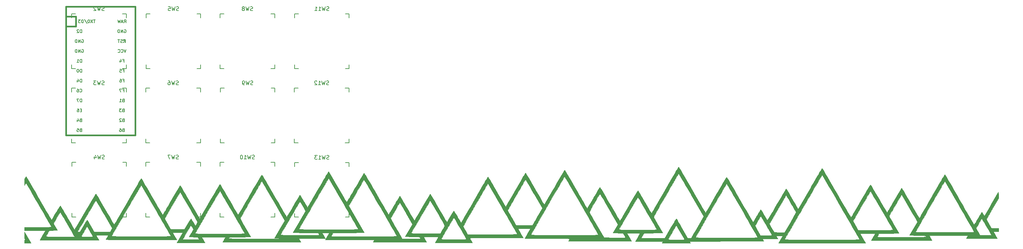
<source format=gbr>
G04 #@! TF.GenerationSoftware,KiCad,Pcbnew,(5.0.2)-1*
G04 #@! TF.CreationDate,2019-01-26T23:34:41-05:00*
G04 #@! TF.ProjectId,4x5macro,3478356d-6163-4726-9f2e-6b696361645f,rev?*
G04 #@! TF.SameCoordinates,Original*
G04 #@! TF.FileFunction,Legend,Bot*
G04 #@! TF.FilePolarity,Positive*
%FSLAX46Y46*%
G04 Gerber Fmt 4.6, Leading zero omitted, Abs format (unit mm)*
G04 Created by KiCad (PCBNEW (5.0.2)-1) date 1/26/2019 11:34:41 PM*
%MOMM*%
%LPD*%
G01*
G04 APERTURE LIST*
%ADD10C,0.150000*%
%ADD11C,0.381000*%
%ADD12C,0.010000*%
G04 APERTURE END LIST*
D10*
G04 #@! TO.C,SW7*
X51610500Y-79009000D02*
X51610500Y-78009000D01*
X52610500Y-79009000D02*
X51610500Y-79009000D01*
X51610500Y-65009000D02*
X52610500Y-65009000D01*
X51610500Y-66009000D02*
X51610500Y-65009000D01*
X65610500Y-65009000D02*
X65610500Y-66009000D01*
X64610500Y-65009000D02*
X65610500Y-65009000D01*
X65610500Y-79009000D02*
X64610500Y-79009000D01*
X65610500Y-78009000D02*
X65610500Y-79009000D01*
D11*
G04 #@! TO.C,U1*
X33655000Y-27559000D02*
X31115000Y-27559000D01*
X48895000Y-25019000D02*
X31115000Y-25019000D01*
X31115000Y-25019000D02*
X31115000Y-58039000D01*
X31115000Y-58039000D02*
X48895000Y-58039000D01*
X48895000Y-58039000D02*
X48895000Y-25019000D01*
D10*
G36*
X45849635Y-33448030D02*
X45849635Y-33548030D01*
X46349635Y-33548030D01*
X46349635Y-33448030D01*
X45849635Y-33448030D01*
G37*
X45849635Y-33448030D02*
X45849635Y-33548030D01*
X46349635Y-33548030D01*
X46349635Y-33448030D01*
X45849635Y-33448030D01*
G36*
X45849635Y-33448030D02*
X45849635Y-33748030D01*
X45949635Y-33748030D01*
X45949635Y-33448030D01*
X45849635Y-33448030D01*
G37*
X45849635Y-33448030D02*
X45849635Y-33748030D01*
X45949635Y-33748030D01*
X45949635Y-33448030D01*
X45849635Y-33448030D01*
G36*
X45849635Y-34048030D02*
X45849635Y-34248030D01*
X45949635Y-34248030D01*
X45949635Y-34048030D01*
X45849635Y-34048030D01*
G37*
X45849635Y-34048030D02*
X45849635Y-34248030D01*
X45949635Y-34248030D01*
X45949635Y-34048030D01*
X45849635Y-34048030D01*
G36*
X46249635Y-33448030D02*
X46249635Y-34248030D01*
X46349635Y-34248030D01*
X46349635Y-33448030D01*
X46249635Y-33448030D01*
G37*
X46249635Y-33448030D02*
X46249635Y-34248030D01*
X46349635Y-34248030D01*
X46349635Y-33448030D01*
X46249635Y-33448030D01*
G36*
X46049635Y-33848030D02*
X46049635Y-33948030D01*
X46149635Y-33948030D01*
X46149635Y-33848030D01*
X46049635Y-33848030D01*
G37*
X46049635Y-33848030D02*
X46049635Y-33948030D01*
X46149635Y-33948030D01*
X46149635Y-33848030D01*
X46049635Y-33848030D01*
D11*
X33655000Y-27559000D02*
X33655000Y-30099000D01*
X33655000Y-30099000D02*
X31115000Y-30099000D01*
D10*
G04 #@! TO.C,SW4*
X32624000Y-79009000D02*
X32624000Y-78009000D01*
X33624000Y-79009000D02*
X32624000Y-79009000D01*
X32624000Y-65009000D02*
X33624000Y-65009000D01*
X32624000Y-66009000D02*
X32624000Y-65009000D01*
X46624000Y-65009000D02*
X46624000Y-66009000D01*
X45624000Y-65009000D02*
X46624000Y-65009000D01*
X46624000Y-79009000D02*
X45624000Y-79009000D01*
X46624000Y-78009000D02*
X46624000Y-79009000D01*
G04 #@! TO.C,SW6*
X51610500Y-59959000D02*
X51610500Y-58959000D01*
X52610500Y-59959000D02*
X51610500Y-59959000D01*
X51610500Y-45959000D02*
X52610500Y-45959000D01*
X51610500Y-46959000D02*
X51610500Y-45959000D01*
X65610500Y-45959000D02*
X65610500Y-46959000D01*
X64610500Y-45959000D02*
X65610500Y-45959000D01*
X65610500Y-59959000D02*
X64610500Y-59959000D01*
X65610500Y-58959000D02*
X65610500Y-59959000D01*
G04 #@! TO.C,SW11*
X89774000Y-40909000D02*
X89774000Y-39909000D01*
X90774000Y-40909000D02*
X89774000Y-40909000D01*
X89774000Y-26909000D02*
X90774000Y-26909000D01*
X89774000Y-27909000D02*
X89774000Y-26909000D01*
X103774000Y-26909000D02*
X103774000Y-27909000D01*
X102774000Y-26909000D02*
X103774000Y-26909000D01*
X103774000Y-40909000D02*
X102774000Y-40909000D01*
X103774000Y-39909000D02*
X103774000Y-40909000D01*
G04 #@! TO.C,SW3*
X32560500Y-59959000D02*
X32560500Y-58959000D01*
X33560500Y-59959000D02*
X32560500Y-59959000D01*
X32560500Y-45959000D02*
X33560500Y-45959000D01*
X32560500Y-46959000D02*
X32560500Y-45959000D01*
X46560500Y-45959000D02*
X46560500Y-46959000D01*
X45560500Y-45959000D02*
X46560500Y-45959000D01*
X46560500Y-59959000D02*
X45560500Y-59959000D01*
X46560500Y-58959000D02*
X46560500Y-59959000D01*
G04 #@! TO.C,SW2*
X32560500Y-40909000D02*
X32560500Y-39909000D01*
X33560500Y-40909000D02*
X32560500Y-40909000D01*
X32560500Y-26909000D02*
X33560500Y-26909000D01*
X32560500Y-27909000D02*
X32560500Y-26909000D01*
X46560500Y-26909000D02*
X46560500Y-27909000D01*
X45560500Y-26909000D02*
X46560500Y-26909000D01*
X46560500Y-40909000D02*
X45560500Y-40909000D01*
X46560500Y-39909000D02*
X46560500Y-40909000D01*
G04 #@! TO.C,SW5*
X51674000Y-40909000D02*
X51674000Y-39909000D01*
X52674000Y-40909000D02*
X51674000Y-40909000D01*
X51674000Y-26909000D02*
X52674000Y-26909000D01*
X51674000Y-27909000D02*
X51674000Y-26909000D01*
X65674000Y-26909000D02*
X65674000Y-27909000D01*
X64674000Y-26909000D02*
X65674000Y-26909000D01*
X65674000Y-40909000D02*
X64674000Y-40909000D01*
X65674000Y-39909000D02*
X65674000Y-40909000D01*
G04 #@! TO.C,SW8*
X70660500Y-40909000D02*
X70660500Y-39909000D01*
X71660500Y-40909000D02*
X70660500Y-40909000D01*
X70660500Y-26909000D02*
X71660500Y-26909000D01*
X70660500Y-27909000D02*
X70660500Y-26909000D01*
X84660500Y-26909000D02*
X84660500Y-27909000D01*
X83660500Y-26909000D02*
X84660500Y-26909000D01*
X84660500Y-40909000D02*
X83660500Y-40909000D01*
X84660500Y-39909000D02*
X84660500Y-40909000D01*
G04 #@! TO.C,SW9*
X70724000Y-59959000D02*
X70724000Y-58959000D01*
X71724000Y-59959000D02*
X70724000Y-59959000D01*
X70724000Y-45959000D02*
X71724000Y-45959000D01*
X70724000Y-46959000D02*
X70724000Y-45959000D01*
X84724000Y-45959000D02*
X84724000Y-46959000D01*
X83724000Y-45959000D02*
X84724000Y-45959000D01*
X84724000Y-59959000D02*
X83724000Y-59959000D01*
X84724000Y-58959000D02*
X84724000Y-59959000D01*
G04 #@! TO.C,SW10*
X70660500Y-79009000D02*
X70660500Y-78009000D01*
X71660500Y-79009000D02*
X70660500Y-79009000D01*
X70660500Y-65009000D02*
X71660500Y-65009000D01*
X70660500Y-66009000D02*
X70660500Y-65009000D01*
X84660500Y-65009000D02*
X84660500Y-66009000D01*
X83660500Y-65009000D02*
X84660500Y-65009000D01*
X84660500Y-79009000D02*
X83660500Y-79009000D01*
X84660500Y-78009000D02*
X84660500Y-79009000D01*
G04 #@! TO.C,SW12*
X89710500Y-59959000D02*
X89710500Y-58959000D01*
X90710500Y-59959000D02*
X89710500Y-59959000D01*
X89710500Y-45959000D02*
X90710500Y-45959000D01*
X89710500Y-46959000D02*
X89710500Y-45959000D01*
X103710500Y-45959000D02*
X103710500Y-46959000D01*
X102710500Y-45959000D02*
X103710500Y-45959000D01*
X103710500Y-59959000D02*
X102710500Y-59959000D01*
X103710500Y-58959000D02*
X103710500Y-59959000D01*
G04 #@! TO.C,SW13*
X89774000Y-79072500D02*
X89774000Y-78072500D01*
X90774000Y-79072500D02*
X89774000Y-79072500D01*
X89774000Y-65072500D02*
X90774000Y-65072500D01*
X89774000Y-66072500D02*
X89774000Y-65072500D01*
X103774000Y-65072500D02*
X103774000Y-66072500D01*
X102774000Y-65072500D02*
X103774000Y-65072500D01*
X103774000Y-79072500D02*
X102774000Y-79072500D01*
X103774000Y-78072500D02*
X103774000Y-79072500D01*
D12*
G04 #@! TO.C,G\002A\002A\002A*
G36*
X20443936Y-83654552D02*
X20442912Y-84103139D01*
X20468380Y-84440511D01*
X20518192Y-84638652D01*
X20519578Y-84641294D01*
X20576055Y-84794691D01*
X20522642Y-84860175D01*
X20464593Y-84958265D01*
X20430489Y-85174480D01*
X20425834Y-85308722D01*
X20425834Y-85725000D01*
X22107806Y-85725000D01*
X21287986Y-84289711D01*
X20468167Y-82854423D01*
X20443936Y-83654552D01*
X20443936Y-83654552D01*
G37*
X20443936Y-83654552D02*
X20442912Y-84103139D01*
X20468380Y-84440511D01*
X20518192Y-84638652D01*
X20519578Y-84641294D01*
X20576055Y-84794691D01*
X20522642Y-84860175D01*
X20464593Y-84958265D01*
X20430489Y-85174480D01*
X20425834Y-85308722D01*
X20425834Y-85725000D01*
X22107806Y-85725000D01*
X21287986Y-84289711D01*
X20468167Y-82854423D01*
X20443936Y-83654552D01*
G36*
X188271351Y-66238573D02*
X188145353Y-66446004D01*
X187947706Y-66778359D01*
X187684793Y-67224708D01*
X187363000Y-67774116D01*
X186988711Y-68415653D01*
X186568310Y-69138385D01*
X186108182Y-69931380D01*
X185614711Y-70783705D01*
X185094282Y-71684429D01*
X184856645Y-72096303D01*
X184325752Y-73016034D01*
X183818627Y-73893005D01*
X183341699Y-74716192D01*
X182901396Y-75474572D01*
X182504148Y-76157122D01*
X182156385Y-76752818D01*
X181864536Y-77250637D01*
X181635029Y-77639555D01*
X181474295Y-77908549D01*
X181388762Y-78046596D01*
X181376643Y-78062991D01*
X181322687Y-78000382D01*
X181194187Y-77805982D01*
X181000415Y-77495135D01*
X180750642Y-77083185D01*
X180454139Y-76585477D01*
X180120177Y-76017356D01*
X179758028Y-75394164D01*
X179629349Y-75171118D01*
X179258762Y-74530877D01*
X178912460Y-73938948D01*
X178599850Y-73410934D01*
X178330336Y-72962440D01*
X178113323Y-72609071D01*
X177958217Y-72366431D01*
X177874423Y-72250125D01*
X177863986Y-72242128D01*
X177808024Y-72313447D01*
X177676126Y-72518297D01*
X177476340Y-72843166D01*
X177216712Y-73274545D01*
X176905291Y-73798926D01*
X176550125Y-74402798D01*
X176159262Y-75072653D01*
X175740749Y-75794980D01*
X175538464Y-76145843D01*
X175110661Y-76887683D01*
X174707970Y-77583384D01*
X174338301Y-78219457D01*
X174009567Y-78782411D01*
X173729678Y-79258756D01*
X173506548Y-79635003D01*
X173348087Y-79897661D01*
X173262207Y-80033241D01*
X173249167Y-80049227D01*
X173200330Y-79977983D01*
X173074489Y-79772800D01*
X172879165Y-79446470D01*
X172621881Y-79011783D01*
X172310155Y-78481530D01*
X171951510Y-77868501D01*
X171553467Y-77185488D01*
X171123547Y-76445280D01*
X170705189Y-75722795D01*
X170251845Y-74940588D01*
X169822614Y-74203485D01*
X169425111Y-73524329D01*
X169066950Y-72915965D01*
X168755746Y-72391235D01*
X168499113Y-71962984D01*
X168304666Y-71644055D01*
X168180020Y-71447293D01*
X168133569Y-71385214D01*
X168076869Y-71453427D01*
X167945862Y-71652585D01*
X167750283Y-71966626D01*
X167499865Y-72379486D01*
X167204342Y-72875104D01*
X166873449Y-73437418D01*
X166516919Y-74050367D01*
X166486547Y-74102898D01*
X166129030Y-74719613D01*
X165797590Y-75287645D01*
X165501803Y-75790860D01*
X165251248Y-76213124D01*
X165055504Y-76538301D01*
X164924148Y-76750258D01*
X164866759Y-76832859D01*
X164865617Y-76833398D01*
X164816974Y-76762277D01*
X164690958Y-76556355D01*
X164494599Y-76227629D01*
X164234928Y-75788096D01*
X163918978Y-75249752D01*
X163553779Y-74624595D01*
X163146363Y-73924621D01*
X162703762Y-73161826D01*
X162233006Y-72348208D01*
X161982642Y-71914606D01*
X161499551Y-71078972D01*
X161040304Y-70287694D01*
X160612008Y-69552816D01*
X160221767Y-68886385D01*
X159876690Y-68300446D01*
X159583882Y-67807046D01*
X159350450Y-67418230D01*
X159183499Y-67146044D01*
X159090137Y-67002533D01*
X159073160Y-66982773D01*
X159019417Y-67052025D01*
X158888969Y-67255545D01*
X158689329Y-67580699D01*
X158428011Y-68014848D01*
X158112529Y-68545359D01*
X157750396Y-69159594D01*
X157349127Y-69844918D01*
X156916235Y-70588694D01*
X156459234Y-71378288D01*
X156452801Y-71389434D01*
X155995516Y-72181148D01*
X155562980Y-72928883D01*
X155162661Y-73619806D01*
X154802025Y-74241082D01*
X154488539Y-74779880D01*
X154229670Y-75223365D01*
X154032885Y-75558705D01*
X153905650Y-75773065D01*
X153855432Y-75853613D01*
X153855377Y-75853669D01*
X153805599Y-75791102D01*
X153679420Y-75594537D01*
X153484548Y-75276940D01*
X153228693Y-74851278D01*
X152919566Y-74330518D01*
X152564875Y-73727627D01*
X152172331Y-73055572D01*
X151749643Y-72327320D01*
X151442462Y-71795402D01*
X151003054Y-71034291D01*
X150588601Y-70318966D01*
X150206824Y-69662576D01*
X149865441Y-69078273D01*
X149572171Y-68579204D01*
X149334735Y-68178521D01*
X149160851Y-67889373D01*
X149058238Y-67724909D01*
X149033053Y-67691000D01*
X148983998Y-67762286D01*
X148858175Y-67967575D01*
X148663122Y-68294018D01*
X148406377Y-68728763D01*
X148095478Y-69258959D01*
X147737964Y-69871756D01*
X147341372Y-70554302D01*
X146913241Y-71293747D01*
X146512628Y-71987834D01*
X146061406Y-72770557D01*
X145634445Y-73510862D01*
X145239403Y-74195491D01*
X144883941Y-74811186D01*
X144575717Y-75344687D01*
X144322391Y-75782736D01*
X144131623Y-76112075D01*
X144011072Y-76319445D01*
X143969301Y-76390278D01*
X143912023Y-76343462D01*
X143775643Y-76152249D01*
X143562599Y-75820650D01*
X143275332Y-75352674D01*
X142916280Y-74752333D01*
X142487883Y-74023637D01*
X141992580Y-73170596D01*
X141664695Y-72601445D01*
X141238012Y-71860299D01*
X140836327Y-71165332D01*
X140467562Y-70530061D01*
X140139639Y-69968002D01*
X139860480Y-69492670D01*
X139638008Y-69117582D01*
X139480144Y-68856254D01*
X139394810Y-68722203D01*
X139382110Y-68707000D01*
X139333920Y-68778613D01*
X139207972Y-68986074D01*
X139010714Y-69318318D01*
X138748591Y-69764282D01*
X138428051Y-70312898D01*
X138055538Y-70953104D01*
X137637501Y-71673834D01*
X137180384Y-72464022D01*
X136690635Y-73312604D01*
X136174699Y-74208515D01*
X136001470Y-74509749D01*
X135476552Y-75422418D01*
X134974639Y-76294231D01*
X134502322Y-77113792D01*
X134066188Y-77869707D01*
X133672828Y-78550584D01*
X133328831Y-79145027D01*
X133040786Y-79641644D01*
X132815282Y-80029039D01*
X132658910Y-80295820D01*
X132578258Y-80430591D01*
X132569767Y-80443640D01*
X132524150Y-80465248D01*
X132453937Y-80419453D01*
X132348703Y-80291290D01*
X132198020Y-80065792D01*
X131991462Y-79727995D01*
X131718602Y-79262930D01*
X131579613Y-79022392D01*
X131311659Y-78562159D01*
X131069839Y-78156137D01*
X130867394Y-77825802D01*
X130717567Y-77592630D01*
X130633598Y-77478100D01*
X130622512Y-77470000D01*
X130562583Y-77539823D01*
X130432859Y-77734312D01*
X130247363Y-78030997D01*
X130020113Y-78407408D01*
X129765132Y-78841076D01*
X129740503Y-78883527D01*
X129484025Y-79324474D01*
X129255686Y-79713970D01*
X129069309Y-80028683D01*
X128938720Y-80245282D01*
X128877742Y-80340438D01*
X128876248Y-80342141D01*
X128826288Y-80280137D01*
X128700052Y-80085113D01*
X128505774Y-79770786D01*
X128251685Y-79350877D01*
X127946017Y-78839102D01*
X127597002Y-78249181D01*
X127212873Y-77594832D01*
X126801860Y-76889773D01*
X126719804Y-76748447D01*
X126304173Y-76033577D01*
X125913970Y-75365223D01*
X125557442Y-74757319D01*
X125242839Y-74223796D01*
X124978408Y-73778588D01*
X124772398Y-73435628D01*
X124633057Y-73208846D01*
X124568634Y-73112177D01*
X124565581Y-73109667D01*
X124515769Y-73180601D01*
X124389810Y-73383834D01*
X124196208Y-73705008D01*
X123943469Y-74129769D01*
X123640102Y-74643760D01*
X123294610Y-75232626D01*
X122915500Y-75882010D01*
X122533834Y-76538667D01*
X122130777Y-77232026D01*
X121753300Y-77878401D01*
X121409906Y-78463443D01*
X121109102Y-78972800D01*
X120859391Y-79392124D01*
X120669279Y-79707063D01*
X120547270Y-79903267D01*
X120502227Y-79966614D01*
X120452522Y-79895333D01*
X120327744Y-79691944D01*
X120136686Y-79371442D01*
X119888142Y-78948827D01*
X119590904Y-78439094D01*
X119253766Y-77857241D01*
X118885521Y-77218266D01*
X118640642Y-76791614D01*
X118257181Y-76124271D01*
X117899124Y-75504616D01*
X117575282Y-74947641D01*
X117294465Y-74468341D01*
X117065484Y-74081709D01*
X116897148Y-73802738D01*
X116798269Y-73646421D01*
X116775583Y-73617667D01*
X116723989Y-73688407D01*
X116598894Y-73889161D01*
X116410475Y-74202730D01*
X116168912Y-74611917D01*
X115884381Y-75099522D01*
X115567060Y-75648347D01*
X115345480Y-76034235D01*
X115011203Y-76613007D01*
X114701125Y-77140439D01*
X114425665Y-77599539D01*
X114195242Y-77973315D01*
X114020276Y-78244772D01*
X113911185Y-78396918D01*
X113880351Y-78423728D01*
X113825821Y-78347695D01*
X113693915Y-78136390D01*
X113491475Y-77801446D01*
X113225347Y-77354495D01*
X112902373Y-76807169D01*
X112529396Y-76171102D01*
X112113260Y-75457926D01*
X111660810Y-74679272D01*
X111178887Y-73846774D01*
X110734010Y-73075676D01*
X110232038Y-72205794D01*
X109753716Y-71379861D01*
X109305858Y-70609462D01*
X108895281Y-69906183D01*
X108528801Y-69281607D01*
X108213232Y-68747321D01*
X107955391Y-68314907D01*
X107762093Y-67995952D01*
X107640155Y-67802040D01*
X107597205Y-67744017D01*
X107542286Y-67813111D01*
X107411612Y-68015472D01*
X107213404Y-68337320D01*
X106955882Y-68764879D01*
X106647268Y-69284372D01*
X106295782Y-69882021D01*
X105909647Y-70544049D01*
X105497082Y-71256678D01*
X105381388Y-71457428D01*
X104962555Y-72182785D01*
X104567723Y-72862509D01*
X104205163Y-73482646D01*
X103883142Y-74029245D01*
X103609931Y-74488353D01*
X103393798Y-74846018D01*
X103243012Y-75088287D01*
X103165842Y-75201208D01*
X103158787Y-75207682D01*
X103102880Y-75141475D01*
X102970914Y-74941595D01*
X102770895Y-74621360D01*
X102510828Y-74194089D01*
X102198718Y-73673103D01*
X101842572Y-73071719D01*
X101450396Y-72403257D01*
X101030194Y-71681036D01*
X100805829Y-71293087D01*
X100374927Y-70547849D01*
X99969149Y-69848648D01*
X99596381Y-69208898D01*
X99264511Y-68642012D01*
X98981426Y-68161402D01*
X98755012Y-67780482D01*
X98593157Y-67512665D01*
X98503749Y-67371362D01*
X98488560Y-67352334D01*
X98439878Y-67423651D01*
X98314003Y-67629343D01*
X98118207Y-67957021D01*
X97859759Y-68394296D01*
X97545931Y-68928777D01*
X97183992Y-69548075D01*
X96781214Y-70239802D01*
X96344866Y-70991567D01*
X95882220Y-71790982D01*
X95780720Y-71966667D01*
X95313328Y-72774680D01*
X94870579Y-73537685D01*
X94459755Y-74243293D01*
X94088136Y-74879111D01*
X93763005Y-75432749D01*
X93491641Y-75891816D01*
X93281325Y-76243922D01*
X93139339Y-76476675D01*
X93072964Y-76577685D01*
X93069286Y-76581000D01*
X93015414Y-76510944D01*
X92890465Y-76314817D01*
X92707178Y-76013682D01*
X92478295Y-75628600D01*
X92216558Y-75180635D01*
X92096167Y-74972334D01*
X91824179Y-74503670D01*
X91579566Y-74088764D01*
X91375063Y-73748675D01*
X91223402Y-73504465D01*
X91137318Y-73377195D01*
X91123587Y-73363667D01*
X91072505Y-73434446D01*
X90946460Y-73636245D01*
X90754842Y-73953261D01*
X90507044Y-74369689D01*
X90212458Y-74869724D01*
X89880477Y-75437562D01*
X89520492Y-76057398D01*
X89436369Y-76202805D01*
X89070670Y-76831407D01*
X88729401Y-77410419D01*
X88422124Y-77924188D01*
X88158396Y-78357064D01*
X87947778Y-78693398D01*
X87799828Y-78917536D01*
X87724106Y-79013830D01*
X87717960Y-79016264D01*
X87664245Y-78940462D01*
X87533152Y-78729263D01*
X87331456Y-78394215D01*
X87065931Y-77946863D01*
X86743352Y-77398755D01*
X86370494Y-76761436D01*
X85954131Y-76046454D01*
X85501037Y-75265353D01*
X85017989Y-74429682D01*
X84534546Y-73590600D01*
X84029275Y-72714054D01*
X83547366Y-71881510D01*
X83095596Y-71104465D01*
X82680743Y-70394413D01*
X82309586Y-69762850D01*
X81988902Y-69221271D01*
X81725470Y-68781171D01*
X81526068Y-68454046D01*
X81397473Y-68251390D01*
X81346951Y-68184615D01*
X81292418Y-68255197D01*
X81160938Y-68461159D01*
X80959432Y-68790775D01*
X80694819Y-69232317D01*
X80374022Y-69774060D01*
X80003958Y-70404276D01*
X79591549Y-71111241D01*
X79143715Y-71883227D01*
X78667376Y-72708507D01*
X78298951Y-73349508D01*
X77806299Y-74206359D01*
X77337418Y-75018361D01*
X76899186Y-75773826D01*
X76498477Y-76461066D01*
X76142168Y-77068392D01*
X75837134Y-77584118D01*
X75590252Y-77996554D01*
X75408398Y-78294014D01*
X75298447Y-78464808D01*
X75267343Y-78502759D01*
X75213921Y-78428172D01*
X75084135Y-78220258D01*
X74885969Y-77892521D01*
X74627409Y-77458463D01*
X74316441Y-76931587D01*
X73961049Y-76325396D01*
X73569219Y-75653392D01*
X73148937Y-74929080D01*
X72928907Y-74548559D01*
X72497419Y-73803902D01*
X72090114Y-73105663D01*
X71714985Y-72467224D01*
X71380028Y-71901971D01*
X71093236Y-71423287D01*
X70862604Y-71044558D01*
X70696127Y-70779166D01*
X70601799Y-70640497D01*
X70584071Y-70622878D01*
X70530165Y-70696204D01*
X70399573Y-70903708D01*
X70199823Y-71232658D01*
X69938440Y-71670323D01*
X69622952Y-72203973D01*
X69260884Y-72820875D01*
X68859763Y-73508298D01*
X68427116Y-74253512D01*
X67970469Y-75043786D01*
X67969507Y-75045455D01*
X67513527Y-75835195D01*
X67082381Y-76579590D01*
X66683498Y-77265963D01*
X66324310Y-77881641D01*
X66012249Y-78413946D01*
X65754745Y-78850204D01*
X65559230Y-79177739D01*
X65433134Y-79383874D01*
X65383890Y-79455935D01*
X65383834Y-79455937D01*
X65335156Y-79384375D01*
X65209915Y-79178748D01*
X65015651Y-78851963D01*
X64759902Y-78416927D01*
X64450209Y-77886545D01*
X64094110Y-77273725D01*
X63699145Y-76591372D01*
X63272853Y-75852395D01*
X62886992Y-75181526D01*
X62439776Y-74404207D01*
X62017367Y-73672452D01*
X61627307Y-72999164D01*
X61277140Y-72397245D01*
X60974407Y-71879598D01*
X60726651Y-71459126D01*
X60541415Y-71148731D01*
X60426241Y-70961314D01*
X60388979Y-70908333D01*
X60339613Y-70979501D01*
X60214017Y-71183904D01*
X60020211Y-71507890D01*
X59766217Y-71937807D01*
X59460055Y-72460004D01*
X59109747Y-73060829D01*
X58723312Y-73726632D01*
X58308772Y-74443759D01*
X58150472Y-74718334D01*
X57727491Y-75450938D01*
X57329493Y-76137203D01*
X56964515Y-76763480D01*
X56640598Y-77316121D01*
X56365780Y-77781476D01*
X56148099Y-78145898D01*
X55995595Y-78395738D01*
X55916307Y-78517347D01*
X55907152Y-78527110D01*
X55857609Y-78455522D01*
X55730943Y-78249388D01*
X55534368Y-77921001D01*
X55275096Y-77482652D01*
X54960337Y-76946635D01*
X54597306Y-76325242D01*
X54193214Y-75630765D01*
X53755273Y-74875496D01*
X53290695Y-74071729D01*
X53150164Y-73828110D01*
X52679215Y-73012494D01*
X52232888Y-72241794D01*
X51818383Y-71528297D01*
X51442903Y-70884290D01*
X51113647Y-70322059D01*
X50837817Y-69853892D01*
X50622615Y-69492076D01*
X50475240Y-69248898D01*
X50402895Y-69136645D01*
X50396941Y-69130333D01*
X50348737Y-69201895D01*
X50222466Y-69409291D01*
X50024520Y-69741590D01*
X49761290Y-70187859D01*
X49439168Y-70737166D01*
X49064545Y-71378578D01*
X48643813Y-72101164D01*
X48183363Y-72893990D01*
X47689587Y-73746126D01*
X47168877Y-74646637D01*
X46931938Y-75057000D01*
X46401217Y-75975467D01*
X45894404Y-76850378D01*
X45417907Y-77670801D01*
X44978137Y-78425800D01*
X44581503Y-79104441D01*
X44234416Y-79695788D01*
X43943284Y-80188908D01*
X43714517Y-80572864D01*
X43554525Y-80836724D01*
X43469718Y-80969551D01*
X43457865Y-80983667D01*
X43406533Y-80912537D01*
X43278618Y-80708084D01*
X43082062Y-80383709D01*
X42824810Y-79952815D01*
X42514806Y-79428806D01*
X42159995Y-78825083D01*
X41768320Y-78155050D01*
X41347726Y-77432109D01*
X41122538Y-77043712D01*
X40689506Y-76297967D01*
X40280633Y-75597682D01*
X39903950Y-74956346D01*
X39567486Y-74387451D01*
X39279274Y-73904486D01*
X39047343Y-73520943D01*
X38879724Y-73250311D01*
X38784448Y-73106082D01*
X38766310Y-73085545D01*
X38712049Y-73153659D01*
X38580814Y-73356302D01*
X38379952Y-73681159D01*
X38116813Y-74115916D01*
X37798746Y-74648258D01*
X37433099Y-75265869D01*
X37027223Y-75956436D01*
X36588467Y-76707643D01*
X36124178Y-77507175D01*
X36014643Y-77696454D01*
X35546087Y-78503957D01*
X35101604Y-79264767D01*
X34688497Y-79966723D01*
X34314070Y-80597660D01*
X33985626Y-81145416D01*
X33710468Y-81597828D01*
X33495901Y-81942734D01*
X33349229Y-82167969D01*
X33277753Y-82261372D01*
X33272621Y-82262841D01*
X33217431Y-82178254D01*
X33086769Y-81962749D01*
X32889884Y-81632026D01*
X32636026Y-81201783D01*
X32334443Y-80687718D01*
X31994385Y-80105530D01*
X31625100Y-79470917D01*
X31452288Y-79173173D01*
X31072966Y-78522560D01*
X30717772Y-77919959D01*
X30396014Y-77380676D01*
X30117003Y-76920017D01*
X29890046Y-76553286D01*
X29724453Y-76295789D01*
X29629531Y-76162831D01*
X29612167Y-76147705D01*
X29548150Y-76218376D01*
X29412663Y-76416354D01*
X29218105Y-76721843D01*
X28976873Y-77115043D01*
X28701367Y-77576158D01*
X28469167Y-77972801D01*
X28177347Y-78472806D01*
X27912883Y-78920538D01*
X27687684Y-79296271D01*
X27513661Y-79580279D01*
X27402724Y-79752835D01*
X27367504Y-79797382D01*
X27319416Y-79725975D01*
X27193641Y-79518955D01*
X26996753Y-79187593D01*
X26735324Y-78743157D01*
X26415927Y-78196917D01*
X26045135Y-77560142D01*
X25629520Y-76844101D01*
X25175657Y-76060065D01*
X24690116Y-75219301D01*
X24179473Y-74333080D01*
X24108834Y-74210334D01*
X23595197Y-73318762D01*
X23105642Y-72471108D01*
X22646755Y-71678643D01*
X22225122Y-70952641D01*
X21847327Y-70304376D01*
X21519956Y-69745120D01*
X21249595Y-69286147D01*
X21042828Y-68938731D01*
X20906241Y-68714144D01*
X20846420Y-68623660D01*
X20844587Y-68622333D01*
X20777534Y-68689209D01*
X20665260Y-68857979D01*
X20610758Y-68951361D01*
X20521641Y-69136400D01*
X20466531Y-69336264D01*
X20438203Y-69597373D01*
X20429433Y-69966145D01*
X20429582Y-70115528D01*
X20433330Y-70950667D01*
X20620082Y-70633996D01*
X20742604Y-70441198D01*
X20830962Y-70329025D01*
X20849167Y-70317424D01*
X20895648Y-70388584D01*
X21018519Y-70592911D01*
X21209873Y-70916712D01*
X21461799Y-71346297D01*
X21766390Y-71867972D01*
X22115736Y-72468047D01*
X22501929Y-73132829D01*
X22917060Y-73848626D01*
X23353220Y-74601747D01*
X23802500Y-75378500D01*
X24256992Y-76165193D01*
X24708786Y-76948134D01*
X25149975Y-77713631D01*
X25572648Y-78447992D01*
X25968898Y-79137527D01*
X26330815Y-79768542D01*
X26650491Y-80327345D01*
X26920017Y-80800247D01*
X27131484Y-81173553D01*
X27276984Y-81433572D01*
X27348607Y-81566614D01*
X27354389Y-81579372D01*
X27278825Y-81600799D01*
X27041068Y-81619247D01*
X26648236Y-81634546D01*
X26107447Y-81646528D01*
X25425819Y-81655024D01*
X24610468Y-81659867D01*
X23904223Y-81661000D01*
X20425834Y-81661000D01*
X20425834Y-82507667D01*
X25835986Y-82507667D01*
X25123410Y-83735334D01*
X24410835Y-84963000D01*
X39557617Y-84963000D01*
X39015408Y-84045891D01*
X38022389Y-84045891D01*
X37951435Y-84068253D01*
X37737102Y-84087688D01*
X37405336Y-84102986D01*
X36982082Y-84112936D01*
X36512500Y-84116334D01*
X36025696Y-84112674D01*
X35605406Y-84102501D01*
X35277576Y-84087026D01*
X35211647Y-84080866D01*
X33295167Y-84080866D01*
X33213362Y-84088287D01*
X32979395Y-84095181D01*
X32610434Y-84101384D01*
X32123650Y-84106729D01*
X31536213Y-84111053D01*
X30865293Y-84114191D01*
X30128060Y-84115976D01*
X29605112Y-84116334D01*
X28834289Y-84114831D01*
X28119321Y-84110535D01*
X27477200Y-84103759D01*
X26924924Y-84094819D01*
X26479487Y-84084030D01*
X26157883Y-84071707D01*
X25977109Y-84058164D01*
X25943278Y-84048461D01*
X25994772Y-83949925D01*
X26110639Y-83739403D01*
X26271417Y-83452032D01*
X26387454Y-83246555D01*
X26803408Y-82512520D01*
X28885576Y-82465334D01*
X28373593Y-81592167D01*
X27861609Y-80719001D01*
X28308486Y-79941167D01*
X28679266Y-79298283D01*
X28975983Y-78790235D01*
X29206971Y-78403923D01*
X29380560Y-78126249D01*
X29505084Y-77944112D01*
X29588874Y-77844413D01*
X29640262Y-77814053D01*
X29656874Y-77821247D01*
X29712033Y-77906328D01*
X29840220Y-78118381D01*
X30030705Y-78438943D01*
X30272755Y-78849551D01*
X30555639Y-79331741D01*
X30868627Y-79867051D01*
X31200985Y-80437017D01*
X31541983Y-81023175D01*
X31880890Y-81607063D01*
X32206974Y-82170217D01*
X32509502Y-82694173D01*
X32777745Y-83160468D01*
X33000970Y-83550640D01*
X33168447Y-83846224D01*
X33269442Y-84028757D01*
X33295167Y-84080866D01*
X35211647Y-84080866D01*
X35068154Y-84067459D01*
X35002612Y-84045891D01*
X35066521Y-83919016D01*
X35194987Y-83687204D01*
X35371065Y-83379123D01*
X35577806Y-83023441D01*
X35798265Y-82648826D01*
X36015493Y-82283948D01*
X36212545Y-81957475D01*
X36372473Y-81698074D01*
X36478330Y-81534415D01*
X36512500Y-81491667D01*
X36564175Y-81560320D01*
X36683193Y-81747169D01*
X36852607Y-82023544D01*
X37055472Y-82360778D01*
X37274839Y-82730200D01*
X37493762Y-83103144D01*
X37695295Y-83450941D01*
X37862490Y-83744921D01*
X37978400Y-83956418D01*
X38022389Y-84045891D01*
X39015408Y-84045891D01*
X38806773Y-83693000D01*
X41943595Y-83693000D01*
X41669952Y-84179833D01*
X41516250Y-84447549D01*
X41386336Y-84663721D01*
X41314705Y-84772500D01*
X41331226Y-84789733D01*
X41414148Y-84805105D01*
X41571429Y-84818712D01*
X41811025Y-84830644D01*
X42140891Y-84840995D01*
X42568986Y-84849859D01*
X43103264Y-84857327D01*
X43751683Y-84863492D01*
X44522199Y-84868448D01*
X45422768Y-84872287D01*
X46461347Y-84875102D01*
X47645892Y-84876986D01*
X48984360Y-84878032D01*
X50384810Y-84878333D01*
X59536521Y-84878333D01*
X58999252Y-83953938D01*
X58003723Y-83953938D01*
X57925281Y-83967015D01*
X57685370Y-83979125D01*
X57291848Y-83990188D01*
X56752576Y-84000122D01*
X56075416Y-84008849D01*
X55268226Y-84016286D01*
X54338869Y-84022355D01*
X53295204Y-84026974D01*
X52145092Y-84030064D01*
X50896393Y-84031543D01*
X50397834Y-84031667D01*
X49081078Y-84030807D01*
X47869531Y-84028275D01*
X46770122Y-84024143D01*
X45789779Y-84018483D01*
X44935431Y-84011366D01*
X44214008Y-84002865D01*
X43632436Y-83993050D01*
X43197646Y-83981994D01*
X42916565Y-83969769D01*
X42796123Y-83956445D01*
X42791945Y-83952888D01*
X42841123Y-83859588D01*
X42967247Y-83634244D01*
X43162979Y-83289519D01*
X43420984Y-82838076D01*
X43733925Y-82292576D01*
X43956270Y-81905971D01*
X42953711Y-81905971D01*
X42688357Y-82376152D01*
X42423003Y-82846334D01*
X40377918Y-82845815D01*
X38332834Y-82845296D01*
X37454053Y-81321815D01*
X37188355Y-80866169D01*
X36948882Y-80464918D01*
X36749024Y-80139732D01*
X36602170Y-79912282D01*
X36521709Y-79804239D01*
X36512798Y-79798334D01*
X36453694Y-79868334D01*
X36324330Y-80063888D01*
X36138108Y-80363326D01*
X35908427Y-80744979D01*
X35648689Y-81187177D01*
X35571245Y-81320893D01*
X34692167Y-82843452D01*
X34365609Y-82844893D01*
X34145416Y-82826636D01*
X34076439Y-82765795D01*
X34082298Y-82740500D01*
X34146436Y-82614391D01*
X34284370Y-82364654D01*
X34486573Y-82007511D01*
X34743518Y-81559185D01*
X35045677Y-81035899D01*
X35383524Y-80453875D01*
X35747532Y-79829336D01*
X36128172Y-79178503D01*
X36515919Y-78517599D01*
X36901245Y-77862847D01*
X37274623Y-77230470D01*
X37626525Y-76636689D01*
X37947425Y-76097727D01*
X38227795Y-75629806D01*
X38458109Y-75249150D01*
X38628839Y-74971980D01*
X38730458Y-74814519D01*
X38754974Y-74784046D01*
X38811039Y-74855252D01*
X38942976Y-75059173D01*
X39142314Y-75381693D01*
X39400580Y-75808694D01*
X39709305Y-76326057D01*
X40060018Y-76919666D01*
X40444247Y-77575403D01*
X40853521Y-78279150D01*
X40891871Y-78345356D01*
X42953711Y-81905971D01*
X43956270Y-81905971D01*
X44094467Y-81665682D01*
X44495273Y-80970056D01*
X44929007Y-80218362D01*
X45388332Y-79423260D01*
X45865913Y-78597414D01*
X46354414Y-77753486D01*
X46846497Y-76904138D01*
X47334828Y-76062032D01*
X47812069Y-75239832D01*
X48270885Y-74450199D01*
X48703939Y-73705795D01*
X49103895Y-73019284D01*
X49463418Y-72403327D01*
X49775170Y-71870587D01*
X50031815Y-71433725D01*
X50226018Y-71105406D01*
X50350443Y-70898290D01*
X50397752Y-70825041D01*
X50397834Y-70825026D01*
X50443933Y-70896281D01*
X50567253Y-71101586D01*
X50760456Y-71428277D01*
X51016209Y-71863693D01*
X51327175Y-72395172D01*
X51686019Y-73010051D01*
X52085406Y-73695668D01*
X52517999Y-74439361D01*
X52976464Y-75228468D01*
X53453465Y-76050327D01*
X53941666Y-76892276D01*
X54433733Y-77741651D01*
X54922328Y-78585792D01*
X55400118Y-79412036D01*
X55859767Y-80207721D01*
X56293938Y-80960185D01*
X56695297Y-81656765D01*
X57056508Y-82284800D01*
X57370236Y-82831627D01*
X57629145Y-83284584D01*
X57825899Y-83631009D01*
X57953164Y-83858240D01*
X58003603Y-83953614D01*
X58003723Y-83953938D01*
X58999252Y-83953938D01*
X58453917Y-83015667D01*
X61056092Y-83015667D01*
X59551576Y-85640333D01*
X63141182Y-85640333D01*
X66730788Y-85640334D01*
X66212694Y-84743230D01*
X65214500Y-84743230D01*
X65133652Y-84757150D01*
X64906372Y-84769598D01*
X64555562Y-84780018D01*
X64104122Y-84787853D01*
X63574951Y-84792545D01*
X63140167Y-84793667D01*
X62567671Y-84791823D01*
X62055705Y-84786641D01*
X61627168Y-84778643D01*
X61304961Y-84768350D01*
X61111984Y-84756284D01*
X61065834Y-84746371D01*
X61106187Y-84661751D01*
X61217709Y-84455866D01*
X61386096Y-84153628D01*
X61597044Y-83779951D01*
X61836249Y-83359747D01*
X62089407Y-82917929D01*
X62342213Y-82479409D01*
X62580364Y-82069101D01*
X62789554Y-81711918D01*
X62955480Y-81432771D01*
X63063838Y-81256575D01*
X63097242Y-81208381D01*
X63161990Y-81245701D01*
X63281896Y-81389531D01*
X63429709Y-81598454D01*
X63578176Y-81831054D01*
X63700044Y-82045916D01*
X63768061Y-82201622D01*
X63774113Y-82237036D01*
X63733210Y-82328496D01*
X63622229Y-82535980D01*
X63457495Y-82829880D01*
X63255335Y-83180590D01*
X63228021Y-83227334D01*
X62682984Y-84158667D01*
X64926684Y-84205559D01*
X65070592Y-84449176D01*
X65168887Y-84629258D01*
X65214161Y-84739187D01*
X65214500Y-84743230D01*
X66212694Y-84743230D01*
X65899546Y-84201000D01*
X68943690Y-84201000D01*
X69642673Y-84202474D01*
X70285123Y-84206666D01*
X70852136Y-84213237D01*
X71324808Y-84221843D01*
X71684235Y-84232143D01*
X71911515Y-84243796D01*
X71987834Y-84256028D01*
X71948304Y-84350468D01*
X71843460Y-84551656D01*
X71693924Y-84820433D01*
X71653455Y-84891028D01*
X71319077Y-85471000D01*
X91372107Y-85471000D01*
X91120304Y-85043941D01*
X90985175Y-84808692D01*
X90893780Y-84637960D01*
X90868500Y-84578274D01*
X90950178Y-84569849D01*
X91183256Y-84562059D01*
X91549801Y-84555107D01*
X91654717Y-84553821D01*
X87647946Y-84553821D01*
X87608287Y-84560065D01*
X87420466Y-84566258D01*
X87091540Y-84572323D01*
X86628566Y-84578186D01*
X86038602Y-84583769D01*
X85328703Y-84588997D01*
X84505927Y-84593793D01*
X83577332Y-84598082D01*
X82549973Y-84601787D01*
X81430910Y-84604832D01*
X81364667Y-84604984D01*
X80178522Y-84607010D01*
X79041300Y-84607656D01*
X77964292Y-84606987D01*
X76958792Y-84605069D01*
X76036093Y-84601966D01*
X75207488Y-84597744D01*
X74484269Y-84592467D01*
X73877729Y-84586200D01*
X73399161Y-84579009D01*
X73059858Y-84570959D01*
X72871112Y-84562114D01*
X72834500Y-84555849D01*
X72879957Y-84438398D01*
X72940334Y-84344672D01*
X72983765Y-84304888D01*
X73060557Y-84272820D01*
X73188322Y-84247444D01*
X73384673Y-84227737D01*
X73667221Y-84212677D01*
X74053579Y-84201241D01*
X74561358Y-84192405D01*
X75208170Y-84185148D01*
X75770191Y-84180323D01*
X78494214Y-84158667D01*
X77966851Y-83248500D01*
X76957859Y-83248500D01*
X76935255Y-83268912D01*
X76843274Y-83286691D01*
X76672476Y-83301996D01*
X76413417Y-83314982D01*
X76056657Y-83325807D01*
X75592753Y-83334628D01*
X75012265Y-83341602D01*
X74305749Y-83346885D01*
X73463764Y-83350635D01*
X72476870Y-83353008D01*
X71335622Y-83354161D01*
X70590834Y-83354334D01*
X69354743Y-83353822D01*
X68278541Y-83352184D01*
X67352786Y-83349262D01*
X66568036Y-83344899D01*
X65914851Y-83338937D01*
X65383787Y-83331221D01*
X64965403Y-83321593D01*
X64650259Y-83309897D01*
X64428911Y-83295974D01*
X64291918Y-83279669D01*
X64229839Y-83260824D01*
X64224506Y-83248500D01*
X64286547Y-83127963D01*
X64423856Y-82879764D01*
X64628360Y-82517747D01*
X64891987Y-82055755D01*
X65206667Y-81507632D01*
X65564328Y-80887221D01*
X65901205Y-80304670D01*
X64857525Y-80304670D01*
X64833884Y-80407809D01*
X64745168Y-80595350D01*
X64618603Y-80821700D01*
X64481418Y-81041265D01*
X64360838Y-81208452D01*
X64284090Y-81277667D01*
X64277270Y-81276356D01*
X64213434Y-81191944D01*
X64086001Y-80991229D01*
X63914309Y-80705542D01*
X63744393Y-80412972D01*
X63547707Y-80070789D01*
X63377613Y-79777635D01*
X63254262Y-79568074D01*
X63201556Y-79481990D01*
X63133383Y-79511323D01*
X62991569Y-79691150D01*
X62777125Y-80019972D01*
X62491060Y-80496293D01*
X62331552Y-80771743D01*
X61531500Y-82166173D01*
X59753500Y-82165922D01*
X57975500Y-82165672D01*
X57191595Y-80801940D01*
X56407689Y-79438208D01*
X58376928Y-76021149D01*
X58777006Y-75328446D01*
X59151607Y-74682787D01*
X59492242Y-74098589D01*
X59790426Y-73590270D01*
X60037673Y-73172248D01*
X60225496Y-72858940D01*
X60345408Y-72664763D01*
X60388500Y-72603728D01*
X60435163Y-72674299D01*
X60556704Y-72875090D01*
X60743527Y-73189565D01*
X60986035Y-73601186D01*
X61274633Y-74093416D01*
X61599722Y-74649720D01*
X61951706Y-75253559D01*
X62320989Y-75888397D01*
X62697974Y-76537698D01*
X63073064Y-77184923D01*
X63436662Y-77813537D01*
X63779172Y-78407002D01*
X64090997Y-78948782D01*
X64362540Y-79422340D01*
X64584205Y-79811138D01*
X64746394Y-80098640D01*
X64839512Y-80268309D01*
X64857525Y-80304670D01*
X65901205Y-80304670D01*
X65956897Y-80208365D01*
X66376304Y-79484908D01*
X66814476Y-78730693D01*
X67263342Y-77959564D01*
X67714831Y-77185364D01*
X68160870Y-76421936D01*
X68593388Y-75683125D01*
X69004313Y-74982773D01*
X69385573Y-74334723D01*
X69729098Y-73752820D01*
X70026815Y-73250907D01*
X70270653Y-72842826D01*
X70452539Y-72542422D01*
X70564403Y-72363538D01*
X70598180Y-72317232D01*
X70647379Y-72389714D01*
X70773122Y-72594980D01*
X70967329Y-72919144D01*
X71221920Y-73348316D01*
X71528816Y-73868611D01*
X71879937Y-74466139D01*
X72267203Y-75127015D01*
X72682535Y-75837350D01*
X73117854Y-76583256D01*
X73565079Y-77350846D01*
X74016131Y-78126233D01*
X74462931Y-78895529D01*
X74897399Y-79644846D01*
X75311455Y-80360297D01*
X75697019Y-81027995D01*
X76046013Y-81634051D01*
X76350355Y-82164578D01*
X76601968Y-82605689D01*
X76792771Y-82943497D01*
X76914684Y-83164112D01*
X76957859Y-83248500D01*
X77966851Y-83248500D01*
X77145144Y-81830334D01*
X76816262Y-81257056D01*
X76518498Y-80727093D01*
X76261791Y-80259003D01*
X76056078Y-79871342D01*
X75911297Y-79582669D01*
X75837387Y-79411543D01*
X75830305Y-79375000D01*
X75880914Y-79268971D01*
X76007030Y-79034840D01*
X76200016Y-78687493D01*
X76451236Y-78241813D01*
X76752055Y-77712685D01*
X77093837Y-77114992D01*
X77467946Y-76463619D01*
X77865745Y-75773449D01*
X78278600Y-75059367D01*
X78697873Y-74336257D01*
X79114929Y-73619002D01*
X79521133Y-72922488D01*
X79907848Y-72261597D01*
X80266438Y-71651215D01*
X80588267Y-71106225D01*
X80864700Y-70641511D01*
X81087101Y-70271957D01*
X81246833Y-70012448D01*
X81335261Y-69877867D01*
X81349856Y-69862015D01*
X81402374Y-69935564D01*
X81532046Y-70144163D01*
X81731886Y-70475914D01*
X81994906Y-70918919D01*
X82314116Y-71461280D01*
X82682531Y-72091098D01*
X83093162Y-72796476D01*
X83539021Y-73565515D01*
X84013121Y-74386317D01*
X84325095Y-74928011D01*
X87232540Y-79981991D01*
X85923402Y-82239662D01*
X84614263Y-84497334D01*
X87254549Y-84541484D01*
X87532385Y-84547602D01*
X87647946Y-84553821D01*
X91654717Y-84553821D01*
X92031880Y-84549198D01*
X92611562Y-84544538D01*
X93270912Y-84541330D01*
X93991999Y-84539780D01*
X94251311Y-84539667D01*
X97634121Y-84539667D01*
X97218500Y-83820000D01*
X97116028Y-83642564D01*
X96117834Y-83642564D01*
X96035625Y-83651667D01*
X95798830Y-83660243D01*
X95422196Y-83668142D01*
X94920469Y-83675215D01*
X94308397Y-83681314D01*
X93600725Y-83686291D01*
X92812201Y-83689996D01*
X91957572Y-83692280D01*
X91115445Y-83693000D01*
X90069665Y-83691697D01*
X89127379Y-83687881D01*
X88297552Y-83681694D01*
X87589149Y-83673278D01*
X87011134Y-83662776D01*
X86572474Y-83650328D01*
X86282133Y-83636076D01*
X86149076Y-83620162D01*
X86141278Y-83614341D01*
X86192651Y-83515216D01*
X86319131Y-83288365D01*
X86511593Y-82949457D01*
X86760909Y-82514166D01*
X87057954Y-81998161D01*
X87393602Y-81417115D01*
X87758727Y-80786697D01*
X88144202Y-80122580D01*
X88540902Y-79440434D01*
X88939701Y-78755931D01*
X89331471Y-78084741D01*
X89707088Y-77442537D01*
X90057426Y-76844988D01*
X90373357Y-76307767D01*
X90645757Y-75846545D01*
X90865498Y-75476991D01*
X91023455Y-75214779D01*
X91110502Y-75075578D01*
X91124639Y-75057000D01*
X91179845Y-75126635D01*
X91303659Y-75319384D01*
X91481246Y-75611014D01*
X91697775Y-75977289D01*
X91871681Y-76277488D01*
X92572985Y-77497975D01*
X90964327Y-80277988D01*
X89355670Y-83058000D01*
X92592075Y-83080145D01*
X95828480Y-83102289D01*
X95973157Y-83347208D01*
X96071763Y-83527746D01*
X96117449Y-83638227D01*
X96117834Y-83642564D01*
X97116028Y-83642564D01*
X96802880Y-83100333D01*
X97733336Y-83100334D01*
X98138965Y-83102280D01*
X98401650Y-83111188D01*
X98547766Y-83131665D01*
X98603686Y-83168317D01*
X98595784Y-83225750D01*
X98584259Y-83248941D01*
X98509233Y-83383498D01*
X98371932Y-83624901D01*
X98194982Y-83933485D01*
X98077137Y-84137941D01*
X97649546Y-84878333D01*
X110273893Y-84878333D01*
X110099052Y-85174667D01*
X109924211Y-85471000D01*
X123623396Y-85471000D01*
X123249349Y-84814834D01*
X123097838Y-84549047D01*
X122110500Y-84549047D01*
X122029233Y-84569064D01*
X121799018Y-84586963D01*
X121440233Y-84602090D01*
X120973256Y-84613794D01*
X120418467Y-84621423D01*
X119796244Y-84624324D01*
X119757674Y-84624334D01*
X117404848Y-84624334D01*
X117148246Y-84179834D01*
X117039677Y-83991578D01*
X117001789Y-83925834D01*
X115990372Y-83925834D01*
X115967017Y-83943776D01*
X115876274Y-83959701D01*
X115709863Y-83973713D01*
X115459503Y-83985918D01*
X115116914Y-83996419D01*
X114673816Y-84005321D01*
X114121929Y-84012728D01*
X113452971Y-84018745D01*
X112658663Y-84023476D01*
X111730725Y-84027026D01*
X110660875Y-84029499D01*
X109440833Y-84030999D01*
X108062320Y-84031631D01*
X107599226Y-84031667D01*
X106419952Y-84031252D01*
X105289667Y-84030045D01*
X104219726Y-84028102D01*
X103221487Y-84025481D01*
X102306308Y-84022239D01*
X101485547Y-84018433D01*
X100770560Y-84014119D01*
X100172707Y-84009355D01*
X99703343Y-84004197D01*
X99373828Y-83998703D01*
X99195518Y-83992929D01*
X99165834Y-83989378D01*
X99203551Y-83898093D01*
X99300982Y-83706352D01*
X99398667Y-83525584D01*
X99631500Y-83104079D01*
X103624255Y-83081039D01*
X107617009Y-83058000D01*
X107107568Y-82175396D01*
X106094389Y-82175396D01*
X106015941Y-82188737D01*
X105775547Y-82201054D01*
X105380593Y-82212271D01*
X104838463Y-82222310D01*
X104156542Y-82231097D01*
X103342216Y-82238555D01*
X102402870Y-82244609D01*
X101345888Y-82249182D01*
X100178656Y-82252198D01*
X98908559Y-82253581D01*
X98488500Y-82253667D01*
X97171745Y-82252807D01*
X95960198Y-82250275D01*
X94860789Y-82246143D01*
X93880446Y-82240483D01*
X93026098Y-82233366D01*
X92304674Y-82224865D01*
X91723103Y-82215050D01*
X91288312Y-82203994D01*
X91007232Y-82191769D01*
X90886789Y-82178445D01*
X90882612Y-82174888D01*
X90931816Y-82081517D01*
X91057963Y-81856113D01*
X91253716Y-81511338D01*
X91511740Y-81059853D01*
X91824698Y-80514321D01*
X92185254Y-79887404D01*
X92586071Y-79191764D01*
X93019814Y-78440062D01*
X93479147Y-77644962D01*
X93956732Y-76819124D01*
X94445235Y-75975212D01*
X94937319Y-75125886D01*
X95425647Y-74283809D01*
X95902883Y-73461644D01*
X96361692Y-72672051D01*
X96794737Y-71927693D01*
X97194681Y-71241233D01*
X97554190Y-70625332D01*
X97865926Y-70092651D01*
X98122553Y-69655854D01*
X98316735Y-69327602D01*
X98441136Y-69120557D01*
X98488420Y-69047382D01*
X98488500Y-69047368D01*
X98534635Y-69118663D01*
X98657993Y-69324005D01*
X98851237Y-69650731D01*
X99107031Y-70086176D01*
X99418038Y-70617680D01*
X99776923Y-71232579D01*
X100176349Y-71918211D01*
X100608979Y-72661911D01*
X101067477Y-73451019D01*
X101544508Y-74272870D01*
X102032734Y-75114803D01*
X102524819Y-75964154D01*
X103013427Y-76808260D01*
X103491222Y-77634460D01*
X103950866Y-78430089D01*
X104385025Y-79182485D01*
X104786361Y-79878986D01*
X105147538Y-80506928D01*
X105461220Y-81053649D01*
X105720070Y-81506487D01*
X105916752Y-81852777D01*
X106043930Y-82079858D01*
X106094268Y-82175066D01*
X106094389Y-82175396D01*
X107107568Y-82175396D01*
X103642013Y-76171340D01*
X105573757Y-72819305D01*
X105971003Y-72132748D01*
X106344162Y-71493131D01*
X106684480Y-70915080D01*
X106983200Y-70413220D01*
X107231569Y-70002177D01*
X107420832Y-69696575D01*
X107542234Y-69511041D01*
X107585423Y-69458673D01*
X107634545Y-69529164D01*
X107761198Y-69734326D01*
X107958379Y-70062107D01*
X108219084Y-70500454D01*
X108536313Y-71037315D01*
X108903063Y-71660636D01*
X109312332Y-72358365D01*
X109757117Y-73118450D01*
X110230416Y-73928836D01*
X110725226Y-74777472D01*
X111234547Y-75652304D01*
X111751374Y-76541281D01*
X112268706Y-77432348D01*
X112779542Y-78313454D01*
X113276877Y-79172546D01*
X113753711Y-79997570D01*
X114203040Y-80776475D01*
X114617864Y-81497206D01*
X114991178Y-82147713D01*
X115315982Y-82715940D01*
X115585272Y-83189837D01*
X115792047Y-83557350D01*
X115929304Y-83806426D01*
X115990041Y-83925013D01*
X115990372Y-83925834D01*
X117001789Y-83925834D01*
X116860057Y-83679903D01*
X116622823Y-83268134D01*
X116341415Y-82779601D01*
X116029270Y-82237632D01*
X115699827Y-81665553D01*
X115641320Y-81563946D01*
X114390996Y-79392559D01*
X115562582Y-77353172D01*
X115868854Y-76822562D01*
X116148263Y-76343310D01*
X116389675Y-75934127D01*
X116581954Y-75613725D01*
X116713968Y-75400817D01*
X116774581Y-75314114D01*
X116776500Y-75313080D01*
X116826610Y-75383819D01*
X116951097Y-75585684D01*
X117140540Y-75902658D01*
X117385515Y-76318724D01*
X117676599Y-76817863D01*
X118004368Y-77384060D01*
X118359400Y-78001297D01*
X118411810Y-78092733D01*
X120004787Y-80873089D01*
X119073282Y-82473545D01*
X118141777Y-84074000D01*
X119977972Y-84095182D01*
X120582219Y-84102906D01*
X121039878Y-84111798D01*
X121373690Y-84124149D01*
X121606395Y-84142250D01*
X121760736Y-84168390D01*
X121859453Y-84204862D01*
X121925287Y-84253955D01*
X121962334Y-84295062D01*
X122072390Y-84452810D01*
X122110500Y-84549047D01*
X123097838Y-84549047D01*
X122875302Y-84158667D01*
X124749026Y-84135847D01*
X125294192Y-84130633D01*
X125779891Y-84128709D01*
X126181471Y-84129950D01*
X126474279Y-84134228D01*
X126633663Y-84141417D01*
X126655347Y-84145624D01*
X126629601Y-84227684D01*
X126534095Y-84422753D01*
X126385472Y-84698209D01*
X126265745Y-84909277D01*
X125843546Y-85640334D01*
X135394591Y-85640334D01*
X135060212Y-85060361D01*
X134902980Y-84781140D01*
X134853384Y-84687834D01*
X133854635Y-84687834D01*
X133833099Y-84715675D01*
X133735324Y-84738496D01*
X133548424Y-84756719D01*
X133259512Y-84770766D01*
X132855700Y-84781057D01*
X132324103Y-84788015D01*
X131651832Y-84792061D01*
X130826002Y-84793617D01*
X130619500Y-84793667D01*
X129757652Y-84792609D01*
X129052238Y-84789155D01*
X128490373Y-84782884D01*
X128059168Y-84773372D01*
X127745738Y-84760200D01*
X127537195Y-84742945D01*
X127420653Y-84721186D01*
X127383225Y-84694502D01*
X127384366Y-84687834D01*
X127451266Y-84554035D01*
X127589176Y-84302466D01*
X127786608Y-83952662D01*
X128032070Y-83524157D01*
X128314075Y-83036487D01*
X128621131Y-82509186D01*
X128941750Y-81961789D01*
X129264441Y-81413831D01*
X129288781Y-81372731D01*
X128272167Y-81372731D01*
X128258363Y-81431180D01*
X128251165Y-81444318D01*
X128165915Y-81586807D01*
X128018145Y-81837793D01*
X127830184Y-82159233D01*
X127664359Y-82444167D01*
X127184961Y-83269667D01*
X123413009Y-83269667D01*
X122585222Y-83268030D01*
X121832048Y-83263313D01*
X121167941Y-83255806D01*
X120607353Y-83245800D01*
X120164738Y-83233586D01*
X119854548Y-83219454D01*
X119691236Y-83203695D01*
X119669278Y-83194382D01*
X119721271Y-83095001D01*
X119848310Y-82868191D01*
X120041169Y-82529764D01*
X120290623Y-82095530D01*
X120587445Y-81581302D01*
X120922411Y-81002889D01*
X121286294Y-80376103D01*
X121669868Y-79716755D01*
X122063909Y-79040657D01*
X122459189Y-78363618D01*
X122846485Y-77701452D01*
X123216569Y-77069968D01*
X123560216Y-76484977D01*
X123868201Y-75962292D01*
X124131297Y-75517722D01*
X124340279Y-75167080D01*
X124485922Y-74926176D01*
X124558999Y-74810821D01*
X124565609Y-74803000D01*
X124615753Y-74873877D01*
X124741731Y-75076647D01*
X124934769Y-75396525D01*
X125186095Y-75818720D01*
X125486936Y-76328447D01*
X125828518Y-76910917D01*
X126202070Y-77551342D01*
X126483842Y-78036485D01*
X126934625Y-78815236D01*
X127306429Y-79461200D01*
X127606093Y-79987565D01*
X127840458Y-80407520D01*
X128016362Y-80734252D01*
X128140645Y-80980951D01*
X128220147Y-81160805D01*
X128261708Y-81287002D01*
X128272167Y-81372731D01*
X129288781Y-81372731D01*
X129577714Y-80884847D01*
X129870081Y-80394371D01*
X130130051Y-79961939D01*
X130346135Y-79607086D01*
X130506843Y-79349345D01*
X130600685Y-79208253D01*
X130619500Y-79187442D01*
X130672527Y-79257544D01*
X130798614Y-79454825D01*
X130986272Y-79759750D01*
X131224010Y-80152786D01*
X131500338Y-80614396D01*
X131803768Y-81125047D01*
X132122810Y-81665203D01*
X132445973Y-82215329D01*
X132761768Y-82755891D01*
X133058706Y-83267354D01*
X133325296Y-83730182D01*
X133550049Y-84124842D01*
X133721476Y-84431797D01*
X133828086Y-84631514D01*
X133854635Y-84687834D01*
X134853384Y-84687834D01*
X134785465Y-84560059D01*
X134728287Y-84436277D01*
X134725834Y-84425361D01*
X134808401Y-84416844D01*
X135047701Y-84408729D01*
X135431137Y-84401119D01*
X135946108Y-84394115D01*
X136580016Y-84387817D01*
X137320261Y-84382327D01*
X138154245Y-84377747D01*
X139069368Y-84374177D01*
X140053031Y-84371718D01*
X141092635Y-84370472D01*
X141579023Y-84370334D01*
X148432212Y-84370334D01*
X147899973Y-83442730D01*
X146903723Y-83442730D01*
X146825791Y-83458651D01*
X146583945Y-83472933D01*
X146183594Y-83485509D01*
X145630150Y-83496310D01*
X144929024Y-83505272D01*
X144085627Y-83512325D01*
X143105369Y-83517405D01*
X141993662Y-83520442D01*
X140755916Y-83521372D01*
X140553723Y-83521323D01*
X134175500Y-83518979D01*
X133604000Y-82517249D01*
X133394821Y-82145711D01*
X133219999Y-81825888D01*
X133095026Y-81586831D01*
X133035392Y-81457590D01*
X133032500Y-81445475D01*
X133073464Y-81361511D01*
X133191040Y-81145566D01*
X133377259Y-80811502D01*
X133624150Y-80373183D01*
X133923742Y-79844469D01*
X134268066Y-79239224D01*
X134649150Y-78571309D01*
X135059025Y-77854586D01*
X135489719Y-77102918D01*
X135933262Y-76330166D01*
X136381685Y-75550193D01*
X136827015Y-74776860D01*
X137261284Y-74024031D01*
X137676519Y-73305566D01*
X138064752Y-72635329D01*
X138418011Y-72027181D01*
X138728326Y-71494984D01*
X138987727Y-71052600D01*
X139188243Y-70713892D01*
X139321903Y-70492722D01*
X139380738Y-70402952D01*
X139382500Y-70401655D01*
X139428614Y-70473004D01*
X139551646Y-70678507D01*
X139744256Y-71005438D01*
X139999105Y-71441069D01*
X140308852Y-71972673D01*
X140666157Y-72587523D01*
X141063679Y-73272892D01*
X141494079Y-74016052D01*
X141950017Y-74804278D01*
X142424151Y-75624841D01*
X142909143Y-76465014D01*
X143397652Y-77312070D01*
X143882338Y-78153282D01*
X144355860Y-78975924D01*
X144810879Y-79767267D01*
X145240053Y-80514585D01*
X145636044Y-81205150D01*
X145991511Y-81826235D01*
X146299114Y-82365114D01*
X146551513Y-82809059D01*
X146741366Y-83145343D01*
X146861336Y-83361239D01*
X146903723Y-83442730D01*
X147899973Y-83442730D01*
X147764238Y-83206167D01*
X147096263Y-82042000D01*
X147896049Y-82017768D01*
X148380311Y-82009120D01*
X148927117Y-82008475D01*
X149429866Y-82015833D01*
X149499578Y-82017768D01*
X150303322Y-82042000D01*
X149590076Y-83290834D01*
X148876831Y-84539667D01*
X154628332Y-84539667D01*
X155598192Y-84540576D01*
X156516660Y-84543203D01*
X157369987Y-84547396D01*
X158144419Y-84553003D01*
X158826206Y-84559872D01*
X159401594Y-84567852D01*
X159856833Y-84576790D01*
X160178170Y-84586534D01*
X160351854Y-84596934D01*
X160379517Y-84603167D01*
X160338868Y-84710735D01*
X160238773Y-84896144D01*
X160211428Y-84941834D01*
X160043656Y-85217000D01*
X176207851Y-85217000D01*
X175677663Y-84306455D01*
X174674778Y-84306455D01*
X174600467Y-84321687D01*
X174376372Y-84334348D01*
X174022028Y-84344127D01*
X173556969Y-84350712D01*
X173000731Y-84353790D01*
X172372849Y-84353048D01*
X171931014Y-84350333D01*
X169158640Y-84328000D01*
X168730012Y-83587167D01*
X167721680Y-83587167D01*
X167698274Y-83604850D01*
X167607684Y-83620576D01*
X167441750Y-83634444D01*
X167192314Y-83646555D01*
X166851218Y-83657007D01*
X166410301Y-83665901D01*
X165861407Y-83673336D01*
X165196375Y-83679412D01*
X164407047Y-83684229D01*
X163485265Y-83687887D01*
X162422870Y-83690485D01*
X161211702Y-83692124D01*
X159843604Y-83692902D01*
X159067500Y-83693000D01*
X157614576Y-83692629D01*
X156322824Y-83691450D01*
X155184087Y-83689364D01*
X154190205Y-83686269D01*
X153333020Y-83682067D01*
X152604374Y-83676658D01*
X151996106Y-83669942D01*
X151500060Y-83661819D01*
X151108075Y-83652190D01*
X150811994Y-83640954D01*
X150603657Y-83628012D01*
X150474906Y-83613265D01*
X150417582Y-83596611D01*
X150413292Y-83587167D01*
X150468635Y-83480856D01*
X150601029Y-83242600D01*
X150803578Y-82884291D01*
X151069385Y-82417823D01*
X151391554Y-81855088D01*
X151763189Y-81207979D01*
X152177392Y-80488389D01*
X152627268Y-79708211D01*
X153105920Y-78879338D01*
X153606451Y-78013662D01*
X154121965Y-77123077D01*
X154323430Y-76775399D01*
X153332113Y-76775399D01*
X152399821Y-78392700D01*
X152103052Y-78907374D01*
X151812543Y-79410927D01*
X151546771Y-79871351D01*
X151324209Y-80256644D01*
X151163333Y-80534802D01*
X151136280Y-80581500D01*
X150805031Y-81153000D01*
X146598283Y-81153000D01*
X145530392Y-79293713D01*
X145239128Y-78783091D01*
X144978121Y-78318787D01*
X144758730Y-77921561D01*
X144592314Y-77612169D01*
X144490233Y-77411370D01*
X144462500Y-77342232D01*
X144503258Y-77254082D01*
X144619262Y-77037028D01*
X144801108Y-76707435D01*
X145039393Y-76281667D01*
X145324711Y-75776090D01*
X145647660Y-75207069D01*
X145998835Y-74590969D01*
X146368833Y-73944155D01*
X146748248Y-73282991D01*
X147127678Y-72623844D01*
X147497718Y-71983077D01*
X147848964Y-71377057D01*
X148172012Y-70822147D01*
X148457459Y-70334714D01*
X148695899Y-69931122D01*
X148877930Y-69627735D01*
X148994148Y-69440920D01*
X149034500Y-69385946D01*
X149083733Y-69457179D01*
X149209049Y-69661444D01*
X149402304Y-69984873D01*
X149655354Y-70413599D01*
X149960054Y-70933755D01*
X150308260Y-71531472D01*
X150691829Y-72192884D01*
X151102616Y-72904122D01*
X151204473Y-73080907D01*
X153332113Y-76775399D01*
X154323430Y-76775399D01*
X154645565Y-76219475D01*
X155170356Y-75314749D01*
X155689440Y-74420792D01*
X156195921Y-73549497D01*
X156682902Y-72712756D01*
X157143488Y-71922463D01*
X157570781Y-71190510D01*
X157957885Y-70528791D01*
X158297903Y-69949197D01*
X158583939Y-69463622D01*
X158809097Y-69083960D01*
X158966480Y-68822101D01*
X159049192Y-68689940D01*
X159060092Y-68675947D01*
X159108214Y-68746179D01*
X159234029Y-68951238D01*
X159430644Y-69279258D01*
X159691166Y-69718373D01*
X160008701Y-70256717D01*
X160376358Y-70882422D01*
X160787243Y-71583623D01*
X161234464Y-72348454D01*
X161711127Y-73165047D01*
X162210339Y-74021537D01*
X162725208Y-74906058D01*
X163248841Y-75806742D01*
X163774345Y-76711724D01*
X164294827Y-77609137D01*
X164803394Y-78487116D01*
X165293154Y-79333792D01*
X165757212Y-80137302D01*
X166188678Y-80885776D01*
X166580656Y-81567351D01*
X166926256Y-82170159D01*
X167218583Y-82682333D01*
X167450745Y-83092008D01*
X167615850Y-83387318D01*
X167707003Y-83556395D01*
X167721680Y-83587167D01*
X168730012Y-83587167D01*
X167346155Y-81195334D01*
X166959251Y-80526025D01*
X166596688Y-79897689D01*
X166267713Y-79326432D01*
X165981569Y-78828359D01*
X165747503Y-78419577D01*
X165574761Y-78116192D01*
X165472587Y-77934308D01*
X165449782Y-77891817D01*
X165437862Y-77822479D01*
X165460184Y-77712341D01*
X165524384Y-77546324D01*
X165638095Y-77309352D01*
X165808951Y-76986347D01*
X166044588Y-76562232D01*
X166352639Y-76021931D01*
X166708633Y-75405711D01*
X167039289Y-74838769D01*
X167344609Y-74321387D01*
X167613910Y-73871187D01*
X167836512Y-73505793D01*
X168001731Y-73242828D01*
X168098886Y-73099916D01*
X168118975Y-73078894D01*
X168161218Y-73122923D01*
X168257417Y-73263947D01*
X168410560Y-73507027D01*
X168623633Y-73857228D01*
X168899625Y-74319612D01*
X169241522Y-74899240D01*
X169652312Y-75601177D01*
X170134982Y-76430484D01*
X170692519Y-77392224D01*
X171327911Y-78491461D01*
X171989019Y-79637602D01*
X172750319Y-80958537D01*
X171481177Y-83142667D01*
X174059009Y-83189113D01*
X174352588Y-83714679D01*
X174501812Y-83983801D01*
X174616766Y-84194804D01*
X174673766Y-84304184D01*
X174674778Y-84306455D01*
X175677663Y-84306455D01*
X175049317Y-83227334D01*
X176701522Y-83204336D01*
X177212154Y-83198830D01*
X177661998Y-83197032D01*
X178024729Y-83198795D01*
X178274019Y-83203975D01*
X178383540Y-83212425D01*
X178386061Y-83213671D01*
X178357950Y-83294489D01*
X178258590Y-83494249D01*
X178102289Y-83785765D01*
X177903361Y-84141853D01*
X177827964Y-84273836D01*
X177237533Y-85301667D01*
X184359976Y-85301667D01*
X184221286Y-85513333D01*
X184082597Y-85725000D01*
X191371737Y-85725000D01*
X191112609Y-85329520D01*
X197350204Y-85273260D01*
X198473592Y-85263571D01*
X199631065Y-85254409D01*
X200798325Y-85245919D01*
X201951075Y-85238244D01*
X203065014Y-85231527D01*
X204115845Y-85225913D01*
X205079270Y-85221544D01*
X205930990Y-85218565D01*
X206646707Y-85217118D01*
X206872961Y-85217000D01*
X210158123Y-85217000D01*
X209911162Y-84798432D01*
X189829723Y-84798432D01*
X189756768Y-84823401D01*
X189527829Y-84844319D01*
X189156214Y-84860679D01*
X188655237Y-84871977D01*
X188038206Y-84877707D01*
X187727167Y-84878334D01*
X187062392Y-84875267D01*
X186507696Y-84866405D01*
X186076392Y-84852253D01*
X185781790Y-84833318D01*
X185637201Y-84810104D01*
X185624612Y-84798432D01*
X185679191Y-84688049D01*
X185802219Y-84461941D01*
X185979744Y-84144289D01*
X186197813Y-83759271D01*
X186442476Y-83331069D01*
X186699780Y-82883861D01*
X186955773Y-82441828D01*
X187196503Y-82029149D01*
X187408018Y-81670005D01*
X187576367Y-81388574D01*
X187687597Y-81209038D01*
X187727167Y-81154533D01*
X187776477Y-81224198D01*
X187895203Y-81417070D01*
X188069396Y-81708972D01*
X188285101Y-82075722D01*
X188528368Y-82493142D01*
X188785245Y-82937051D01*
X189041780Y-83383270D01*
X189284020Y-83807618D01*
X189498015Y-84185916D01*
X189669811Y-84493984D01*
X189785457Y-84707643D01*
X189829723Y-84798432D01*
X209911162Y-84798432D01*
X209808441Y-84624334D01*
X213792580Y-84624334D01*
X213591465Y-84264500D01*
X208615912Y-84264500D01*
X208592608Y-84282874D01*
X208501571Y-84299130D01*
X208334320Y-84313380D01*
X208082368Y-84325737D01*
X207737235Y-84336314D01*
X207290435Y-84345222D01*
X206733486Y-84352575D01*
X206057903Y-84358486D01*
X205255204Y-84363066D01*
X204316905Y-84366428D01*
X203234523Y-84368685D01*
X201999573Y-84369949D01*
X200638834Y-84370334D01*
X199246760Y-84369930D01*
X198015534Y-84368643D01*
X196936673Y-84366360D01*
X196001692Y-84362970D01*
X195202109Y-84358359D01*
X194529441Y-84352415D01*
X193975202Y-84345026D01*
X193530911Y-84336078D01*
X193188083Y-84325460D01*
X192938235Y-84313058D01*
X192772883Y-84298760D01*
X192683545Y-84282454D01*
X192661531Y-84264500D01*
X192716511Y-84158279D01*
X192847981Y-83920520D01*
X193048795Y-83563607D01*
X193311803Y-83099921D01*
X193629858Y-82541847D01*
X193995813Y-81901767D01*
X194402519Y-81192065D01*
X194842829Y-80425123D01*
X195309594Y-79613325D01*
X195722717Y-78895762D01*
X194729510Y-78895762D01*
X193294900Y-81400214D01*
X192947942Y-82005364D01*
X192621226Y-82574170D01*
X192325950Y-83087216D01*
X192073312Y-83525086D01*
X191874508Y-83868364D01*
X191740736Y-84097635D01*
X191691823Y-84179834D01*
X191576038Y-84343332D01*
X191449245Y-84424919D01*
X191249620Y-84452603D01*
X191084408Y-84455000D01*
X190645459Y-84455000D01*
X189216705Y-81957334D01*
X188877476Y-81367384D01*
X188563431Y-80827113D01*
X188284678Y-80353458D01*
X188051327Y-79963357D01*
X187873486Y-79673748D01*
X187761266Y-79501567D01*
X187726001Y-79459667D01*
X187670920Y-79530555D01*
X187542633Y-79731918D01*
X187351234Y-80046800D01*
X187106816Y-80458247D01*
X186819472Y-80949306D01*
X186499297Y-81503023D01*
X186239066Y-81957334D01*
X184814083Y-84455000D01*
X181783292Y-84455000D01*
X181085898Y-84453690D01*
X180445079Y-84449961D01*
X179879781Y-84444120D01*
X179408948Y-84436470D01*
X179051526Y-84427315D01*
X178826461Y-84416961D01*
X178752500Y-84406272D01*
X178792357Y-84315258D01*
X178898169Y-84116999D01*
X179049304Y-83849768D01*
X179094146Y-83772566D01*
X179435792Y-83187587D01*
X184242572Y-83142667D01*
X183715947Y-82232500D01*
X182707250Y-82232500D01*
X182685005Y-82255667D01*
X182590977Y-82275412D01*
X182414437Y-82291970D01*
X182144653Y-82305575D01*
X181770894Y-82316462D01*
X181282430Y-82324865D01*
X180668530Y-82331019D01*
X179918464Y-82335157D01*
X179021500Y-82337516D01*
X177966908Y-82338328D01*
X177863501Y-82338334D01*
X176794139Y-82337649D01*
X175883375Y-82335440D01*
X175120479Y-82331472D01*
X174494718Y-82325510D01*
X173995363Y-82317320D01*
X173611682Y-82306667D01*
X173332946Y-82293317D01*
X173148422Y-82277035D01*
X173047381Y-82257588D01*
X173019092Y-82234740D01*
X173019751Y-82232500D01*
X173079535Y-82115710D01*
X173213420Y-81873317D01*
X173412119Y-81521268D01*
X173666347Y-81075513D01*
X173966816Y-80551997D01*
X174304242Y-79966669D01*
X174669336Y-79335477D01*
X175052814Y-78674369D01*
X175445389Y-77999292D01*
X175837775Y-77326193D01*
X176220685Y-76671021D01*
X176584833Y-76049724D01*
X176920932Y-75478249D01*
X177219697Y-74972544D01*
X177471842Y-74548556D01*
X177668079Y-74222234D01*
X177799123Y-74009524D01*
X177855687Y-73926376D01*
X177856696Y-73925802D01*
X177906713Y-73994902D01*
X178031998Y-74194840D01*
X178223277Y-74509733D01*
X178471275Y-74923700D01*
X178766719Y-75420859D01*
X179100335Y-75985329D01*
X179462850Y-76601226D01*
X179844988Y-77252671D01*
X180237477Y-77923780D01*
X180631042Y-78598673D01*
X181016410Y-79261466D01*
X181384306Y-79896280D01*
X181725457Y-80487231D01*
X182030589Y-81018438D01*
X182290428Y-81474019D01*
X182495699Y-81838093D01*
X182637130Y-82094777D01*
X182705446Y-82228190D01*
X182707250Y-82232500D01*
X183715947Y-82232500D01*
X183140333Y-81237667D01*
X182838559Y-80714892D01*
X182561708Y-80232984D01*
X182322142Y-79813641D01*
X182132220Y-79478565D01*
X182004301Y-79249453D01*
X181953197Y-79153483D01*
X181946646Y-79103060D01*
X181964797Y-79017911D01*
X182012840Y-78888496D01*
X182095962Y-78705273D01*
X182219355Y-78458703D01*
X182388208Y-78139243D01*
X182607710Y-77737354D01*
X182883050Y-77243493D01*
X183219419Y-76648121D01*
X183622005Y-75941696D01*
X184095999Y-75114676D01*
X184646590Y-74157522D01*
X185072900Y-73417906D01*
X185585990Y-72529213D01*
X186074785Y-71684433D01*
X186532685Y-70894859D01*
X186953091Y-70171786D01*
X187329404Y-69526507D01*
X187655023Y-68970315D01*
X187923349Y-68514506D01*
X188127783Y-68170373D01*
X188261724Y-67949209D01*
X188318574Y-67862309D01*
X188319834Y-67861432D01*
X188367885Y-67932917D01*
X188493756Y-68139847D01*
X188690821Y-68470888D01*
X188952453Y-68914709D01*
X189272027Y-69459980D01*
X189642917Y-70095369D01*
X190058498Y-70809544D01*
X190512144Y-71591174D01*
X190997228Y-72428929D01*
X191507126Y-73311475D01*
X191545838Y-73378557D01*
X194729510Y-78895762D01*
X195722717Y-78895762D01*
X195795668Y-78769053D01*
X196293901Y-77904692D01*
X196797147Y-77032622D01*
X197298257Y-76165229D01*
X197790084Y-75314894D01*
X198265480Y-74494001D01*
X198717296Y-73714933D01*
X199138386Y-72990073D01*
X199521601Y-72331805D01*
X199859793Y-71752510D01*
X200145815Y-71264572D01*
X200372518Y-70880375D01*
X200532755Y-70612301D01*
X200619378Y-70472733D01*
X200632751Y-70455012D01*
X200680739Y-70525097D01*
X200805836Y-70729716D01*
X201000901Y-71056518D01*
X201258792Y-71493149D01*
X201572369Y-72027257D01*
X201934491Y-72646490D01*
X202338017Y-73338495D01*
X202775806Y-74090920D01*
X203240718Y-74891412D01*
X203725611Y-75727619D01*
X204223345Y-76587188D01*
X204726778Y-77457767D01*
X205228770Y-78327003D01*
X205722181Y-79182544D01*
X206199868Y-80012037D01*
X206654691Y-80803131D01*
X207079510Y-81543471D01*
X207467183Y-82220706D01*
X207810569Y-82822484D01*
X208102529Y-83336451D01*
X208335920Y-83750256D01*
X208503602Y-84051546D01*
X208598434Y-84227969D01*
X208615912Y-84264500D01*
X213591465Y-84264500D01*
X213366690Y-83862334D01*
X215061750Y-83862334D01*
X214520448Y-84793667D01*
X213979147Y-85725000D01*
X236320166Y-85725000D01*
X235782940Y-84799434D01*
X234787723Y-84799434D01*
X234708573Y-84811653D01*
X234466070Y-84823007D01*
X234066192Y-84833446D01*
X233514917Y-84842921D01*
X232818224Y-84851384D01*
X231982089Y-84858785D01*
X231012492Y-84865076D01*
X229915410Y-84870208D01*
X228696822Y-84874132D01*
X227362706Y-84876798D01*
X225919039Y-84878158D01*
X225149834Y-84878334D01*
X223761692Y-84877681D01*
X222452262Y-84875766D01*
X221229843Y-84872654D01*
X220102733Y-84868411D01*
X219079232Y-84863102D01*
X218167637Y-84856792D01*
X217376247Y-84849546D01*
X216713360Y-84841431D01*
X216187276Y-84832510D01*
X215806292Y-84822850D01*
X215578707Y-84812516D01*
X215511945Y-84802469D01*
X215560949Y-84710774D01*
X215687922Y-84485354D01*
X215886334Y-84137457D01*
X216137365Y-83699762D01*
X212266389Y-83699762D01*
X212195803Y-83726964D01*
X211976836Y-83749435D01*
X211630403Y-83766050D01*
X211177420Y-83775681D01*
X210819882Y-83777667D01*
X209345152Y-83777667D01*
X208653826Y-82569398D01*
X208422233Y-82160265D01*
X208223625Y-81801078D01*
X208072106Y-81518019D01*
X207981778Y-81337266D01*
X207962500Y-81285970D01*
X208002305Y-81190160D01*
X208110433Y-80981556D01*
X208269951Y-80689596D01*
X208463931Y-80343719D01*
X208675440Y-79973362D01*
X208887549Y-79607963D01*
X209083325Y-79276960D01*
X209245838Y-79009791D01*
X209358158Y-78835893D01*
X209401834Y-78783383D01*
X209450401Y-78853407D01*
X209571250Y-79049551D01*
X209752315Y-79351107D01*
X209981529Y-79737364D01*
X210246826Y-80187613D01*
X210536139Y-80681144D01*
X210837401Y-81197249D01*
X211138547Y-81715217D01*
X211427509Y-82214339D01*
X211692222Y-82673906D01*
X211920618Y-83073208D01*
X212100631Y-83391535D01*
X212220195Y-83608178D01*
X212266389Y-83699762D01*
X216137365Y-83699762D01*
X216149658Y-83678329D01*
X216471362Y-83119217D01*
X216844919Y-82471369D01*
X217263799Y-81746031D01*
X217721474Y-80954451D01*
X218211413Y-80107875D01*
X218727089Y-79217550D01*
X219261971Y-78294724D01*
X219535922Y-77822389D01*
X218446131Y-77822389D01*
X218411551Y-77919746D01*
X218300957Y-78145651D01*
X218123888Y-78482522D01*
X217889883Y-78912776D01*
X217608483Y-79418830D01*
X217289227Y-79983102D01*
X217006798Y-80475323D01*
X215540167Y-83015784D01*
X214201442Y-82994559D01*
X212862716Y-82973334D01*
X212242682Y-81905910D01*
X211622648Y-80838487D01*
X213750741Y-77144029D01*
X214166925Y-76422938D01*
X214557846Y-75748367D01*
X214915357Y-75134180D01*
X215231314Y-74594238D01*
X215497573Y-74142405D01*
X215705988Y-73792542D01*
X215848414Y-73558512D01*
X215916707Y-73454177D01*
X215921167Y-73449975D01*
X215972694Y-73520118D01*
X216094771Y-73715588D01*
X216274641Y-74014289D01*
X216499544Y-74394127D01*
X216756720Y-74833008D01*
X217033411Y-75308835D01*
X217316857Y-75799514D01*
X217594298Y-76282951D01*
X217852976Y-76737050D01*
X218080131Y-77139717D01*
X218263004Y-77468856D01*
X218388836Y-77702373D01*
X218444868Y-77818173D01*
X218446131Y-77822389D01*
X219535922Y-77822389D01*
X219809531Y-77350644D01*
X220363240Y-76396555D01*
X220916569Y-75443707D01*
X221462988Y-74503344D01*
X221995969Y-73586716D01*
X222508982Y-72705067D01*
X222995498Y-71869647D01*
X223448988Y-71091700D01*
X223862924Y-70382476D01*
X224230775Y-69753219D01*
X224546014Y-69215179D01*
X224802110Y-68779601D01*
X224992534Y-68457732D01*
X225110759Y-68260820D01*
X225150162Y-68199690D01*
X225195999Y-68271039D01*
X225320063Y-68477736D01*
X225515824Y-68808535D01*
X225776752Y-69252187D01*
X226096318Y-69797446D01*
X226467990Y-70433064D01*
X226885241Y-71147795D01*
X227341539Y-71930392D01*
X227830355Y-72769608D01*
X228345159Y-73654196D01*
X228879422Y-74572907D01*
X229426612Y-75514497D01*
X229980202Y-76467717D01*
X230533659Y-77421320D01*
X231080456Y-78364060D01*
X231614061Y-79284690D01*
X232127945Y-80171962D01*
X232615579Y-81014629D01*
X233070432Y-81801444D01*
X233485974Y-82521161D01*
X233855676Y-83162532D01*
X234173008Y-83714311D01*
X234431440Y-84165249D01*
X234624441Y-84504101D01*
X234745483Y-84719619D01*
X234787723Y-84799434D01*
X235782940Y-84799434D01*
X235607591Y-84497334D01*
X234895015Y-83269667D01*
X236841070Y-83269667D01*
X237463144Y-83270363D01*
X237935233Y-83273478D01*
X238276685Y-83280553D01*
X238506847Y-83293127D01*
X238645066Y-83312741D01*
X238710687Y-83340936D01*
X238723059Y-83379252D01*
X238707593Y-83418274D01*
X238632567Y-83552832D01*
X238495265Y-83794235D01*
X238318315Y-84102818D01*
X238200470Y-84307274D01*
X237772880Y-85047667D01*
X253335258Y-85047667D01*
X253000879Y-84467695D01*
X252843647Y-84188473D01*
X252813903Y-84132516D01*
X251819834Y-84132516D01*
X251737364Y-84143592D01*
X251498737Y-84154112D01*
X251117132Y-84163933D01*
X250605725Y-84172911D01*
X249977692Y-84180901D01*
X249246211Y-84187760D01*
X248424459Y-84193344D01*
X247525612Y-84197507D01*
X246562848Y-84200108D01*
X245554500Y-84201000D01*
X244541215Y-84200329D01*
X243578736Y-84198385D01*
X242680240Y-84195278D01*
X241858905Y-84191113D01*
X241127907Y-84185999D01*
X240500424Y-84180042D01*
X239989631Y-84173350D01*
X239608706Y-84166030D01*
X239370827Y-84158190D01*
X239289167Y-84149978D01*
X239327499Y-84053806D01*
X239426347Y-83859426D01*
X239521579Y-83685505D01*
X239753992Y-83272054D01*
X242304637Y-83249694D01*
X244855283Y-83227334D01*
X244354263Y-82359500D01*
X243349351Y-82359500D01*
X243268029Y-82371598D01*
X243032964Y-82382917D01*
X242659745Y-82393237D01*
X242163960Y-82402338D01*
X241561200Y-82410001D01*
X240867052Y-82416006D01*
X240097107Y-82420134D01*
X239266954Y-82422166D01*
X238887000Y-82422339D01*
X234420834Y-82421677D01*
X233764667Y-81284313D01*
X233538621Y-80887626D01*
X233346237Y-80540723D01*
X233202151Y-80270742D01*
X233121003Y-80104820D01*
X233108500Y-80067777D01*
X233149559Y-79975012D01*
X233266307Y-79754642D01*
X233449102Y-79423262D01*
X233688302Y-78997468D01*
X233974267Y-78493855D01*
X234297352Y-77929019D01*
X234647918Y-77319555D01*
X235016321Y-76682059D01*
X235392921Y-76033125D01*
X235768074Y-75389351D01*
X236132140Y-74767330D01*
X236475476Y-74183658D01*
X236788441Y-73654931D01*
X237061392Y-73197745D01*
X237284687Y-72828694D01*
X237448686Y-72564375D01*
X237543746Y-72421381D01*
X237563176Y-72400467D01*
X237614324Y-72473007D01*
X237741361Y-72677794D01*
X237935816Y-73000248D01*
X238189220Y-73425792D01*
X238493103Y-73939848D01*
X238838995Y-74527838D01*
X239218426Y-75175182D01*
X239622926Y-75867304D01*
X240044025Y-76589625D01*
X240473254Y-77327566D01*
X240902143Y-78066550D01*
X241322221Y-78791997D01*
X241725019Y-79489331D01*
X242102066Y-80143973D01*
X242444894Y-80741345D01*
X242745031Y-81266868D01*
X242994009Y-81705964D01*
X243183357Y-82044055D01*
X243304605Y-82266563D01*
X243349284Y-82358910D01*
X243349351Y-82359500D01*
X244354263Y-82359500D01*
X243591897Y-81038982D01*
X243274856Y-80486288D01*
X242988641Y-79980519D01*
X242743475Y-79540289D01*
X242549583Y-79184213D01*
X242417188Y-78930905D01*
X242356514Y-78798979D01*
X242354006Y-78785163D01*
X242409806Y-78676439D01*
X242537405Y-78446044D01*
X242725426Y-78113552D01*
X242962492Y-77698535D01*
X243237227Y-77220568D01*
X243538252Y-76699225D01*
X243854190Y-76154079D01*
X244173665Y-75604704D01*
X244485299Y-75070674D01*
X244777715Y-74571562D01*
X245039535Y-74126943D01*
X245259383Y-73756389D01*
X245425881Y-73479475D01*
X245527653Y-73315774D01*
X245554456Y-73279000D01*
X245602484Y-73349487D01*
X245724634Y-73549222D01*
X245910687Y-73860619D01*
X246150425Y-74266092D01*
X246433629Y-74748052D01*
X246750082Y-75288914D01*
X247089566Y-75871091D01*
X247441861Y-76476996D01*
X247796751Y-77089042D01*
X248144016Y-77689642D01*
X248473439Y-78261210D01*
X248774802Y-78786158D01*
X249037886Y-79246901D01*
X249252473Y-79625851D01*
X249408346Y-79905421D01*
X249463421Y-80006841D01*
X249604675Y-80271499D01*
X248604388Y-82003416D01*
X247604102Y-83735334D01*
X249606134Y-83757272D01*
X250247801Y-83765488D01*
X250740838Y-83775369D01*
X251105949Y-83788530D01*
X251363836Y-83806584D01*
X251535204Y-83831146D01*
X251640755Y-83863830D01*
X251701194Y-83906250D01*
X251714000Y-83921621D01*
X251800831Y-84067911D01*
X251819834Y-84132516D01*
X252813903Y-84132516D01*
X252726131Y-83967392D01*
X252668954Y-83843610D01*
X252666500Y-83832695D01*
X252748699Y-83822721D01*
X252985420Y-83813330D01*
X253361856Y-83804684D01*
X253863197Y-83796949D01*
X254474634Y-83790288D01*
X255181357Y-83784866D01*
X255968557Y-83780848D01*
X256821425Y-83778397D01*
X257626739Y-83777667D01*
X262586978Y-83777667D01*
X262161088Y-84539667D01*
X270099015Y-84539667D01*
X269599487Y-83671834D01*
X269584560Y-83645900D01*
X268583834Y-83645900D01*
X268503713Y-83661235D01*
X268281525Y-83674482D01*
X267944532Y-83684764D01*
X267519995Y-83691203D01*
X267120211Y-83693000D01*
X265656588Y-83693000D01*
X265190241Y-82879074D01*
X264181167Y-82879074D01*
X264098503Y-82886747D01*
X263858521Y-82894078D01*
X263473237Y-82900984D01*
X262954666Y-82907382D01*
X262314822Y-82913190D01*
X261565722Y-82918324D01*
X260719381Y-82922703D01*
X259787814Y-82926242D01*
X258783037Y-82928860D01*
X257717064Y-82930473D01*
X256645834Y-82931000D01*
X255532361Y-82930425D01*
X254468533Y-82928754D01*
X253466365Y-82926071D01*
X252537872Y-82922460D01*
X251695071Y-82918004D01*
X250949975Y-82912788D01*
X250314601Y-82906895D01*
X249800964Y-82900408D01*
X249421080Y-82893412D01*
X249186962Y-82885989D01*
X249110500Y-82878530D01*
X249151631Y-82796574D01*
X249270132Y-82581358D01*
X249458672Y-82245603D01*
X249709918Y-81802029D01*
X250016536Y-81263358D01*
X250371194Y-80642311D01*
X250766559Y-79951608D01*
X251195297Y-79203973D01*
X251650077Y-78412124D01*
X252123565Y-77588783D01*
X252608427Y-76746672D01*
X253097332Y-75898512D01*
X253582946Y-75057023D01*
X254057936Y-74234927D01*
X254514970Y-73444945D01*
X254946714Y-72699798D01*
X255345835Y-72012207D01*
X255705001Y-71394893D01*
X256016879Y-70860577D01*
X256274135Y-70421981D01*
X256469437Y-70091825D01*
X256595452Y-69882831D01*
X256644847Y-69807719D01*
X256645048Y-69807667D01*
X256692270Y-69879015D01*
X256816320Y-70084582D01*
X257009865Y-70411645D01*
X257265571Y-70847486D01*
X257576106Y-71379385D01*
X257934134Y-71994621D01*
X258332324Y-72680475D01*
X258763341Y-73424227D01*
X259219852Y-74213157D01*
X259694524Y-75034545D01*
X260180023Y-75875671D01*
X260669015Y-76723816D01*
X261154168Y-77566258D01*
X261628147Y-78390279D01*
X262083619Y-79183158D01*
X262513251Y-79932176D01*
X262909709Y-80624612D01*
X263265660Y-81247748D01*
X263573770Y-81788861D01*
X263826706Y-82235234D01*
X264017134Y-82574146D01*
X264137721Y-82792876D01*
X264181134Y-82878706D01*
X264181167Y-82879074D01*
X265190241Y-82879074D01*
X265172878Y-82848771D01*
X264980938Y-82507036D01*
X264825047Y-82216654D01*
X264722236Y-82010227D01*
X264689167Y-81922929D01*
X264729531Y-81823670D01*
X264839094Y-81612972D01*
X265000568Y-81320402D01*
X265196660Y-80975526D01*
X265410082Y-80607912D01*
X265623544Y-80247126D01*
X265819753Y-79922734D01*
X265981421Y-79664304D01*
X266091258Y-79501401D01*
X266129658Y-79459667D01*
X266181443Y-79529360D01*
X266304336Y-79723468D01*
X266485170Y-80019532D01*
X266710779Y-80395093D01*
X266967996Y-80827692D01*
X267243656Y-81294872D01*
X267524591Y-81774173D01*
X267797636Y-82243137D01*
X268049624Y-82679305D01*
X268267389Y-83060219D01*
X268437764Y-83363419D01*
X268547583Y-83566449D01*
X268583834Y-83645900D01*
X269584560Y-83645900D01*
X269099960Y-82804000D01*
X269773230Y-82779409D01*
X270446500Y-82754819D01*
X270446500Y-81915000D01*
X268593712Y-81915000D01*
X268135319Y-81131834D01*
X267921431Y-80765447D01*
X267717433Y-80414340D01*
X267552318Y-80128491D01*
X267482547Y-80006586D01*
X267288167Y-79664504D01*
X268870415Y-76938727D01*
X270452663Y-74212949D01*
X270428416Y-73409793D01*
X270404167Y-72606638D01*
X268626167Y-75691632D01*
X268246273Y-76348948D01*
X267891915Y-76958548D01*
X267572077Y-77505238D01*
X267295743Y-77973822D01*
X267071896Y-78349105D01*
X266909521Y-78615892D01*
X266817602Y-78758986D01*
X266800536Y-78779479D01*
X266738536Y-78712876D01*
X266620970Y-78535222D01*
X266472841Y-78284404D01*
X266467167Y-78274334D01*
X266318290Y-78021063D01*
X266199048Y-77839040D01*
X266134503Y-77766425D01*
X266133541Y-77766334D01*
X266079184Y-77836318D01*
X265953155Y-78032473D01*
X265768062Y-78334099D01*
X265536514Y-78720499D01*
X265271122Y-79170975D01*
X265124257Y-79423105D01*
X264811591Y-79959004D01*
X264570969Y-80362653D01*
X264391500Y-80649438D01*
X264262294Y-80834743D01*
X264172459Y-80933952D01*
X264111106Y-80962450D01*
X264067343Y-80935621D01*
X264060383Y-80925939D01*
X264003579Y-80830712D01*
X263868807Y-80599549D01*
X263662373Y-80243385D01*
X263390580Y-79773158D01*
X263059733Y-79199804D01*
X262676136Y-78534262D01*
X262246095Y-77787467D01*
X261775913Y-76970357D01*
X261271896Y-76093869D01*
X260740346Y-75168939D01*
X260323467Y-74443167D01*
X259777262Y-73492903D01*
X259254942Y-72585891D01*
X258762669Y-71732729D01*
X258306601Y-70944014D01*
X257892900Y-70230345D01*
X257527725Y-69602320D01*
X257217236Y-69070537D01*
X256967594Y-68645594D01*
X256784959Y-68338089D01*
X256675490Y-68158620D01*
X256644834Y-68114333D01*
X256596586Y-68185898D01*
X256470769Y-68393014D01*
X256274006Y-68724316D01*
X256012923Y-69168438D01*
X255694147Y-69714012D01*
X255324301Y-70349674D01*
X254910011Y-71064057D01*
X254457903Y-71845795D01*
X253974602Y-72683522D01*
X253466733Y-73565872D01*
X253438991Y-73614127D01*
X252928017Y-74502504D01*
X252440045Y-75349958D01*
X251981865Y-76144755D01*
X251560267Y-76875161D01*
X251182039Y-77529442D01*
X250853971Y-78095863D01*
X250582854Y-78562691D01*
X250375476Y-78918191D01*
X250238626Y-79150630D01*
X250179095Y-79248273D01*
X250178606Y-79248954D01*
X250144880Y-79258958D01*
X250087283Y-79216744D01*
X249999452Y-79112071D01*
X249875026Y-78934703D01*
X249707642Y-78674401D01*
X249490937Y-78320927D01*
X249218549Y-77864042D01*
X248884116Y-77293510D01*
X248481274Y-76599090D01*
X248003662Y-75770546D01*
X247839405Y-75484827D01*
X247412450Y-74743218D01*
X247010480Y-74047780D01*
X246641412Y-73412021D01*
X246313165Y-72849451D01*
X246033658Y-72373576D01*
X245810807Y-71997905D01*
X245652533Y-71735946D01*
X245566752Y-71601207D01*
X245553788Y-71585667D01*
X245503574Y-71656729D01*
X245378326Y-71859919D01*
X245186850Y-72180244D01*
X244937950Y-72602709D01*
X244640432Y-73112322D01*
X244303100Y-73694088D01*
X243934760Y-74333013D01*
X243690067Y-74759324D01*
X243306753Y-75426614D01*
X242949000Y-76046231D01*
X242625599Y-76603182D01*
X242345340Y-77082474D01*
X242117016Y-77469112D01*
X241949415Y-77748105D01*
X241851330Y-77904458D01*
X241829167Y-77933242D01*
X241779851Y-77862182D01*
X241654558Y-77658251D01*
X241461533Y-77335479D01*
X241209022Y-76907897D01*
X240905272Y-76389534D01*
X240558528Y-75794421D01*
X240177036Y-75136589D01*
X239769044Y-74430068D01*
X239709094Y-74326010D01*
X239297053Y-73613472D01*
X238908926Y-72947817D01*
X238553121Y-72343078D01*
X238238045Y-71813287D01*
X237972108Y-71372475D01*
X237763716Y-71034674D01*
X237621278Y-70813916D01*
X237553202Y-70724234D01*
X237550094Y-70722936D01*
X237494062Y-70795080D01*
X237361692Y-71001156D01*
X237160746Y-71328124D01*
X236898985Y-71762941D01*
X236584169Y-72292566D01*
X236224061Y-72903960D01*
X235826421Y-73584079D01*
X235399010Y-74319883D01*
X235051421Y-74921534D01*
X234606680Y-75692589D01*
X234186855Y-76419352D01*
X233799605Y-77088638D01*
X233452589Y-77687264D01*
X233153464Y-78202047D01*
X232909889Y-78619802D01*
X232729522Y-78927345D01*
X232620022Y-79111493D01*
X232588790Y-79160933D01*
X232540651Y-79096213D01*
X232414137Y-78895230D01*
X232215420Y-78568443D01*
X231950668Y-78126305D01*
X231626051Y-77579273D01*
X231247739Y-76937804D01*
X230821901Y-76212354D01*
X230354707Y-75413379D01*
X229852326Y-74551334D01*
X229320929Y-73636676D01*
X228868539Y-72855909D01*
X228317681Y-71904908D01*
X227790852Y-70997046D01*
X227294232Y-70142874D01*
X226833998Y-69352941D01*
X226416327Y-68637796D01*
X226047397Y-68007990D01*
X225733387Y-67474070D01*
X225480473Y-67046588D01*
X225294835Y-66736092D01*
X225182648Y-66553131D01*
X225149847Y-66505667D01*
X225101347Y-66577072D01*
X224975048Y-66783549D01*
X224777762Y-67113493D01*
X224516302Y-67555299D01*
X224197481Y-68097360D01*
X223828111Y-68728071D01*
X223415006Y-69435827D01*
X222964978Y-70209020D01*
X222484839Y-71036047D01*
X222068366Y-71755000D01*
X221568778Y-72617736D01*
X221094156Y-73436289D01*
X220651266Y-74199061D01*
X220246870Y-74894452D01*
X219887734Y-75510863D01*
X219580622Y-76036695D01*
X219332298Y-76460349D01*
X219149526Y-76770226D01*
X219039070Y-76954726D01*
X219007151Y-77004334D01*
X218961113Y-76933607D01*
X218840520Y-76732399D01*
X218654977Y-76417166D01*
X218414088Y-76004364D01*
X218127459Y-75510451D01*
X217804694Y-74951881D01*
X217475256Y-74379667D01*
X217126462Y-73774906D01*
X216803681Y-73219299D01*
X216516665Y-72729324D01*
X216275165Y-72321455D01*
X216088933Y-72012169D01*
X215967721Y-71817941D01*
X215921761Y-71755000D01*
X215872376Y-71826251D01*
X215746450Y-72031241D01*
X215551696Y-72356828D01*
X215295830Y-72789869D01*
X214986567Y-73317220D01*
X214631621Y-73925740D01*
X214238709Y-74602285D01*
X213815545Y-75333712D01*
X213508918Y-75865329D01*
X212974237Y-76791216D01*
X212517151Y-77577514D01*
X212132611Y-78232433D01*
X211815572Y-78764181D01*
X211560985Y-79180967D01*
X211363802Y-79491000D01*
X211218978Y-79702489D01*
X211121463Y-79823642D01*
X211066211Y-79862669D01*
X211054619Y-79856862D01*
X210985999Y-79747503D01*
X210848765Y-79517109D01*
X210658192Y-79191738D01*
X210429552Y-78797449D01*
X210208633Y-78413534D01*
X209963386Y-77990115D01*
X209745923Y-77622721D01*
X209570402Y-77334624D01*
X209450982Y-77149095D01*
X209402745Y-77089000D01*
X209348885Y-77159036D01*
X209223709Y-77355207D01*
X209039884Y-77656607D01*
X208810078Y-78042331D01*
X208546957Y-78491475D01*
X208415211Y-78718834D01*
X208140101Y-79189869D01*
X207890972Y-79606239D01*
X207680707Y-79947237D01*
X207522191Y-80192157D01*
X207428305Y-80320291D01*
X207410133Y-80334274D01*
X207358939Y-80260331D01*
X207230169Y-80050539D01*
X207030326Y-79716036D01*
X206765911Y-79267960D01*
X206443426Y-78717448D01*
X206069372Y-78075637D01*
X205650252Y-77353666D01*
X205192566Y-76562671D01*
X204702816Y-75713790D01*
X204187504Y-74818161D01*
X204031069Y-74545803D01*
X203509338Y-73638754D01*
X203010940Y-72775492D01*
X202542401Y-71967123D01*
X202110243Y-71224753D01*
X201720991Y-70559488D01*
X201381169Y-69982433D01*
X201097300Y-69504694D01*
X200875909Y-69137376D01*
X200723519Y-68891586D01*
X200646654Y-68778429D01*
X200639334Y-68772005D01*
X200584801Y-68843502D01*
X200453691Y-69049574D01*
X200253385Y-69377739D01*
X199991262Y-69815518D01*
X199674703Y-70350429D01*
X199311087Y-70969993D01*
X198907796Y-71661728D01*
X198472208Y-72413155D01*
X198011705Y-73211793D01*
X197933800Y-73347308D01*
X197470014Y-74153816D01*
X197030732Y-74916572D01*
X196623277Y-75622935D01*
X196254971Y-76260266D01*
X195933136Y-76815924D01*
X195665096Y-77277270D01*
X195458173Y-77631663D01*
X195319689Y-77866463D01*
X195256968Y-77969030D01*
X195254459Y-77972319D01*
X195205413Y-77908589D01*
X195078445Y-77708826D01*
X194879943Y-77383848D01*
X194616297Y-76944473D01*
X194293894Y-76401519D01*
X193919123Y-75765805D01*
X193498375Y-75048147D01*
X193038037Y-74259365D01*
X192544498Y-73410277D01*
X192024148Y-72511700D01*
X191783278Y-72094653D01*
X191252711Y-71176178D01*
X190746286Y-70301249D01*
X190270389Y-69480797D01*
X189831410Y-68725753D01*
X189435735Y-68047049D01*
X189089754Y-67455616D01*
X188799853Y-66962386D01*
X188572421Y-66578289D01*
X188413846Y-66314257D01*
X188330515Y-66181220D01*
X188319315Y-66167000D01*
X188271351Y-66238573D01*
X188271351Y-66238573D01*
G37*
X188271351Y-66238573D02*
X188145353Y-66446004D01*
X187947706Y-66778359D01*
X187684793Y-67224708D01*
X187363000Y-67774116D01*
X186988711Y-68415653D01*
X186568310Y-69138385D01*
X186108182Y-69931380D01*
X185614711Y-70783705D01*
X185094282Y-71684429D01*
X184856645Y-72096303D01*
X184325752Y-73016034D01*
X183818627Y-73893005D01*
X183341699Y-74716192D01*
X182901396Y-75474572D01*
X182504148Y-76157122D01*
X182156385Y-76752818D01*
X181864536Y-77250637D01*
X181635029Y-77639555D01*
X181474295Y-77908549D01*
X181388762Y-78046596D01*
X181376643Y-78062991D01*
X181322687Y-78000382D01*
X181194187Y-77805982D01*
X181000415Y-77495135D01*
X180750642Y-77083185D01*
X180454139Y-76585477D01*
X180120177Y-76017356D01*
X179758028Y-75394164D01*
X179629349Y-75171118D01*
X179258762Y-74530877D01*
X178912460Y-73938948D01*
X178599850Y-73410934D01*
X178330336Y-72962440D01*
X178113323Y-72609071D01*
X177958217Y-72366431D01*
X177874423Y-72250125D01*
X177863986Y-72242128D01*
X177808024Y-72313447D01*
X177676126Y-72518297D01*
X177476340Y-72843166D01*
X177216712Y-73274545D01*
X176905291Y-73798926D01*
X176550125Y-74402798D01*
X176159262Y-75072653D01*
X175740749Y-75794980D01*
X175538464Y-76145843D01*
X175110661Y-76887683D01*
X174707970Y-77583384D01*
X174338301Y-78219457D01*
X174009567Y-78782411D01*
X173729678Y-79258756D01*
X173506548Y-79635003D01*
X173348087Y-79897661D01*
X173262207Y-80033241D01*
X173249167Y-80049227D01*
X173200330Y-79977983D01*
X173074489Y-79772800D01*
X172879165Y-79446470D01*
X172621881Y-79011783D01*
X172310155Y-78481530D01*
X171951510Y-77868501D01*
X171553467Y-77185488D01*
X171123547Y-76445280D01*
X170705189Y-75722795D01*
X170251845Y-74940588D01*
X169822614Y-74203485D01*
X169425111Y-73524329D01*
X169066950Y-72915965D01*
X168755746Y-72391235D01*
X168499113Y-71962984D01*
X168304666Y-71644055D01*
X168180020Y-71447293D01*
X168133569Y-71385214D01*
X168076869Y-71453427D01*
X167945862Y-71652585D01*
X167750283Y-71966626D01*
X167499865Y-72379486D01*
X167204342Y-72875104D01*
X166873449Y-73437418D01*
X166516919Y-74050367D01*
X166486547Y-74102898D01*
X166129030Y-74719613D01*
X165797590Y-75287645D01*
X165501803Y-75790860D01*
X165251248Y-76213124D01*
X165055504Y-76538301D01*
X164924148Y-76750258D01*
X164866759Y-76832859D01*
X164865617Y-76833398D01*
X164816974Y-76762277D01*
X164690958Y-76556355D01*
X164494599Y-76227629D01*
X164234928Y-75788096D01*
X163918978Y-75249752D01*
X163553779Y-74624595D01*
X163146363Y-73924621D01*
X162703762Y-73161826D01*
X162233006Y-72348208D01*
X161982642Y-71914606D01*
X161499551Y-71078972D01*
X161040304Y-70287694D01*
X160612008Y-69552816D01*
X160221767Y-68886385D01*
X159876690Y-68300446D01*
X159583882Y-67807046D01*
X159350450Y-67418230D01*
X159183499Y-67146044D01*
X159090137Y-67002533D01*
X159073160Y-66982773D01*
X159019417Y-67052025D01*
X158888969Y-67255545D01*
X158689329Y-67580699D01*
X158428011Y-68014848D01*
X158112529Y-68545359D01*
X157750396Y-69159594D01*
X157349127Y-69844918D01*
X156916235Y-70588694D01*
X156459234Y-71378288D01*
X156452801Y-71389434D01*
X155995516Y-72181148D01*
X155562980Y-72928883D01*
X155162661Y-73619806D01*
X154802025Y-74241082D01*
X154488539Y-74779880D01*
X154229670Y-75223365D01*
X154032885Y-75558705D01*
X153905650Y-75773065D01*
X153855432Y-75853613D01*
X153855377Y-75853669D01*
X153805599Y-75791102D01*
X153679420Y-75594537D01*
X153484548Y-75276940D01*
X153228693Y-74851278D01*
X152919566Y-74330518D01*
X152564875Y-73727627D01*
X152172331Y-73055572D01*
X151749643Y-72327320D01*
X151442462Y-71795402D01*
X151003054Y-71034291D01*
X150588601Y-70318966D01*
X150206824Y-69662576D01*
X149865441Y-69078273D01*
X149572171Y-68579204D01*
X149334735Y-68178521D01*
X149160851Y-67889373D01*
X149058238Y-67724909D01*
X149033053Y-67691000D01*
X148983998Y-67762286D01*
X148858175Y-67967575D01*
X148663122Y-68294018D01*
X148406377Y-68728763D01*
X148095478Y-69258959D01*
X147737964Y-69871756D01*
X147341372Y-70554302D01*
X146913241Y-71293747D01*
X146512628Y-71987834D01*
X146061406Y-72770557D01*
X145634445Y-73510862D01*
X145239403Y-74195491D01*
X144883941Y-74811186D01*
X144575717Y-75344687D01*
X144322391Y-75782736D01*
X144131623Y-76112075D01*
X144011072Y-76319445D01*
X143969301Y-76390278D01*
X143912023Y-76343462D01*
X143775643Y-76152249D01*
X143562599Y-75820650D01*
X143275332Y-75352674D01*
X142916280Y-74752333D01*
X142487883Y-74023637D01*
X141992580Y-73170596D01*
X141664695Y-72601445D01*
X141238012Y-71860299D01*
X140836327Y-71165332D01*
X140467562Y-70530061D01*
X140139639Y-69968002D01*
X139860480Y-69492670D01*
X139638008Y-69117582D01*
X139480144Y-68856254D01*
X139394810Y-68722203D01*
X139382110Y-68707000D01*
X139333920Y-68778613D01*
X139207972Y-68986074D01*
X139010714Y-69318318D01*
X138748591Y-69764282D01*
X138428051Y-70312898D01*
X138055538Y-70953104D01*
X137637501Y-71673834D01*
X137180384Y-72464022D01*
X136690635Y-73312604D01*
X136174699Y-74208515D01*
X136001470Y-74509749D01*
X135476552Y-75422418D01*
X134974639Y-76294231D01*
X134502322Y-77113792D01*
X134066188Y-77869707D01*
X133672828Y-78550584D01*
X133328831Y-79145027D01*
X133040786Y-79641644D01*
X132815282Y-80029039D01*
X132658910Y-80295820D01*
X132578258Y-80430591D01*
X132569767Y-80443640D01*
X132524150Y-80465248D01*
X132453937Y-80419453D01*
X132348703Y-80291290D01*
X132198020Y-80065792D01*
X131991462Y-79727995D01*
X131718602Y-79262930D01*
X131579613Y-79022392D01*
X131311659Y-78562159D01*
X131069839Y-78156137D01*
X130867394Y-77825802D01*
X130717567Y-77592630D01*
X130633598Y-77478100D01*
X130622512Y-77470000D01*
X130562583Y-77539823D01*
X130432859Y-77734312D01*
X130247363Y-78030997D01*
X130020113Y-78407408D01*
X129765132Y-78841076D01*
X129740503Y-78883527D01*
X129484025Y-79324474D01*
X129255686Y-79713970D01*
X129069309Y-80028683D01*
X128938720Y-80245282D01*
X128877742Y-80340438D01*
X128876248Y-80342141D01*
X128826288Y-80280137D01*
X128700052Y-80085113D01*
X128505774Y-79770786D01*
X128251685Y-79350877D01*
X127946017Y-78839102D01*
X127597002Y-78249181D01*
X127212873Y-77594832D01*
X126801860Y-76889773D01*
X126719804Y-76748447D01*
X126304173Y-76033577D01*
X125913970Y-75365223D01*
X125557442Y-74757319D01*
X125242839Y-74223796D01*
X124978408Y-73778588D01*
X124772398Y-73435628D01*
X124633057Y-73208846D01*
X124568634Y-73112177D01*
X124565581Y-73109667D01*
X124515769Y-73180601D01*
X124389810Y-73383834D01*
X124196208Y-73705008D01*
X123943469Y-74129769D01*
X123640102Y-74643760D01*
X123294610Y-75232626D01*
X122915500Y-75882010D01*
X122533834Y-76538667D01*
X122130777Y-77232026D01*
X121753300Y-77878401D01*
X121409906Y-78463443D01*
X121109102Y-78972800D01*
X120859391Y-79392124D01*
X120669279Y-79707063D01*
X120547270Y-79903267D01*
X120502227Y-79966614D01*
X120452522Y-79895333D01*
X120327744Y-79691944D01*
X120136686Y-79371442D01*
X119888142Y-78948827D01*
X119590904Y-78439094D01*
X119253766Y-77857241D01*
X118885521Y-77218266D01*
X118640642Y-76791614D01*
X118257181Y-76124271D01*
X117899124Y-75504616D01*
X117575282Y-74947641D01*
X117294465Y-74468341D01*
X117065484Y-74081709D01*
X116897148Y-73802738D01*
X116798269Y-73646421D01*
X116775583Y-73617667D01*
X116723989Y-73688407D01*
X116598894Y-73889161D01*
X116410475Y-74202730D01*
X116168912Y-74611917D01*
X115884381Y-75099522D01*
X115567060Y-75648347D01*
X115345480Y-76034235D01*
X115011203Y-76613007D01*
X114701125Y-77140439D01*
X114425665Y-77599539D01*
X114195242Y-77973315D01*
X114020276Y-78244772D01*
X113911185Y-78396918D01*
X113880351Y-78423728D01*
X113825821Y-78347695D01*
X113693915Y-78136390D01*
X113491475Y-77801446D01*
X113225347Y-77354495D01*
X112902373Y-76807169D01*
X112529396Y-76171102D01*
X112113260Y-75457926D01*
X111660810Y-74679272D01*
X111178887Y-73846774D01*
X110734010Y-73075676D01*
X110232038Y-72205794D01*
X109753716Y-71379861D01*
X109305858Y-70609462D01*
X108895281Y-69906183D01*
X108528801Y-69281607D01*
X108213232Y-68747321D01*
X107955391Y-68314907D01*
X107762093Y-67995952D01*
X107640155Y-67802040D01*
X107597205Y-67744017D01*
X107542286Y-67813111D01*
X107411612Y-68015472D01*
X107213404Y-68337320D01*
X106955882Y-68764879D01*
X106647268Y-69284372D01*
X106295782Y-69882021D01*
X105909647Y-70544049D01*
X105497082Y-71256678D01*
X105381388Y-71457428D01*
X104962555Y-72182785D01*
X104567723Y-72862509D01*
X104205163Y-73482646D01*
X103883142Y-74029245D01*
X103609931Y-74488353D01*
X103393798Y-74846018D01*
X103243012Y-75088287D01*
X103165842Y-75201208D01*
X103158787Y-75207682D01*
X103102880Y-75141475D01*
X102970914Y-74941595D01*
X102770895Y-74621360D01*
X102510828Y-74194089D01*
X102198718Y-73673103D01*
X101842572Y-73071719D01*
X101450396Y-72403257D01*
X101030194Y-71681036D01*
X100805829Y-71293087D01*
X100374927Y-70547849D01*
X99969149Y-69848648D01*
X99596381Y-69208898D01*
X99264511Y-68642012D01*
X98981426Y-68161402D01*
X98755012Y-67780482D01*
X98593157Y-67512665D01*
X98503749Y-67371362D01*
X98488560Y-67352334D01*
X98439878Y-67423651D01*
X98314003Y-67629343D01*
X98118207Y-67957021D01*
X97859759Y-68394296D01*
X97545931Y-68928777D01*
X97183992Y-69548075D01*
X96781214Y-70239802D01*
X96344866Y-70991567D01*
X95882220Y-71790982D01*
X95780720Y-71966667D01*
X95313328Y-72774680D01*
X94870579Y-73537685D01*
X94459755Y-74243293D01*
X94088136Y-74879111D01*
X93763005Y-75432749D01*
X93491641Y-75891816D01*
X93281325Y-76243922D01*
X93139339Y-76476675D01*
X93072964Y-76577685D01*
X93069286Y-76581000D01*
X93015414Y-76510944D01*
X92890465Y-76314817D01*
X92707178Y-76013682D01*
X92478295Y-75628600D01*
X92216558Y-75180635D01*
X92096167Y-74972334D01*
X91824179Y-74503670D01*
X91579566Y-74088764D01*
X91375063Y-73748675D01*
X91223402Y-73504465D01*
X91137318Y-73377195D01*
X91123587Y-73363667D01*
X91072505Y-73434446D01*
X90946460Y-73636245D01*
X90754842Y-73953261D01*
X90507044Y-74369689D01*
X90212458Y-74869724D01*
X89880477Y-75437562D01*
X89520492Y-76057398D01*
X89436369Y-76202805D01*
X89070670Y-76831407D01*
X88729401Y-77410419D01*
X88422124Y-77924188D01*
X88158396Y-78357064D01*
X87947778Y-78693398D01*
X87799828Y-78917536D01*
X87724106Y-79013830D01*
X87717960Y-79016264D01*
X87664245Y-78940462D01*
X87533152Y-78729263D01*
X87331456Y-78394215D01*
X87065931Y-77946863D01*
X86743352Y-77398755D01*
X86370494Y-76761436D01*
X85954131Y-76046454D01*
X85501037Y-75265353D01*
X85017989Y-74429682D01*
X84534546Y-73590600D01*
X84029275Y-72714054D01*
X83547366Y-71881510D01*
X83095596Y-71104465D01*
X82680743Y-70394413D01*
X82309586Y-69762850D01*
X81988902Y-69221271D01*
X81725470Y-68781171D01*
X81526068Y-68454046D01*
X81397473Y-68251390D01*
X81346951Y-68184615D01*
X81292418Y-68255197D01*
X81160938Y-68461159D01*
X80959432Y-68790775D01*
X80694819Y-69232317D01*
X80374022Y-69774060D01*
X80003958Y-70404276D01*
X79591549Y-71111241D01*
X79143715Y-71883227D01*
X78667376Y-72708507D01*
X78298951Y-73349508D01*
X77806299Y-74206359D01*
X77337418Y-75018361D01*
X76899186Y-75773826D01*
X76498477Y-76461066D01*
X76142168Y-77068392D01*
X75837134Y-77584118D01*
X75590252Y-77996554D01*
X75408398Y-78294014D01*
X75298447Y-78464808D01*
X75267343Y-78502759D01*
X75213921Y-78428172D01*
X75084135Y-78220258D01*
X74885969Y-77892521D01*
X74627409Y-77458463D01*
X74316441Y-76931587D01*
X73961049Y-76325396D01*
X73569219Y-75653392D01*
X73148937Y-74929080D01*
X72928907Y-74548559D01*
X72497419Y-73803902D01*
X72090114Y-73105663D01*
X71714985Y-72467224D01*
X71380028Y-71901971D01*
X71093236Y-71423287D01*
X70862604Y-71044558D01*
X70696127Y-70779166D01*
X70601799Y-70640497D01*
X70584071Y-70622878D01*
X70530165Y-70696204D01*
X70399573Y-70903708D01*
X70199823Y-71232658D01*
X69938440Y-71670323D01*
X69622952Y-72203973D01*
X69260884Y-72820875D01*
X68859763Y-73508298D01*
X68427116Y-74253512D01*
X67970469Y-75043786D01*
X67969507Y-75045455D01*
X67513527Y-75835195D01*
X67082381Y-76579590D01*
X66683498Y-77265963D01*
X66324310Y-77881641D01*
X66012249Y-78413946D01*
X65754745Y-78850204D01*
X65559230Y-79177739D01*
X65433134Y-79383874D01*
X65383890Y-79455935D01*
X65383834Y-79455937D01*
X65335156Y-79384375D01*
X65209915Y-79178748D01*
X65015651Y-78851963D01*
X64759902Y-78416927D01*
X64450209Y-77886545D01*
X64094110Y-77273725D01*
X63699145Y-76591372D01*
X63272853Y-75852395D01*
X62886992Y-75181526D01*
X62439776Y-74404207D01*
X62017367Y-73672452D01*
X61627307Y-72999164D01*
X61277140Y-72397245D01*
X60974407Y-71879598D01*
X60726651Y-71459126D01*
X60541415Y-71148731D01*
X60426241Y-70961314D01*
X60388979Y-70908333D01*
X60339613Y-70979501D01*
X60214017Y-71183904D01*
X60020211Y-71507890D01*
X59766217Y-71937807D01*
X59460055Y-72460004D01*
X59109747Y-73060829D01*
X58723312Y-73726632D01*
X58308772Y-74443759D01*
X58150472Y-74718334D01*
X57727491Y-75450938D01*
X57329493Y-76137203D01*
X56964515Y-76763480D01*
X56640598Y-77316121D01*
X56365780Y-77781476D01*
X56148099Y-78145898D01*
X55995595Y-78395738D01*
X55916307Y-78517347D01*
X55907152Y-78527110D01*
X55857609Y-78455522D01*
X55730943Y-78249388D01*
X55534368Y-77921001D01*
X55275096Y-77482652D01*
X54960337Y-76946635D01*
X54597306Y-76325242D01*
X54193214Y-75630765D01*
X53755273Y-74875496D01*
X53290695Y-74071729D01*
X53150164Y-73828110D01*
X52679215Y-73012494D01*
X52232888Y-72241794D01*
X51818383Y-71528297D01*
X51442903Y-70884290D01*
X51113647Y-70322059D01*
X50837817Y-69853892D01*
X50622615Y-69492076D01*
X50475240Y-69248898D01*
X50402895Y-69136645D01*
X50396941Y-69130333D01*
X50348737Y-69201895D01*
X50222466Y-69409291D01*
X50024520Y-69741590D01*
X49761290Y-70187859D01*
X49439168Y-70737166D01*
X49064545Y-71378578D01*
X48643813Y-72101164D01*
X48183363Y-72893990D01*
X47689587Y-73746126D01*
X47168877Y-74646637D01*
X46931938Y-75057000D01*
X46401217Y-75975467D01*
X45894404Y-76850378D01*
X45417907Y-77670801D01*
X44978137Y-78425800D01*
X44581503Y-79104441D01*
X44234416Y-79695788D01*
X43943284Y-80188908D01*
X43714517Y-80572864D01*
X43554525Y-80836724D01*
X43469718Y-80969551D01*
X43457865Y-80983667D01*
X43406533Y-80912537D01*
X43278618Y-80708084D01*
X43082062Y-80383709D01*
X42824810Y-79952815D01*
X42514806Y-79428806D01*
X42159995Y-78825083D01*
X41768320Y-78155050D01*
X41347726Y-77432109D01*
X41122538Y-77043712D01*
X40689506Y-76297967D01*
X40280633Y-75597682D01*
X39903950Y-74956346D01*
X39567486Y-74387451D01*
X39279274Y-73904486D01*
X39047343Y-73520943D01*
X38879724Y-73250311D01*
X38784448Y-73106082D01*
X38766310Y-73085545D01*
X38712049Y-73153659D01*
X38580814Y-73356302D01*
X38379952Y-73681159D01*
X38116813Y-74115916D01*
X37798746Y-74648258D01*
X37433099Y-75265869D01*
X37027223Y-75956436D01*
X36588467Y-76707643D01*
X36124178Y-77507175D01*
X36014643Y-77696454D01*
X35546087Y-78503957D01*
X35101604Y-79264767D01*
X34688497Y-79966723D01*
X34314070Y-80597660D01*
X33985626Y-81145416D01*
X33710468Y-81597828D01*
X33495901Y-81942734D01*
X33349229Y-82167969D01*
X33277753Y-82261372D01*
X33272621Y-82262841D01*
X33217431Y-82178254D01*
X33086769Y-81962749D01*
X32889884Y-81632026D01*
X32636026Y-81201783D01*
X32334443Y-80687718D01*
X31994385Y-80105530D01*
X31625100Y-79470917D01*
X31452288Y-79173173D01*
X31072966Y-78522560D01*
X30717772Y-77919959D01*
X30396014Y-77380676D01*
X30117003Y-76920017D01*
X29890046Y-76553286D01*
X29724453Y-76295789D01*
X29629531Y-76162831D01*
X29612167Y-76147705D01*
X29548150Y-76218376D01*
X29412663Y-76416354D01*
X29218105Y-76721843D01*
X28976873Y-77115043D01*
X28701367Y-77576158D01*
X28469167Y-77972801D01*
X28177347Y-78472806D01*
X27912883Y-78920538D01*
X27687684Y-79296271D01*
X27513661Y-79580279D01*
X27402724Y-79752835D01*
X27367504Y-79797382D01*
X27319416Y-79725975D01*
X27193641Y-79518955D01*
X26996753Y-79187593D01*
X26735324Y-78743157D01*
X26415927Y-78196917D01*
X26045135Y-77560142D01*
X25629520Y-76844101D01*
X25175657Y-76060065D01*
X24690116Y-75219301D01*
X24179473Y-74333080D01*
X24108834Y-74210334D01*
X23595197Y-73318762D01*
X23105642Y-72471108D01*
X22646755Y-71678643D01*
X22225122Y-70952641D01*
X21847327Y-70304376D01*
X21519956Y-69745120D01*
X21249595Y-69286147D01*
X21042828Y-68938731D01*
X20906241Y-68714144D01*
X20846420Y-68623660D01*
X20844587Y-68622333D01*
X20777534Y-68689209D01*
X20665260Y-68857979D01*
X20610758Y-68951361D01*
X20521641Y-69136400D01*
X20466531Y-69336264D01*
X20438203Y-69597373D01*
X20429433Y-69966145D01*
X20429582Y-70115528D01*
X20433330Y-70950667D01*
X20620082Y-70633996D01*
X20742604Y-70441198D01*
X20830962Y-70329025D01*
X20849167Y-70317424D01*
X20895648Y-70388584D01*
X21018519Y-70592911D01*
X21209873Y-70916712D01*
X21461799Y-71346297D01*
X21766390Y-71867972D01*
X22115736Y-72468047D01*
X22501929Y-73132829D01*
X22917060Y-73848626D01*
X23353220Y-74601747D01*
X23802500Y-75378500D01*
X24256992Y-76165193D01*
X24708786Y-76948134D01*
X25149975Y-77713631D01*
X25572648Y-78447992D01*
X25968898Y-79137527D01*
X26330815Y-79768542D01*
X26650491Y-80327345D01*
X26920017Y-80800247D01*
X27131484Y-81173553D01*
X27276984Y-81433572D01*
X27348607Y-81566614D01*
X27354389Y-81579372D01*
X27278825Y-81600799D01*
X27041068Y-81619247D01*
X26648236Y-81634546D01*
X26107447Y-81646528D01*
X25425819Y-81655024D01*
X24610468Y-81659867D01*
X23904223Y-81661000D01*
X20425834Y-81661000D01*
X20425834Y-82507667D01*
X25835986Y-82507667D01*
X25123410Y-83735334D01*
X24410835Y-84963000D01*
X39557617Y-84963000D01*
X39015408Y-84045891D01*
X38022389Y-84045891D01*
X37951435Y-84068253D01*
X37737102Y-84087688D01*
X37405336Y-84102986D01*
X36982082Y-84112936D01*
X36512500Y-84116334D01*
X36025696Y-84112674D01*
X35605406Y-84102501D01*
X35277576Y-84087026D01*
X35211647Y-84080866D01*
X33295167Y-84080866D01*
X33213362Y-84088287D01*
X32979395Y-84095181D01*
X32610434Y-84101384D01*
X32123650Y-84106729D01*
X31536213Y-84111053D01*
X30865293Y-84114191D01*
X30128060Y-84115976D01*
X29605112Y-84116334D01*
X28834289Y-84114831D01*
X28119321Y-84110535D01*
X27477200Y-84103759D01*
X26924924Y-84094819D01*
X26479487Y-84084030D01*
X26157883Y-84071707D01*
X25977109Y-84058164D01*
X25943278Y-84048461D01*
X25994772Y-83949925D01*
X26110639Y-83739403D01*
X26271417Y-83452032D01*
X26387454Y-83246555D01*
X26803408Y-82512520D01*
X28885576Y-82465334D01*
X28373593Y-81592167D01*
X27861609Y-80719001D01*
X28308486Y-79941167D01*
X28679266Y-79298283D01*
X28975983Y-78790235D01*
X29206971Y-78403923D01*
X29380560Y-78126249D01*
X29505084Y-77944112D01*
X29588874Y-77844413D01*
X29640262Y-77814053D01*
X29656874Y-77821247D01*
X29712033Y-77906328D01*
X29840220Y-78118381D01*
X30030705Y-78438943D01*
X30272755Y-78849551D01*
X30555639Y-79331741D01*
X30868627Y-79867051D01*
X31200985Y-80437017D01*
X31541983Y-81023175D01*
X31880890Y-81607063D01*
X32206974Y-82170217D01*
X32509502Y-82694173D01*
X32777745Y-83160468D01*
X33000970Y-83550640D01*
X33168447Y-83846224D01*
X33269442Y-84028757D01*
X33295167Y-84080866D01*
X35211647Y-84080866D01*
X35068154Y-84067459D01*
X35002612Y-84045891D01*
X35066521Y-83919016D01*
X35194987Y-83687204D01*
X35371065Y-83379123D01*
X35577806Y-83023441D01*
X35798265Y-82648826D01*
X36015493Y-82283948D01*
X36212545Y-81957475D01*
X36372473Y-81698074D01*
X36478330Y-81534415D01*
X36512500Y-81491667D01*
X36564175Y-81560320D01*
X36683193Y-81747169D01*
X36852607Y-82023544D01*
X37055472Y-82360778D01*
X37274839Y-82730200D01*
X37493762Y-83103144D01*
X37695295Y-83450941D01*
X37862490Y-83744921D01*
X37978400Y-83956418D01*
X38022389Y-84045891D01*
X39015408Y-84045891D01*
X38806773Y-83693000D01*
X41943595Y-83693000D01*
X41669952Y-84179833D01*
X41516250Y-84447549D01*
X41386336Y-84663721D01*
X41314705Y-84772500D01*
X41331226Y-84789733D01*
X41414148Y-84805105D01*
X41571429Y-84818712D01*
X41811025Y-84830644D01*
X42140891Y-84840995D01*
X42568986Y-84849859D01*
X43103264Y-84857327D01*
X43751683Y-84863492D01*
X44522199Y-84868448D01*
X45422768Y-84872287D01*
X46461347Y-84875102D01*
X47645892Y-84876986D01*
X48984360Y-84878032D01*
X50384810Y-84878333D01*
X59536521Y-84878333D01*
X58999252Y-83953938D01*
X58003723Y-83953938D01*
X57925281Y-83967015D01*
X57685370Y-83979125D01*
X57291848Y-83990188D01*
X56752576Y-84000122D01*
X56075416Y-84008849D01*
X55268226Y-84016286D01*
X54338869Y-84022355D01*
X53295204Y-84026974D01*
X52145092Y-84030064D01*
X50896393Y-84031543D01*
X50397834Y-84031667D01*
X49081078Y-84030807D01*
X47869531Y-84028275D01*
X46770122Y-84024143D01*
X45789779Y-84018483D01*
X44935431Y-84011366D01*
X44214008Y-84002865D01*
X43632436Y-83993050D01*
X43197646Y-83981994D01*
X42916565Y-83969769D01*
X42796123Y-83956445D01*
X42791945Y-83952888D01*
X42841123Y-83859588D01*
X42967247Y-83634244D01*
X43162979Y-83289519D01*
X43420984Y-82838076D01*
X43733925Y-82292576D01*
X43956270Y-81905971D01*
X42953711Y-81905971D01*
X42688357Y-82376152D01*
X42423003Y-82846334D01*
X40377918Y-82845815D01*
X38332834Y-82845296D01*
X37454053Y-81321815D01*
X37188355Y-80866169D01*
X36948882Y-80464918D01*
X36749024Y-80139732D01*
X36602170Y-79912282D01*
X36521709Y-79804239D01*
X36512798Y-79798334D01*
X36453694Y-79868334D01*
X36324330Y-80063888D01*
X36138108Y-80363326D01*
X35908427Y-80744979D01*
X35648689Y-81187177D01*
X35571245Y-81320893D01*
X34692167Y-82843452D01*
X34365609Y-82844893D01*
X34145416Y-82826636D01*
X34076439Y-82765795D01*
X34082298Y-82740500D01*
X34146436Y-82614391D01*
X34284370Y-82364654D01*
X34486573Y-82007511D01*
X34743518Y-81559185D01*
X35045677Y-81035899D01*
X35383524Y-80453875D01*
X35747532Y-79829336D01*
X36128172Y-79178503D01*
X36515919Y-78517599D01*
X36901245Y-77862847D01*
X37274623Y-77230470D01*
X37626525Y-76636689D01*
X37947425Y-76097727D01*
X38227795Y-75629806D01*
X38458109Y-75249150D01*
X38628839Y-74971980D01*
X38730458Y-74814519D01*
X38754974Y-74784046D01*
X38811039Y-74855252D01*
X38942976Y-75059173D01*
X39142314Y-75381693D01*
X39400580Y-75808694D01*
X39709305Y-76326057D01*
X40060018Y-76919666D01*
X40444247Y-77575403D01*
X40853521Y-78279150D01*
X40891871Y-78345356D01*
X42953711Y-81905971D01*
X43956270Y-81905971D01*
X44094467Y-81665682D01*
X44495273Y-80970056D01*
X44929007Y-80218362D01*
X45388332Y-79423260D01*
X45865913Y-78597414D01*
X46354414Y-77753486D01*
X46846497Y-76904138D01*
X47334828Y-76062032D01*
X47812069Y-75239832D01*
X48270885Y-74450199D01*
X48703939Y-73705795D01*
X49103895Y-73019284D01*
X49463418Y-72403327D01*
X49775170Y-71870587D01*
X50031815Y-71433725D01*
X50226018Y-71105406D01*
X50350443Y-70898290D01*
X50397752Y-70825041D01*
X50397834Y-70825026D01*
X50443933Y-70896281D01*
X50567253Y-71101586D01*
X50760456Y-71428277D01*
X51016209Y-71863693D01*
X51327175Y-72395172D01*
X51686019Y-73010051D01*
X52085406Y-73695668D01*
X52517999Y-74439361D01*
X52976464Y-75228468D01*
X53453465Y-76050327D01*
X53941666Y-76892276D01*
X54433733Y-77741651D01*
X54922328Y-78585792D01*
X55400118Y-79412036D01*
X55859767Y-80207721D01*
X56293938Y-80960185D01*
X56695297Y-81656765D01*
X57056508Y-82284800D01*
X57370236Y-82831627D01*
X57629145Y-83284584D01*
X57825899Y-83631009D01*
X57953164Y-83858240D01*
X58003603Y-83953614D01*
X58003723Y-83953938D01*
X58999252Y-83953938D01*
X58453917Y-83015667D01*
X61056092Y-83015667D01*
X59551576Y-85640333D01*
X63141182Y-85640333D01*
X66730788Y-85640334D01*
X66212694Y-84743230D01*
X65214500Y-84743230D01*
X65133652Y-84757150D01*
X64906372Y-84769598D01*
X64555562Y-84780018D01*
X64104122Y-84787853D01*
X63574951Y-84792545D01*
X63140167Y-84793667D01*
X62567671Y-84791823D01*
X62055705Y-84786641D01*
X61627168Y-84778643D01*
X61304961Y-84768350D01*
X61111984Y-84756284D01*
X61065834Y-84746371D01*
X61106187Y-84661751D01*
X61217709Y-84455866D01*
X61386096Y-84153628D01*
X61597044Y-83779951D01*
X61836249Y-83359747D01*
X62089407Y-82917929D01*
X62342213Y-82479409D01*
X62580364Y-82069101D01*
X62789554Y-81711918D01*
X62955480Y-81432771D01*
X63063838Y-81256575D01*
X63097242Y-81208381D01*
X63161990Y-81245701D01*
X63281896Y-81389531D01*
X63429709Y-81598454D01*
X63578176Y-81831054D01*
X63700044Y-82045916D01*
X63768061Y-82201622D01*
X63774113Y-82237036D01*
X63733210Y-82328496D01*
X63622229Y-82535980D01*
X63457495Y-82829880D01*
X63255335Y-83180590D01*
X63228021Y-83227334D01*
X62682984Y-84158667D01*
X64926684Y-84205559D01*
X65070592Y-84449176D01*
X65168887Y-84629258D01*
X65214161Y-84739187D01*
X65214500Y-84743230D01*
X66212694Y-84743230D01*
X65899546Y-84201000D01*
X68943690Y-84201000D01*
X69642673Y-84202474D01*
X70285123Y-84206666D01*
X70852136Y-84213237D01*
X71324808Y-84221843D01*
X71684235Y-84232143D01*
X71911515Y-84243796D01*
X71987834Y-84256028D01*
X71948304Y-84350468D01*
X71843460Y-84551656D01*
X71693924Y-84820433D01*
X71653455Y-84891028D01*
X71319077Y-85471000D01*
X91372107Y-85471000D01*
X91120304Y-85043941D01*
X90985175Y-84808692D01*
X90893780Y-84637960D01*
X90868500Y-84578274D01*
X90950178Y-84569849D01*
X91183256Y-84562059D01*
X91549801Y-84555107D01*
X91654717Y-84553821D01*
X87647946Y-84553821D01*
X87608287Y-84560065D01*
X87420466Y-84566258D01*
X87091540Y-84572323D01*
X86628566Y-84578186D01*
X86038602Y-84583769D01*
X85328703Y-84588997D01*
X84505927Y-84593793D01*
X83577332Y-84598082D01*
X82549973Y-84601787D01*
X81430910Y-84604832D01*
X81364667Y-84604984D01*
X80178522Y-84607010D01*
X79041300Y-84607656D01*
X77964292Y-84606987D01*
X76958792Y-84605069D01*
X76036093Y-84601966D01*
X75207488Y-84597744D01*
X74484269Y-84592467D01*
X73877729Y-84586200D01*
X73399161Y-84579009D01*
X73059858Y-84570959D01*
X72871112Y-84562114D01*
X72834500Y-84555849D01*
X72879957Y-84438398D01*
X72940334Y-84344672D01*
X72983765Y-84304888D01*
X73060557Y-84272820D01*
X73188322Y-84247444D01*
X73384673Y-84227737D01*
X73667221Y-84212677D01*
X74053579Y-84201241D01*
X74561358Y-84192405D01*
X75208170Y-84185148D01*
X75770191Y-84180323D01*
X78494214Y-84158667D01*
X77966851Y-83248500D01*
X76957859Y-83248500D01*
X76935255Y-83268912D01*
X76843274Y-83286691D01*
X76672476Y-83301996D01*
X76413417Y-83314982D01*
X76056657Y-83325807D01*
X75592753Y-83334628D01*
X75012265Y-83341602D01*
X74305749Y-83346885D01*
X73463764Y-83350635D01*
X72476870Y-83353008D01*
X71335622Y-83354161D01*
X70590834Y-83354334D01*
X69354743Y-83353822D01*
X68278541Y-83352184D01*
X67352786Y-83349262D01*
X66568036Y-83344899D01*
X65914851Y-83338937D01*
X65383787Y-83331221D01*
X64965403Y-83321593D01*
X64650259Y-83309897D01*
X64428911Y-83295974D01*
X64291918Y-83279669D01*
X64229839Y-83260824D01*
X64224506Y-83248500D01*
X64286547Y-83127963D01*
X64423856Y-82879764D01*
X64628360Y-82517747D01*
X64891987Y-82055755D01*
X65206667Y-81507632D01*
X65564328Y-80887221D01*
X65901205Y-80304670D01*
X64857525Y-80304670D01*
X64833884Y-80407809D01*
X64745168Y-80595350D01*
X64618603Y-80821700D01*
X64481418Y-81041265D01*
X64360838Y-81208452D01*
X64284090Y-81277667D01*
X64277270Y-81276356D01*
X64213434Y-81191944D01*
X64086001Y-80991229D01*
X63914309Y-80705542D01*
X63744393Y-80412972D01*
X63547707Y-80070789D01*
X63377613Y-79777635D01*
X63254262Y-79568074D01*
X63201556Y-79481990D01*
X63133383Y-79511323D01*
X62991569Y-79691150D01*
X62777125Y-80019972D01*
X62491060Y-80496293D01*
X62331552Y-80771743D01*
X61531500Y-82166173D01*
X59753500Y-82165922D01*
X57975500Y-82165672D01*
X57191595Y-80801940D01*
X56407689Y-79438208D01*
X58376928Y-76021149D01*
X58777006Y-75328446D01*
X59151607Y-74682787D01*
X59492242Y-74098589D01*
X59790426Y-73590270D01*
X60037673Y-73172248D01*
X60225496Y-72858940D01*
X60345408Y-72664763D01*
X60388500Y-72603728D01*
X60435163Y-72674299D01*
X60556704Y-72875090D01*
X60743527Y-73189565D01*
X60986035Y-73601186D01*
X61274633Y-74093416D01*
X61599722Y-74649720D01*
X61951706Y-75253559D01*
X62320989Y-75888397D01*
X62697974Y-76537698D01*
X63073064Y-77184923D01*
X63436662Y-77813537D01*
X63779172Y-78407002D01*
X64090997Y-78948782D01*
X64362540Y-79422340D01*
X64584205Y-79811138D01*
X64746394Y-80098640D01*
X64839512Y-80268309D01*
X64857525Y-80304670D01*
X65901205Y-80304670D01*
X65956897Y-80208365D01*
X66376304Y-79484908D01*
X66814476Y-78730693D01*
X67263342Y-77959564D01*
X67714831Y-77185364D01*
X68160870Y-76421936D01*
X68593388Y-75683125D01*
X69004313Y-74982773D01*
X69385573Y-74334723D01*
X69729098Y-73752820D01*
X70026815Y-73250907D01*
X70270653Y-72842826D01*
X70452539Y-72542422D01*
X70564403Y-72363538D01*
X70598180Y-72317232D01*
X70647379Y-72389714D01*
X70773122Y-72594980D01*
X70967329Y-72919144D01*
X71221920Y-73348316D01*
X71528816Y-73868611D01*
X71879937Y-74466139D01*
X72267203Y-75127015D01*
X72682535Y-75837350D01*
X73117854Y-76583256D01*
X73565079Y-77350846D01*
X74016131Y-78126233D01*
X74462931Y-78895529D01*
X74897399Y-79644846D01*
X75311455Y-80360297D01*
X75697019Y-81027995D01*
X76046013Y-81634051D01*
X76350355Y-82164578D01*
X76601968Y-82605689D01*
X76792771Y-82943497D01*
X76914684Y-83164112D01*
X76957859Y-83248500D01*
X77966851Y-83248500D01*
X77145144Y-81830334D01*
X76816262Y-81257056D01*
X76518498Y-80727093D01*
X76261791Y-80259003D01*
X76056078Y-79871342D01*
X75911297Y-79582669D01*
X75837387Y-79411543D01*
X75830305Y-79375000D01*
X75880914Y-79268971D01*
X76007030Y-79034840D01*
X76200016Y-78687493D01*
X76451236Y-78241813D01*
X76752055Y-77712685D01*
X77093837Y-77114992D01*
X77467946Y-76463619D01*
X77865745Y-75773449D01*
X78278600Y-75059367D01*
X78697873Y-74336257D01*
X79114929Y-73619002D01*
X79521133Y-72922488D01*
X79907848Y-72261597D01*
X80266438Y-71651215D01*
X80588267Y-71106225D01*
X80864700Y-70641511D01*
X81087101Y-70271957D01*
X81246833Y-70012448D01*
X81335261Y-69877867D01*
X81349856Y-69862015D01*
X81402374Y-69935564D01*
X81532046Y-70144163D01*
X81731886Y-70475914D01*
X81994906Y-70918919D01*
X82314116Y-71461280D01*
X82682531Y-72091098D01*
X83093162Y-72796476D01*
X83539021Y-73565515D01*
X84013121Y-74386317D01*
X84325095Y-74928011D01*
X87232540Y-79981991D01*
X85923402Y-82239662D01*
X84614263Y-84497334D01*
X87254549Y-84541484D01*
X87532385Y-84547602D01*
X87647946Y-84553821D01*
X91654717Y-84553821D01*
X92031880Y-84549198D01*
X92611562Y-84544538D01*
X93270912Y-84541330D01*
X93991999Y-84539780D01*
X94251311Y-84539667D01*
X97634121Y-84539667D01*
X97218500Y-83820000D01*
X97116028Y-83642564D01*
X96117834Y-83642564D01*
X96035625Y-83651667D01*
X95798830Y-83660243D01*
X95422196Y-83668142D01*
X94920469Y-83675215D01*
X94308397Y-83681314D01*
X93600725Y-83686291D01*
X92812201Y-83689996D01*
X91957572Y-83692280D01*
X91115445Y-83693000D01*
X90069665Y-83691697D01*
X89127379Y-83687881D01*
X88297552Y-83681694D01*
X87589149Y-83673278D01*
X87011134Y-83662776D01*
X86572474Y-83650328D01*
X86282133Y-83636076D01*
X86149076Y-83620162D01*
X86141278Y-83614341D01*
X86192651Y-83515216D01*
X86319131Y-83288365D01*
X86511593Y-82949457D01*
X86760909Y-82514166D01*
X87057954Y-81998161D01*
X87393602Y-81417115D01*
X87758727Y-80786697D01*
X88144202Y-80122580D01*
X88540902Y-79440434D01*
X88939701Y-78755931D01*
X89331471Y-78084741D01*
X89707088Y-77442537D01*
X90057426Y-76844988D01*
X90373357Y-76307767D01*
X90645757Y-75846545D01*
X90865498Y-75476991D01*
X91023455Y-75214779D01*
X91110502Y-75075578D01*
X91124639Y-75057000D01*
X91179845Y-75126635D01*
X91303659Y-75319384D01*
X91481246Y-75611014D01*
X91697775Y-75977289D01*
X91871681Y-76277488D01*
X92572985Y-77497975D01*
X90964327Y-80277988D01*
X89355670Y-83058000D01*
X92592075Y-83080145D01*
X95828480Y-83102289D01*
X95973157Y-83347208D01*
X96071763Y-83527746D01*
X96117449Y-83638227D01*
X96117834Y-83642564D01*
X97116028Y-83642564D01*
X96802880Y-83100333D01*
X97733336Y-83100334D01*
X98138965Y-83102280D01*
X98401650Y-83111188D01*
X98547766Y-83131665D01*
X98603686Y-83168317D01*
X98595784Y-83225750D01*
X98584259Y-83248941D01*
X98509233Y-83383498D01*
X98371932Y-83624901D01*
X98194982Y-83933485D01*
X98077137Y-84137941D01*
X97649546Y-84878333D01*
X110273893Y-84878333D01*
X110099052Y-85174667D01*
X109924211Y-85471000D01*
X123623396Y-85471000D01*
X123249349Y-84814834D01*
X123097838Y-84549047D01*
X122110500Y-84549047D01*
X122029233Y-84569064D01*
X121799018Y-84586963D01*
X121440233Y-84602090D01*
X120973256Y-84613794D01*
X120418467Y-84621423D01*
X119796244Y-84624324D01*
X119757674Y-84624334D01*
X117404848Y-84624334D01*
X117148246Y-84179834D01*
X117039677Y-83991578D01*
X117001789Y-83925834D01*
X115990372Y-83925834D01*
X115967017Y-83943776D01*
X115876274Y-83959701D01*
X115709863Y-83973713D01*
X115459503Y-83985918D01*
X115116914Y-83996419D01*
X114673816Y-84005321D01*
X114121929Y-84012728D01*
X113452971Y-84018745D01*
X112658663Y-84023476D01*
X111730725Y-84027026D01*
X110660875Y-84029499D01*
X109440833Y-84030999D01*
X108062320Y-84031631D01*
X107599226Y-84031667D01*
X106419952Y-84031252D01*
X105289667Y-84030045D01*
X104219726Y-84028102D01*
X103221487Y-84025481D01*
X102306308Y-84022239D01*
X101485547Y-84018433D01*
X100770560Y-84014119D01*
X100172707Y-84009355D01*
X99703343Y-84004197D01*
X99373828Y-83998703D01*
X99195518Y-83992929D01*
X99165834Y-83989378D01*
X99203551Y-83898093D01*
X99300982Y-83706352D01*
X99398667Y-83525584D01*
X99631500Y-83104079D01*
X103624255Y-83081039D01*
X107617009Y-83058000D01*
X107107568Y-82175396D01*
X106094389Y-82175396D01*
X106015941Y-82188737D01*
X105775547Y-82201054D01*
X105380593Y-82212271D01*
X104838463Y-82222310D01*
X104156542Y-82231097D01*
X103342216Y-82238555D01*
X102402870Y-82244609D01*
X101345888Y-82249182D01*
X100178656Y-82252198D01*
X98908559Y-82253581D01*
X98488500Y-82253667D01*
X97171745Y-82252807D01*
X95960198Y-82250275D01*
X94860789Y-82246143D01*
X93880446Y-82240483D01*
X93026098Y-82233366D01*
X92304674Y-82224865D01*
X91723103Y-82215050D01*
X91288312Y-82203994D01*
X91007232Y-82191769D01*
X90886789Y-82178445D01*
X90882612Y-82174888D01*
X90931816Y-82081517D01*
X91057963Y-81856113D01*
X91253716Y-81511338D01*
X91511740Y-81059853D01*
X91824698Y-80514321D01*
X92185254Y-79887404D01*
X92586071Y-79191764D01*
X93019814Y-78440062D01*
X93479147Y-77644962D01*
X93956732Y-76819124D01*
X94445235Y-75975212D01*
X94937319Y-75125886D01*
X95425647Y-74283809D01*
X95902883Y-73461644D01*
X96361692Y-72672051D01*
X96794737Y-71927693D01*
X97194681Y-71241233D01*
X97554190Y-70625332D01*
X97865926Y-70092651D01*
X98122553Y-69655854D01*
X98316735Y-69327602D01*
X98441136Y-69120557D01*
X98488420Y-69047382D01*
X98488500Y-69047368D01*
X98534635Y-69118663D01*
X98657993Y-69324005D01*
X98851237Y-69650731D01*
X99107031Y-70086176D01*
X99418038Y-70617680D01*
X99776923Y-71232579D01*
X100176349Y-71918211D01*
X100608979Y-72661911D01*
X101067477Y-73451019D01*
X101544508Y-74272870D01*
X102032734Y-75114803D01*
X102524819Y-75964154D01*
X103013427Y-76808260D01*
X103491222Y-77634460D01*
X103950866Y-78430089D01*
X104385025Y-79182485D01*
X104786361Y-79878986D01*
X105147538Y-80506928D01*
X105461220Y-81053649D01*
X105720070Y-81506487D01*
X105916752Y-81852777D01*
X106043930Y-82079858D01*
X106094268Y-82175066D01*
X106094389Y-82175396D01*
X107107568Y-82175396D01*
X103642013Y-76171340D01*
X105573757Y-72819305D01*
X105971003Y-72132748D01*
X106344162Y-71493131D01*
X106684480Y-70915080D01*
X106983200Y-70413220D01*
X107231569Y-70002177D01*
X107420832Y-69696575D01*
X107542234Y-69511041D01*
X107585423Y-69458673D01*
X107634545Y-69529164D01*
X107761198Y-69734326D01*
X107958379Y-70062107D01*
X108219084Y-70500454D01*
X108536313Y-71037315D01*
X108903063Y-71660636D01*
X109312332Y-72358365D01*
X109757117Y-73118450D01*
X110230416Y-73928836D01*
X110725226Y-74777472D01*
X111234547Y-75652304D01*
X111751374Y-76541281D01*
X112268706Y-77432348D01*
X112779542Y-78313454D01*
X113276877Y-79172546D01*
X113753711Y-79997570D01*
X114203040Y-80776475D01*
X114617864Y-81497206D01*
X114991178Y-82147713D01*
X115315982Y-82715940D01*
X115585272Y-83189837D01*
X115792047Y-83557350D01*
X115929304Y-83806426D01*
X115990041Y-83925013D01*
X115990372Y-83925834D01*
X117001789Y-83925834D01*
X116860057Y-83679903D01*
X116622823Y-83268134D01*
X116341415Y-82779601D01*
X116029270Y-82237632D01*
X115699827Y-81665553D01*
X115641320Y-81563946D01*
X114390996Y-79392559D01*
X115562582Y-77353172D01*
X115868854Y-76822562D01*
X116148263Y-76343310D01*
X116389675Y-75934127D01*
X116581954Y-75613725D01*
X116713968Y-75400817D01*
X116774581Y-75314114D01*
X116776500Y-75313080D01*
X116826610Y-75383819D01*
X116951097Y-75585684D01*
X117140540Y-75902658D01*
X117385515Y-76318724D01*
X117676599Y-76817863D01*
X118004368Y-77384060D01*
X118359400Y-78001297D01*
X118411810Y-78092733D01*
X120004787Y-80873089D01*
X119073282Y-82473545D01*
X118141777Y-84074000D01*
X119977972Y-84095182D01*
X120582219Y-84102906D01*
X121039878Y-84111798D01*
X121373690Y-84124149D01*
X121606395Y-84142250D01*
X121760736Y-84168390D01*
X121859453Y-84204862D01*
X121925287Y-84253955D01*
X121962334Y-84295062D01*
X122072390Y-84452810D01*
X122110500Y-84549047D01*
X123097838Y-84549047D01*
X122875302Y-84158667D01*
X124749026Y-84135847D01*
X125294192Y-84130633D01*
X125779891Y-84128709D01*
X126181471Y-84129950D01*
X126474279Y-84134228D01*
X126633663Y-84141417D01*
X126655347Y-84145624D01*
X126629601Y-84227684D01*
X126534095Y-84422753D01*
X126385472Y-84698209D01*
X126265745Y-84909277D01*
X125843546Y-85640334D01*
X135394591Y-85640334D01*
X135060212Y-85060361D01*
X134902980Y-84781140D01*
X134853384Y-84687834D01*
X133854635Y-84687834D01*
X133833099Y-84715675D01*
X133735324Y-84738496D01*
X133548424Y-84756719D01*
X133259512Y-84770766D01*
X132855700Y-84781057D01*
X132324103Y-84788015D01*
X131651832Y-84792061D01*
X130826002Y-84793617D01*
X130619500Y-84793667D01*
X129757652Y-84792609D01*
X129052238Y-84789155D01*
X128490373Y-84782884D01*
X128059168Y-84773372D01*
X127745738Y-84760200D01*
X127537195Y-84742945D01*
X127420653Y-84721186D01*
X127383225Y-84694502D01*
X127384366Y-84687834D01*
X127451266Y-84554035D01*
X127589176Y-84302466D01*
X127786608Y-83952662D01*
X128032070Y-83524157D01*
X128314075Y-83036487D01*
X128621131Y-82509186D01*
X128941750Y-81961789D01*
X129264441Y-81413831D01*
X129288781Y-81372731D01*
X128272167Y-81372731D01*
X128258363Y-81431180D01*
X128251165Y-81444318D01*
X128165915Y-81586807D01*
X128018145Y-81837793D01*
X127830184Y-82159233D01*
X127664359Y-82444167D01*
X127184961Y-83269667D01*
X123413009Y-83269667D01*
X122585222Y-83268030D01*
X121832048Y-83263313D01*
X121167941Y-83255806D01*
X120607353Y-83245800D01*
X120164738Y-83233586D01*
X119854548Y-83219454D01*
X119691236Y-83203695D01*
X119669278Y-83194382D01*
X119721271Y-83095001D01*
X119848310Y-82868191D01*
X120041169Y-82529764D01*
X120290623Y-82095530D01*
X120587445Y-81581302D01*
X120922411Y-81002889D01*
X121286294Y-80376103D01*
X121669868Y-79716755D01*
X122063909Y-79040657D01*
X122459189Y-78363618D01*
X122846485Y-77701452D01*
X123216569Y-77069968D01*
X123560216Y-76484977D01*
X123868201Y-75962292D01*
X124131297Y-75517722D01*
X124340279Y-75167080D01*
X124485922Y-74926176D01*
X124558999Y-74810821D01*
X124565609Y-74803000D01*
X124615753Y-74873877D01*
X124741731Y-75076647D01*
X124934769Y-75396525D01*
X125186095Y-75818720D01*
X125486936Y-76328447D01*
X125828518Y-76910917D01*
X126202070Y-77551342D01*
X126483842Y-78036485D01*
X126934625Y-78815236D01*
X127306429Y-79461200D01*
X127606093Y-79987565D01*
X127840458Y-80407520D01*
X128016362Y-80734252D01*
X128140645Y-80980951D01*
X128220147Y-81160805D01*
X128261708Y-81287002D01*
X128272167Y-81372731D01*
X129288781Y-81372731D01*
X129577714Y-80884847D01*
X129870081Y-80394371D01*
X130130051Y-79961939D01*
X130346135Y-79607086D01*
X130506843Y-79349345D01*
X130600685Y-79208253D01*
X130619500Y-79187442D01*
X130672527Y-79257544D01*
X130798614Y-79454825D01*
X130986272Y-79759750D01*
X131224010Y-80152786D01*
X131500338Y-80614396D01*
X131803768Y-81125047D01*
X132122810Y-81665203D01*
X132445973Y-82215329D01*
X132761768Y-82755891D01*
X133058706Y-83267354D01*
X133325296Y-83730182D01*
X133550049Y-84124842D01*
X133721476Y-84431797D01*
X133828086Y-84631514D01*
X133854635Y-84687834D01*
X134853384Y-84687834D01*
X134785465Y-84560059D01*
X134728287Y-84436277D01*
X134725834Y-84425361D01*
X134808401Y-84416844D01*
X135047701Y-84408729D01*
X135431137Y-84401119D01*
X135946108Y-84394115D01*
X136580016Y-84387817D01*
X137320261Y-84382327D01*
X138154245Y-84377747D01*
X139069368Y-84374177D01*
X140053031Y-84371718D01*
X141092635Y-84370472D01*
X141579023Y-84370334D01*
X148432212Y-84370334D01*
X147899973Y-83442730D01*
X146903723Y-83442730D01*
X146825791Y-83458651D01*
X146583945Y-83472933D01*
X146183594Y-83485509D01*
X145630150Y-83496310D01*
X144929024Y-83505272D01*
X144085627Y-83512325D01*
X143105369Y-83517405D01*
X141993662Y-83520442D01*
X140755916Y-83521372D01*
X140553723Y-83521323D01*
X134175500Y-83518979D01*
X133604000Y-82517249D01*
X133394821Y-82145711D01*
X133219999Y-81825888D01*
X133095026Y-81586831D01*
X133035392Y-81457590D01*
X133032500Y-81445475D01*
X133073464Y-81361511D01*
X133191040Y-81145566D01*
X133377259Y-80811502D01*
X133624150Y-80373183D01*
X133923742Y-79844469D01*
X134268066Y-79239224D01*
X134649150Y-78571309D01*
X135059025Y-77854586D01*
X135489719Y-77102918D01*
X135933262Y-76330166D01*
X136381685Y-75550193D01*
X136827015Y-74776860D01*
X137261284Y-74024031D01*
X137676519Y-73305566D01*
X138064752Y-72635329D01*
X138418011Y-72027181D01*
X138728326Y-71494984D01*
X138987727Y-71052600D01*
X139188243Y-70713892D01*
X139321903Y-70492722D01*
X139380738Y-70402952D01*
X139382500Y-70401655D01*
X139428614Y-70473004D01*
X139551646Y-70678507D01*
X139744256Y-71005438D01*
X139999105Y-71441069D01*
X140308852Y-71972673D01*
X140666157Y-72587523D01*
X141063679Y-73272892D01*
X141494079Y-74016052D01*
X141950017Y-74804278D01*
X142424151Y-75624841D01*
X142909143Y-76465014D01*
X143397652Y-77312070D01*
X143882338Y-78153282D01*
X144355860Y-78975924D01*
X144810879Y-79767267D01*
X145240053Y-80514585D01*
X145636044Y-81205150D01*
X145991511Y-81826235D01*
X146299114Y-82365114D01*
X146551513Y-82809059D01*
X146741366Y-83145343D01*
X146861336Y-83361239D01*
X146903723Y-83442730D01*
X147899973Y-83442730D01*
X147764238Y-83206167D01*
X147096263Y-82042000D01*
X147896049Y-82017768D01*
X148380311Y-82009120D01*
X148927117Y-82008475D01*
X149429866Y-82015833D01*
X149499578Y-82017768D01*
X150303322Y-82042000D01*
X149590076Y-83290834D01*
X148876831Y-84539667D01*
X154628332Y-84539667D01*
X155598192Y-84540576D01*
X156516660Y-84543203D01*
X157369987Y-84547396D01*
X158144419Y-84553003D01*
X158826206Y-84559872D01*
X159401594Y-84567852D01*
X159856833Y-84576790D01*
X160178170Y-84586534D01*
X160351854Y-84596934D01*
X160379517Y-84603167D01*
X160338868Y-84710735D01*
X160238773Y-84896144D01*
X160211428Y-84941834D01*
X160043656Y-85217000D01*
X176207851Y-85217000D01*
X175677663Y-84306455D01*
X174674778Y-84306455D01*
X174600467Y-84321687D01*
X174376372Y-84334348D01*
X174022028Y-84344127D01*
X173556969Y-84350712D01*
X173000731Y-84353790D01*
X172372849Y-84353048D01*
X171931014Y-84350333D01*
X169158640Y-84328000D01*
X168730012Y-83587167D01*
X167721680Y-83587167D01*
X167698274Y-83604850D01*
X167607684Y-83620576D01*
X167441750Y-83634444D01*
X167192314Y-83646555D01*
X166851218Y-83657007D01*
X166410301Y-83665901D01*
X165861407Y-83673336D01*
X165196375Y-83679412D01*
X164407047Y-83684229D01*
X163485265Y-83687887D01*
X162422870Y-83690485D01*
X161211702Y-83692124D01*
X159843604Y-83692902D01*
X159067500Y-83693000D01*
X157614576Y-83692629D01*
X156322824Y-83691450D01*
X155184087Y-83689364D01*
X154190205Y-83686269D01*
X153333020Y-83682067D01*
X152604374Y-83676658D01*
X151996106Y-83669942D01*
X151500060Y-83661819D01*
X151108075Y-83652190D01*
X150811994Y-83640954D01*
X150603657Y-83628012D01*
X150474906Y-83613265D01*
X150417582Y-83596611D01*
X150413292Y-83587167D01*
X150468635Y-83480856D01*
X150601029Y-83242600D01*
X150803578Y-82884291D01*
X151069385Y-82417823D01*
X151391554Y-81855088D01*
X151763189Y-81207979D01*
X152177392Y-80488389D01*
X152627268Y-79708211D01*
X153105920Y-78879338D01*
X153606451Y-78013662D01*
X154121965Y-77123077D01*
X154323430Y-76775399D01*
X153332113Y-76775399D01*
X152399821Y-78392700D01*
X152103052Y-78907374D01*
X151812543Y-79410927D01*
X151546771Y-79871351D01*
X151324209Y-80256644D01*
X151163333Y-80534802D01*
X151136280Y-80581500D01*
X150805031Y-81153000D01*
X146598283Y-81153000D01*
X145530392Y-79293713D01*
X145239128Y-78783091D01*
X144978121Y-78318787D01*
X144758730Y-77921561D01*
X144592314Y-77612169D01*
X144490233Y-77411370D01*
X144462500Y-77342232D01*
X144503258Y-77254082D01*
X144619262Y-77037028D01*
X144801108Y-76707435D01*
X145039393Y-76281667D01*
X145324711Y-75776090D01*
X145647660Y-75207069D01*
X145998835Y-74590969D01*
X146368833Y-73944155D01*
X146748248Y-73282991D01*
X147127678Y-72623844D01*
X147497718Y-71983077D01*
X147848964Y-71377057D01*
X148172012Y-70822147D01*
X148457459Y-70334714D01*
X148695899Y-69931122D01*
X148877930Y-69627735D01*
X148994148Y-69440920D01*
X149034500Y-69385946D01*
X149083733Y-69457179D01*
X149209049Y-69661444D01*
X149402304Y-69984873D01*
X149655354Y-70413599D01*
X149960054Y-70933755D01*
X150308260Y-71531472D01*
X150691829Y-72192884D01*
X151102616Y-72904122D01*
X151204473Y-73080907D01*
X153332113Y-76775399D01*
X154323430Y-76775399D01*
X154645565Y-76219475D01*
X155170356Y-75314749D01*
X155689440Y-74420792D01*
X156195921Y-73549497D01*
X156682902Y-72712756D01*
X157143488Y-71922463D01*
X157570781Y-71190510D01*
X157957885Y-70528791D01*
X158297903Y-69949197D01*
X158583939Y-69463622D01*
X158809097Y-69083960D01*
X158966480Y-68822101D01*
X159049192Y-68689940D01*
X159060092Y-68675947D01*
X159108214Y-68746179D01*
X159234029Y-68951238D01*
X159430644Y-69279258D01*
X159691166Y-69718373D01*
X160008701Y-70256717D01*
X160376358Y-70882422D01*
X160787243Y-71583623D01*
X161234464Y-72348454D01*
X161711127Y-73165047D01*
X162210339Y-74021537D01*
X162725208Y-74906058D01*
X163248841Y-75806742D01*
X163774345Y-76711724D01*
X164294827Y-77609137D01*
X164803394Y-78487116D01*
X165293154Y-79333792D01*
X165757212Y-80137302D01*
X166188678Y-80885776D01*
X166580656Y-81567351D01*
X166926256Y-82170159D01*
X167218583Y-82682333D01*
X167450745Y-83092008D01*
X167615850Y-83387318D01*
X167707003Y-83556395D01*
X167721680Y-83587167D01*
X168730012Y-83587167D01*
X167346155Y-81195334D01*
X166959251Y-80526025D01*
X166596688Y-79897689D01*
X166267713Y-79326432D01*
X165981569Y-78828359D01*
X165747503Y-78419577D01*
X165574761Y-78116192D01*
X165472587Y-77934308D01*
X165449782Y-77891817D01*
X165437862Y-77822479D01*
X165460184Y-77712341D01*
X165524384Y-77546324D01*
X165638095Y-77309352D01*
X165808951Y-76986347D01*
X166044588Y-76562232D01*
X166352639Y-76021931D01*
X166708633Y-75405711D01*
X167039289Y-74838769D01*
X167344609Y-74321387D01*
X167613910Y-73871187D01*
X167836512Y-73505793D01*
X168001731Y-73242828D01*
X168098886Y-73099916D01*
X168118975Y-73078894D01*
X168161218Y-73122923D01*
X168257417Y-73263947D01*
X168410560Y-73507027D01*
X168623633Y-73857228D01*
X168899625Y-74319612D01*
X169241522Y-74899240D01*
X169652312Y-75601177D01*
X170134982Y-76430484D01*
X170692519Y-77392224D01*
X171327911Y-78491461D01*
X171989019Y-79637602D01*
X172750319Y-80958537D01*
X171481177Y-83142667D01*
X174059009Y-83189113D01*
X174352588Y-83714679D01*
X174501812Y-83983801D01*
X174616766Y-84194804D01*
X174673766Y-84304184D01*
X174674778Y-84306455D01*
X175677663Y-84306455D01*
X175049317Y-83227334D01*
X176701522Y-83204336D01*
X177212154Y-83198830D01*
X177661998Y-83197032D01*
X178024729Y-83198795D01*
X178274019Y-83203975D01*
X178383540Y-83212425D01*
X178386061Y-83213671D01*
X178357950Y-83294489D01*
X178258590Y-83494249D01*
X178102289Y-83785765D01*
X177903361Y-84141853D01*
X177827964Y-84273836D01*
X177237533Y-85301667D01*
X184359976Y-85301667D01*
X184221286Y-85513333D01*
X184082597Y-85725000D01*
X191371737Y-85725000D01*
X191112609Y-85329520D01*
X197350204Y-85273260D01*
X198473592Y-85263571D01*
X199631065Y-85254409D01*
X200798325Y-85245919D01*
X201951075Y-85238244D01*
X203065014Y-85231527D01*
X204115845Y-85225913D01*
X205079270Y-85221544D01*
X205930990Y-85218565D01*
X206646707Y-85217118D01*
X206872961Y-85217000D01*
X210158123Y-85217000D01*
X209911162Y-84798432D01*
X189829723Y-84798432D01*
X189756768Y-84823401D01*
X189527829Y-84844319D01*
X189156214Y-84860679D01*
X188655237Y-84871977D01*
X188038206Y-84877707D01*
X187727167Y-84878334D01*
X187062392Y-84875267D01*
X186507696Y-84866405D01*
X186076392Y-84852253D01*
X185781790Y-84833318D01*
X185637201Y-84810104D01*
X185624612Y-84798432D01*
X185679191Y-84688049D01*
X185802219Y-84461941D01*
X185979744Y-84144289D01*
X186197813Y-83759271D01*
X186442476Y-83331069D01*
X186699780Y-82883861D01*
X186955773Y-82441828D01*
X187196503Y-82029149D01*
X187408018Y-81670005D01*
X187576367Y-81388574D01*
X187687597Y-81209038D01*
X187727167Y-81154533D01*
X187776477Y-81224198D01*
X187895203Y-81417070D01*
X188069396Y-81708972D01*
X188285101Y-82075722D01*
X188528368Y-82493142D01*
X188785245Y-82937051D01*
X189041780Y-83383270D01*
X189284020Y-83807618D01*
X189498015Y-84185916D01*
X189669811Y-84493984D01*
X189785457Y-84707643D01*
X189829723Y-84798432D01*
X209911162Y-84798432D01*
X209808441Y-84624334D01*
X213792580Y-84624334D01*
X213591465Y-84264500D01*
X208615912Y-84264500D01*
X208592608Y-84282874D01*
X208501571Y-84299130D01*
X208334320Y-84313380D01*
X208082368Y-84325737D01*
X207737235Y-84336314D01*
X207290435Y-84345222D01*
X206733486Y-84352575D01*
X206057903Y-84358486D01*
X205255204Y-84363066D01*
X204316905Y-84366428D01*
X203234523Y-84368685D01*
X201999573Y-84369949D01*
X200638834Y-84370334D01*
X199246760Y-84369930D01*
X198015534Y-84368643D01*
X196936673Y-84366360D01*
X196001692Y-84362970D01*
X195202109Y-84358359D01*
X194529441Y-84352415D01*
X193975202Y-84345026D01*
X193530911Y-84336078D01*
X193188083Y-84325460D01*
X192938235Y-84313058D01*
X192772883Y-84298760D01*
X192683545Y-84282454D01*
X192661531Y-84264500D01*
X192716511Y-84158279D01*
X192847981Y-83920520D01*
X193048795Y-83563607D01*
X193311803Y-83099921D01*
X193629858Y-82541847D01*
X193995813Y-81901767D01*
X194402519Y-81192065D01*
X194842829Y-80425123D01*
X195309594Y-79613325D01*
X195722717Y-78895762D01*
X194729510Y-78895762D01*
X193294900Y-81400214D01*
X192947942Y-82005364D01*
X192621226Y-82574170D01*
X192325950Y-83087216D01*
X192073312Y-83525086D01*
X191874508Y-83868364D01*
X191740736Y-84097635D01*
X191691823Y-84179834D01*
X191576038Y-84343332D01*
X191449245Y-84424919D01*
X191249620Y-84452603D01*
X191084408Y-84455000D01*
X190645459Y-84455000D01*
X189216705Y-81957334D01*
X188877476Y-81367384D01*
X188563431Y-80827113D01*
X188284678Y-80353458D01*
X188051327Y-79963357D01*
X187873486Y-79673748D01*
X187761266Y-79501567D01*
X187726001Y-79459667D01*
X187670920Y-79530555D01*
X187542633Y-79731918D01*
X187351234Y-80046800D01*
X187106816Y-80458247D01*
X186819472Y-80949306D01*
X186499297Y-81503023D01*
X186239066Y-81957334D01*
X184814083Y-84455000D01*
X181783292Y-84455000D01*
X181085898Y-84453690D01*
X180445079Y-84449961D01*
X179879781Y-84444120D01*
X179408948Y-84436470D01*
X179051526Y-84427315D01*
X178826461Y-84416961D01*
X178752500Y-84406272D01*
X178792357Y-84315258D01*
X178898169Y-84116999D01*
X179049304Y-83849768D01*
X179094146Y-83772566D01*
X179435792Y-83187587D01*
X184242572Y-83142667D01*
X183715947Y-82232500D01*
X182707250Y-82232500D01*
X182685005Y-82255667D01*
X182590977Y-82275412D01*
X182414437Y-82291970D01*
X182144653Y-82305575D01*
X181770894Y-82316462D01*
X181282430Y-82324865D01*
X180668530Y-82331019D01*
X179918464Y-82335157D01*
X179021500Y-82337516D01*
X177966908Y-82338328D01*
X177863501Y-82338334D01*
X176794139Y-82337649D01*
X175883375Y-82335440D01*
X175120479Y-82331472D01*
X174494718Y-82325510D01*
X173995363Y-82317320D01*
X173611682Y-82306667D01*
X173332946Y-82293317D01*
X173148422Y-82277035D01*
X173047381Y-82257588D01*
X173019092Y-82234740D01*
X173019751Y-82232500D01*
X173079535Y-82115710D01*
X173213420Y-81873317D01*
X173412119Y-81521268D01*
X173666347Y-81075513D01*
X173966816Y-80551997D01*
X174304242Y-79966669D01*
X174669336Y-79335477D01*
X175052814Y-78674369D01*
X175445389Y-77999292D01*
X175837775Y-77326193D01*
X176220685Y-76671021D01*
X176584833Y-76049724D01*
X176920932Y-75478249D01*
X177219697Y-74972544D01*
X177471842Y-74548556D01*
X177668079Y-74222234D01*
X177799123Y-74009524D01*
X177855687Y-73926376D01*
X177856696Y-73925802D01*
X177906713Y-73994902D01*
X178031998Y-74194840D01*
X178223277Y-74509733D01*
X178471275Y-74923700D01*
X178766719Y-75420859D01*
X179100335Y-75985329D01*
X179462850Y-76601226D01*
X179844988Y-77252671D01*
X180237477Y-77923780D01*
X180631042Y-78598673D01*
X181016410Y-79261466D01*
X181384306Y-79896280D01*
X181725457Y-80487231D01*
X182030589Y-81018438D01*
X182290428Y-81474019D01*
X182495699Y-81838093D01*
X182637130Y-82094777D01*
X182705446Y-82228190D01*
X182707250Y-82232500D01*
X183715947Y-82232500D01*
X183140333Y-81237667D01*
X182838559Y-80714892D01*
X182561708Y-80232984D01*
X182322142Y-79813641D01*
X182132220Y-79478565D01*
X182004301Y-79249453D01*
X181953197Y-79153483D01*
X181946646Y-79103060D01*
X181964797Y-79017911D01*
X182012840Y-78888496D01*
X182095962Y-78705273D01*
X182219355Y-78458703D01*
X182388208Y-78139243D01*
X182607710Y-77737354D01*
X182883050Y-77243493D01*
X183219419Y-76648121D01*
X183622005Y-75941696D01*
X184095999Y-75114676D01*
X184646590Y-74157522D01*
X185072900Y-73417906D01*
X185585990Y-72529213D01*
X186074785Y-71684433D01*
X186532685Y-70894859D01*
X186953091Y-70171786D01*
X187329404Y-69526507D01*
X187655023Y-68970315D01*
X187923349Y-68514506D01*
X188127783Y-68170373D01*
X188261724Y-67949209D01*
X188318574Y-67862309D01*
X188319834Y-67861432D01*
X188367885Y-67932917D01*
X188493756Y-68139847D01*
X188690821Y-68470888D01*
X188952453Y-68914709D01*
X189272027Y-69459980D01*
X189642917Y-70095369D01*
X190058498Y-70809544D01*
X190512144Y-71591174D01*
X190997228Y-72428929D01*
X191507126Y-73311475D01*
X191545838Y-73378557D01*
X194729510Y-78895762D01*
X195722717Y-78895762D01*
X195795668Y-78769053D01*
X196293901Y-77904692D01*
X196797147Y-77032622D01*
X197298257Y-76165229D01*
X197790084Y-75314894D01*
X198265480Y-74494001D01*
X198717296Y-73714933D01*
X199138386Y-72990073D01*
X199521601Y-72331805D01*
X199859793Y-71752510D01*
X200145815Y-71264572D01*
X200372518Y-70880375D01*
X200532755Y-70612301D01*
X200619378Y-70472733D01*
X200632751Y-70455012D01*
X200680739Y-70525097D01*
X200805836Y-70729716D01*
X201000901Y-71056518D01*
X201258792Y-71493149D01*
X201572369Y-72027257D01*
X201934491Y-72646490D01*
X202338017Y-73338495D01*
X202775806Y-74090920D01*
X203240718Y-74891412D01*
X203725611Y-75727619D01*
X204223345Y-76587188D01*
X204726778Y-77457767D01*
X205228770Y-78327003D01*
X205722181Y-79182544D01*
X206199868Y-80012037D01*
X206654691Y-80803131D01*
X207079510Y-81543471D01*
X207467183Y-82220706D01*
X207810569Y-82822484D01*
X208102529Y-83336451D01*
X208335920Y-83750256D01*
X208503602Y-84051546D01*
X208598434Y-84227969D01*
X208615912Y-84264500D01*
X213591465Y-84264500D01*
X213366690Y-83862334D01*
X215061750Y-83862334D01*
X214520448Y-84793667D01*
X213979147Y-85725000D01*
X236320166Y-85725000D01*
X235782940Y-84799434D01*
X234787723Y-84799434D01*
X234708573Y-84811653D01*
X234466070Y-84823007D01*
X234066192Y-84833446D01*
X233514917Y-84842921D01*
X232818224Y-84851384D01*
X231982089Y-84858785D01*
X231012492Y-84865076D01*
X229915410Y-84870208D01*
X228696822Y-84874132D01*
X227362706Y-84876798D01*
X225919039Y-84878158D01*
X225149834Y-84878334D01*
X223761692Y-84877681D01*
X222452262Y-84875766D01*
X221229843Y-84872654D01*
X220102733Y-84868411D01*
X219079232Y-84863102D01*
X218167637Y-84856792D01*
X217376247Y-84849546D01*
X216713360Y-84841431D01*
X216187276Y-84832510D01*
X215806292Y-84822850D01*
X215578707Y-84812516D01*
X215511945Y-84802469D01*
X215560949Y-84710774D01*
X215687922Y-84485354D01*
X215886334Y-84137457D01*
X216137365Y-83699762D01*
X212266389Y-83699762D01*
X212195803Y-83726964D01*
X211976836Y-83749435D01*
X211630403Y-83766050D01*
X211177420Y-83775681D01*
X210819882Y-83777667D01*
X209345152Y-83777667D01*
X208653826Y-82569398D01*
X208422233Y-82160265D01*
X208223625Y-81801078D01*
X208072106Y-81518019D01*
X207981778Y-81337266D01*
X207962500Y-81285970D01*
X208002305Y-81190160D01*
X208110433Y-80981556D01*
X208269951Y-80689596D01*
X208463931Y-80343719D01*
X208675440Y-79973362D01*
X208887549Y-79607963D01*
X209083325Y-79276960D01*
X209245838Y-79009791D01*
X209358158Y-78835893D01*
X209401834Y-78783383D01*
X209450401Y-78853407D01*
X209571250Y-79049551D01*
X209752315Y-79351107D01*
X209981529Y-79737364D01*
X210246826Y-80187613D01*
X210536139Y-80681144D01*
X210837401Y-81197249D01*
X211138547Y-81715217D01*
X211427509Y-82214339D01*
X211692222Y-82673906D01*
X211920618Y-83073208D01*
X212100631Y-83391535D01*
X212220195Y-83608178D01*
X212266389Y-83699762D01*
X216137365Y-83699762D01*
X216149658Y-83678329D01*
X216471362Y-83119217D01*
X216844919Y-82471369D01*
X217263799Y-81746031D01*
X217721474Y-80954451D01*
X218211413Y-80107875D01*
X218727089Y-79217550D01*
X219261971Y-78294724D01*
X219535922Y-77822389D01*
X218446131Y-77822389D01*
X218411551Y-77919746D01*
X218300957Y-78145651D01*
X218123888Y-78482522D01*
X217889883Y-78912776D01*
X217608483Y-79418830D01*
X217289227Y-79983102D01*
X217006798Y-80475323D01*
X215540167Y-83015784D01*
X214201442Y-82994559D01*
X212862716Y-82973334D01*
X212242682Y-81905910D01*
X211622648Y-80838487D01*
X213750741Y-77144029D01*
X214166925Y-76422938D01*
X214557846Y-75748367D01*
X214915357Y-75134180D01*
X215231314Y-74594238D01*
X215497573Y-74142405D01*
X215705988Y-73792542D01*
X215848414Y-73558512D01*
X215916707Y-73454177D01*
X215921167Y-73449975D01*
X215972694Y-73520118D01*
X216094771Y-73715588D01*
X216274641Y-74014289D01*
X216499544Y-74394127D01*
X216756720Y-74833008D01*
X217033411Y-75308835D01*
X217316857Y-75799514D01*
X217594298Y-76282951D01*
X217852976Y-76737050D01*
X218080131Y-77139717D01*
X218263004Y-77468856D01*
X218388836Y-77702373D01*
X218444868Y-77818173D01*
X218446131Y-77822389D01*
X219535922Y-77822389D01*
X219809531Y-77350644D01*
X220363240Y-76396555D01*
X220916569Y-75443707D01*
X221462988Y-74503344D01*
X221995969Y-73586716D01*
X222508982Y-72705067D01*
X222995498Y-71869647D01*
X223448988Y-71091700D01*
X223862924Y-70382476D01*
X224230775Y-69753219D01*
X224546014Y-69215179D01*
X224802110Y-68779601D01*
X224992534Y-68457732D01*
X225110759Y-68260820D01*
X225150162Y-68199690D01*
X225195999Y-68271039D01*
X225320063Y-68477736D01*
X225515824Y-68808535D01*
X225776752Y-69252187D01*
X226096318Y-69797446D01*
X226467990Y-70433064D01*
X226885241Y-71147795D01*
X227341539Y-71930392D01*
X227830355Y-72769608D01*
X228345159Y-73654196D01*
X228879422Y-74572907D01*
X229426612Y-75514497D01*
X229980202Y-76467717D01*
X230533659Y-77421320D01*
X231080456Y-78364060D01*
X231614061Y-79284690D01*
X232127945Y-80171962D01*
X232615579Y-81014629D01*
X233070432Y-81801444D01*
X233485974Y-82521161D01*
X233855676Y-83162532D01*
X234173008Y-83714311D01*
X234431440Y-84165249D01*
X234624441Y-84504101D01*
X234745483Y-84719619D01*
X234787723Y-84799434D01*
X235782940Y-84799434D01*
X235607591Y-84497334D01*
X234895015Y-83269667D01*
X236841070Y-83269667D01*
X237463144Y-83270363D01*
X237935233Y-83273478D01*
X238276685Y-83280553D01*
X238506847Y-83293127D01*
X238645066Y-83312741D01*
X238710687Y-83340936D01*
X238723059Y-83379252D01*
X238707593Y-83418274D01*
X238632567Y-83552832D01*
X238495265Y-83794235D01*
X238318315Y-84102818D01*
X238200470Y-84307274D01*
X237772880Y-85047667D01*
X253335258Y-85047667D01*
X253000879Y-84467695D01*
X252843647Y-84188473D01*
X252813903Y-84132516D01*
X251819834Y-84132516D01*
X251737364Y-84143592D01*
X251498737Y-84154112D01*
X251117132Y-84163933D01*
X250605725Y-84172911D01*
X249977692Y-84180901D01*
X249246211Y-84187760D01*
X248424459Y-84193344D01*
X247525612Y-84197507D01*
X246562848Y-84200108D01*
X245554500Y-84201000D01*
X244541215Y-84200329D01*
X243578736Y-84198385D01*
X242680240Y-84195278D01*
X241858905Y-84191113D01*
X241127907Y-84185999D01*
X240500424Y-84180042D01*
X239989631Y-84173350D01*
X239608706Y-84166030D01*
X239370827Y-84158190D01*
X239289167Y-84149978D01*
X239327499Y-84053806D01*
X239426347Y-83859426D01*
X239521579Y-83685505D01*
X239753992Y-83272054D01*
X242304637Y-83249694D01*
X244855283Y-83227334D01*
X244354263Y-82359500D01*
X243349351Y-82359500D01*
X243268029Y-82371598D01*
X243032964Y-82382917D01*
X242659745Y-82393237D01*
X242163960Y-82402338D01*
X241561200Y-82410001D01*
X240867052Y-82416006D01*
X240097107Y-82420134D01*
X239266954Y-82422166D01*
X238887000Y-82422339D01*
X234420834Y-82421677D01*
X233764667Y-81284313D01*
X233538621Y-80887626D01*
X233346237Y-80540723D01*
X233202151Y-80270742D01*
X233121003Y-80104820D01*
X233108500Y-80067777D01*
X233149559Y-79975012D01*
X233266307Y-79754642D01*
X233449102Y-79423262D01*
X233688302Y-78997468D01*
X233974267Y-78493855D01*
X234297352Y-77929019D01*
X234647918Y-77319555D01*
X235016321Y-76682059D01*
X235392921Y-76033125D01*
X235768074Y-75389351D01*
X236132140Y-74767330D01*
X236475476Y-74183658D01*
X236788441Y-73654931D01*
X237061392Y-73197745D01*
X237284687Y-72828694D01*
X237448686Y-72564375D01*
X237543746Y-72421381D01*
X237563176Y-72400467D01*
X237614324Y-72473007D01*
X237741361Y-72677794D01*
X237935816Y-73000248D01*
X238189220Y-73425792D01*
X238493103Y-73939848D01*
X238838995Y-74527838D01*
X239218426Y-75175182D01*
X239622926Y-75867304D01*
X240044025Y-76589625D01*
X240473254Y-77327566D01*
X240902143Y-78066550D01*
X241322221Y-78791997D01*
X241725019Y-79489331D01*
X242102066Y-80143973D01*
X242444894Y-80741345D01*
X242745031Y-81266868D01*
X242994009Y-81705964D01*
X243183357Y-82044055D01*
X243304605Y-82266563D01*
X243349284Y-82358910D01*
X243349351Y-82359500D01*
X244354263Y-82359500D01*
X243591897Y-81038982D01*
X243274856Y-80486288D01*
X242988641Y-79980519D01*
X242743475Y-79540289D01*
X242549583Y-79184213D01*
X242417188Y-78930905D01*
X242356514Y-78798979D01*
X242354006Y-78785163D01*
X242409806Y-78676439D01*
X242537405Y-78446044D01*
X242725426Y-78113552D01*
X242962492Y-77698535D01*
X243237227Y-77220568D01*
X243538252Y-76699225D01*
X243854190Y-76154079D01*
X244173665Y-75604704D01*
X244485299Y-75070674D01*
X244777715Y-74571562D01*
X245039535Y-74126943D01*
X245259383Y-73756389D01*
X245425881Y-73479475D01*
X245527653Y-73315774D01*
X245554456Y-73279000D01*
X245602484Y-73349487D01*
X245724634Y-73549222D01*
X245910687Y-73860619D01*
X246150425Y-74266092D01*
X246433629Y-74748052D01*
X246750082Y-75288914D01*
X247089566Y-75871091D01*
X247441861Y-76476996D01*
X247796751Y-77089042D01*
X248144016Y-77689642D01*
X248473439Y-78261210D01*
X248774802Y-78786158D01*
X249037886Y-79246901D01*
X249252473Y-79625851D01*
X249408346Y-79905421D01*
X249463421Y-80006841D01*
X249604675Y-80271499D01*
X248604388Y-82003416D01*
X247604102Y-83735334D01*
X249606134Y-83757272D01*
X250247801Y-83765488D01*
X250740838Y-83775369D01*
X251105949Y-83788530D01*
X251363836Y-83806584D01*
X251535204Y-83831146D01*
X251640755Y-83863830D01*
X251701194Y-83906250D01*
X251714000Y-83921621D01*
X251800831Y-84067911D01*
X251819834Y-84132516D01*
X252813903Y-84132516D01*
X252726131Y-83967392D01*
X252668954Y-83843610D01*
X252666500Y-83832695D01*
X252748699Y-83822721D01*
X252985420Y-83813330D01*
X253361856Y-83804684D01*
X253863197Y-83796949D01*
X254474634Y-83790288D01*
X255181357Y-83784866D01*
X255968557Y-83780848D01*
X256821425Y-83778397D01*
X257626739Y-83777667D01*
X262586978Y-83777667D01*
X262161088Y-84539667D01*
X270099015Y-84539667D01*
X269599487Y-83671834D01*
X269584560Y-83645900D01*
X268583834Y-83645900D01*
X268503713Y-83661235D01*
X268281525Y-83674482D01*
X267944532Y-83684764D01*
X267519995Y-83691203D01*
X267120211Y-83693000D01*
X265656588Y-83693000D01*
X265190241Y-82879074D01*
X264181167Y-82879074D01*
X264098503Y-82886747D01*
X263858521Y-82894078D01*
X263473237Y-82900984D01*
X262954666Y-82907382D01*
X262314822Y-82913190D01*
X261565722Y-82918324D01*
X260719381Y-82922703D01*
X259787814Y-82926242D01*
X258783037Y-82928860D01*
X257717064Y-82930473D01*
X256645834Y-82931000D01*
X255532361Y-82930425D01*
X254468533Y-82928754D01*
X253466365Y-82926071D01*
X252537872Y-82922460D01*
X251695071Y-82918004D01*
X250949975Y-82912788D01*
X250314601Y-82906895D01*
X249800964Y-82900408D01*
X249421080Y-82893412D01*
X249186962Y-82885989D01*
X249110500Y-82878530D01*
X249151631Y-82796574D01*
X249270132Y-82581358D01*
X249458672Y-82245603D01*
X249709918Y-81802029D01*
X250016536Y-81263358D01*
X250371194Y-80642311D01*
X250766559Y-79951608D01*
X251195297Y-79203973D01*
X251650077Y-78412124D01*
X252123565Y-77588783D01*
X252608427Y-76746672D01*
X253097332Y-75898512D01*
X253582946Y-75057023D01*
X254057936Y-74234927D01*
X254514970Y-73444945D01*
X254946714Y-72699798D01*
X255345835Y-72012207D01*
X255705001Y-71394893D01*
X256016879Y-70860577D01*
X256274135Y-70421981D01*
X256469437Y-70091825D01*
X256595452Y-69882831D01*
X256644847Y-69807719D01*
X256645048Y-69807667D01*
X256692270Y-69879015D01*
X256816320Y-70084582D01*
X257009865Y-70411645D01*
X257265571Y-70847486D01*
X257576106Y-71379385D01*
X257934134Y-71994621D01*
X258332324Y-72680475D01*
X258763341Y-73424227D01*
X259219852Y-74213157D01*
X259694524Y-75034545D01*
X260180023Y-75875671D01*
X260669015Y-76723816D01*
X261154168Y-77566258D01*
X261628147Y-78390279D01*
X262083619Y-79183158D01*
X262513251Y-79932176D01*
X262909709Y-80624612D01*
X263265660Y-81247748D01*
X263573770Y-81788861D01*
X263826706Y-82235234D01*
X264017134Y-82574146D01*
X264137721Y-82792876D01*
X264181134Y-82878706D01*
X264181167Y-82879074D01*
X265190241Y-82879074D01*
X265172878Y-82848771D01*
X264980938Y-82507036D01*
X264825047Y-82216654D01*
X264722236Y-82010227D01*
X264689167Y-81922929D01*
X264729531Y-81823670D01*
X264839094Y-81612972D01*
X265000568Y-81320402D01*
X265196660Y-80975526D01*
X265410082Y-80607912D01*
X265623544Y-80247126D01*
X265819753Y-79922734D01*
X265981421Y-79664304D01*
X266091258Y-79501401D01*
X266129658Y-79459667D01*
X266181443Y-79529360D01*
X266304336Y-79723468D01*
X266485170Y-80019532D01*
X266710779Y-80395093D01*
X266967996Y-80827692D01*
X267243656Y-81294872D01*
X267524591Y-81774173D01*
X267797636Y-82243137D01*
X268049624Y-82679305D01*
X268267389Y-83060219D01*
X268437764Y-83363419D01*
X268547583Y-83566449D01*
X268583834Y-83645900D01*
X269584560Y-83645900D01*
X269099960Y-82804000D01*
X269773230Y-82779409D01*
X270446500Y-82754819D01*
X270446500Y-81915000D01*
X268593712Y-81915000D01*
X268135319Y-81131834D01*
X267921431Y-80765447D01*
X267717433Y-80414340D01*
X267552318Y-80128491D01*
X267482547Y-80006586D01*
X267288167Y-79664504D01*
X268870415Y-76938727D01*
X270452663Y-74212949D01*
X270428416Y-73409793D01*
X270404167Y-72606638D01*
X268626167Y-75691632D01*
X268246273Y-76348948D01*
X267891915Y-76958548D01*
X267572077Y-77505238D01*
X267295743Y-77973822D01*
X267071896Y-78349105D01*
X266909521Y-78615892D01*
X266817602Y-78758986D01*
X266800536Y-78779479D01*
X266738536Y-78712876D01*
X266620970Y-78535222D01*
X266472841Y-78284404D01*
X266467167Y-78274334D01*
X266318290Y-78021063D01*
X266199048Y-77839040D01*
X266134503Y-77766425D01*
X266133541Y-77766334D01*
X266079184Y-77836318D01*
X265953155Y-78032473D01*
X265768062Y-78334099D01*
X265536514Y-78720499D01*
X265271122Y-79170975D01*
X265124257Y-79423105D01*
X264811591Y-79959004D01*
X264570969Y-80362653D01*
X264391500Y-80649438D01*
X264262294Y-80834743D01*
X264172459Y-80933952D01*
X264111106Y-80962450D01*
X264067343Y-80935621D01*
X264060383Y-80925939D01*
X264003579Y-80830712D01*
X263868807Y-80599549D01*
X263662373Y-80243385D01*
X263390580Y-79773158D01*
X263059733Y-79199804D01*
X262676136Y-78534262D01*
X262246095Y-77787467D01*
X261775913Y-76970357D01*
X261271896Y-76093869D01*
X260740346Y-75168939D01*
X260323467Y-74443167D01*
X259777262Y-73492903D01*
X259254942Y-72585891D01*
X258762669Y-71732729D01*
X258306601Y-70944014D01*
X257892900Y-70230345D01*
X257527725Y-69602320D01*
X257217236Y-69070537D01*
X256967594Y-68645594D01*
X256784959Y-68338089D01*
X256675490Y-68158620D01*
X256644834Y-68114333D01*
X256596586Y-68185898D01*
X256470769Y-68393014D01*
X256274006Y-68724316D01*
X256012923Y-69168438D01*
X255694147Y-69714012D01*
X255324301Y-70349674D01*
X254910011Y-71064057D01*
X254457903Y-71845795D01*
X253974602Y-72683522D01*
X253466733Y-73565872D01*
X253438991Y-73614127D01*
X252928017Y-74502504D01*
X252440045Y-75349958D01*
X251981865Y-76144755D01*
X251560267Y-76875161D01*
X251182039Y-77529442D01*
X250853971Y-78095863D01*
X250582854Y-78562691D01*
X250375476Y-78918191D01*
X250238626Y-79150630D01*
X250179095Y-79248273D01*
X250178606Y-79248954D01*
X250144880Y-79258958D01*
X250087283Y-79216744D01*
X249999452Y-79112071D01*
X249875026Y-78934703D01*
X249707642Y-78674401D01*
X249490937Y-78320927D01*
X249218549Y-77864042D01*
X248884116Y-77293510D01*
X248481274Y-76599090D01*
X248003662Y-75770546D01*
X247839405Y-75484827D01*
X247412450Y-74743218D01*
X247010480Y-74047780D01*
X246641412Y-73412021D01*
X246313165Y-72849451D01*
X246033658Y-72373576D01*
X245810807Y-71997905D01*
X245652533Y-71735946D01*
X245566752Y-71601207D01*
X245553788Y-71585667D01*
X245503574Y-71656729D01*
X245378326Y-71859919D01*
X245186850Y-72180244D01*
X244937950Y-72602709D01*
X244640432Y-73112322D01*
X244303100Y-73694088D01*
X243934760Y-74333013D01*
X243690067Y-74759324D01*
X243306753Y-75426614D01*
X242949000Y-76046231D01*
X242625599Y-76603182D01*
X242345340Y-77082474D01*
X242117016Y-77469112D01*
X241949415Y-77748105D01*
X241851330Y-77904458D01*
X241829167Y-77933242D01*
X241779851Y-77862182D01*
X241654558Y-77658251D01*
X241461533Y-77335479D01*
X241209022Y-76907897D01*
X240905272Y-76389534D01*
X240558528Y-75794421D01*
X240177036Y-75136589D01*
X239769044Y-74430068D01*
X239709094Y-74326010D01*
X239297053Y-73613472D01*
X238908926Y-72947817D01*
X238553121Y-72343078D01*
X238238045Y-71813287D01*
X237972108Y-71372475D01*
X237763716Y-71034674D01*
X237621278Y-70813916D01*
X237553202Y-70724234D01*
X237550094Y-70722936D01*
X237494062Y-70795080D01*
X237361692Y-71001156D01*
X237160746Y-71328124D01*
X236898985Y-71762941D01*
X236584169Y-72292566D01*
X236224061Y-72903960D01*
X235826421Y-73584079D01*
X235399010Y-74319883D01*
X235051421Y-74921534D01*
X234606680Y-75692589D01*
X234186855Y-76419352D01*
X233799605Y-77088638D01*
X233452589Y-77687264D01*
X233153464Y-78202047D01*
X232909889Y-78619802D01*
X232729522Y-78927345D01*
X232620022Y-79111493D01*
X232588790Y-79160933D01*
X232540651Y-79096213D01*
X232414137Y-78895230D01*
X232215420Y-78568443D01*
X231950668Y-78126305D01*
X231626051Y-77579273D01*
X231247739Y-76937804D01*
X230821901Y-76212354D01*
X230354707Y-75413379D01*
X229852326Y-74551334D01*
X229320929Y-73636676D01*
X228868539Y-72855909D01*
X228317681Y-71904908D01*
X227790852Y-70997046D01*
X227294232Y-70142874D01*
X226833998Y-69352941D01*
X226416327Y-68637796D01*
X226047397Y-68007990D01*
X225733387Y-67474070D01*
X225480473Y-67046588D01*
X225294835Y-66736092D01*
X225182648Y-66553131D01*
X225149847Y-66505667D01*
X225101347Y-66577072D01*
X224975048Y-66783549D01*
X224777762Y-67113493D01*
X224516302Y-67555299D01*
X224197481Y-68097360D01*
X223828111Y-68728071D01*
X223415006Y-69435827D01*
X222964978Y-70209020D01*
X222484839Y-71036047D01*
X222068366Y-71755000D01*
X221568778Y-72617736D01*
X221094156Y-73436289D01*
X220651266Y-74199061D01*
X220246870Y-74894452D01*
X219887734Y-75510863D01*
X219580622Y-76036695D01*
X219332298Y-76460349D01*
X219149526Y-76770226D01*
X219039070Y-76954726D01*
X219007151Y-77004334D01*
X218961113Y-76933607D01*
X218840520Y-76732399D01*
X218654977Y-76417166D01*
X218414088Y-76004364D01*
X218127459Y-75510451D01*
X217804694Y-74951881D01*
X217475256Y-74379667D01*
X217126462Y-73774906D01*
X216803681Y-73219299D01*
X216516665Y-72729324D01*
X216275165Y-72321455D01*
X216088933Y-72012169D01*
X215967721Y-71817941D01*
X215921761Y-71755000D01*
X215872376Y-71826251D01*
X215746450Y-72031241D01*
X215551696Y-72356828D01*
X215295830Y-72789869D01*
X214986567Y-73317220D01*
X214631621Y-73925740D01*
X214238709Y-74602285D01*
X213815545Y-75333712D01*
X213508918Y-75865329D01*
X212974237Y-76791216D01*
X212517151Y-77577514D01*
X212132611Y-78232433D01*
X211815572Y-78764181D01*
X211560985Y-79180967D01*
X211363802Y-79491000D01*
X211218978Y-79702489D01*
X211121463Y-79823642D01*
X211066211Y-79862669D01*
X211054619Y-79856862D01*
X210985999Y-79747503D01*
X210848765Y-79517109D01*
X210658192Y-79191738D01*
X210429552Y-78797449D01*
X210208633Y-78413534D01*
X209963386Y-77990115D01*
X209745923Y-77622721D01*
X209570402Y-77334624D01*
X209450982Y-77149095D01*
X209402745Y-77089000D01*
X209348885Y-77159036D01*
X209223709Y-77355207D01*
X209039884Y-77656607D01*
X208810078Y-78042331D01*
X208546957Y-78491475D01*
X208415211Y-78718834D01*
X208140101Y-79189869D01*
X207890972Y-79606239D01*
X207680707Y-79947237D01*
X207522191Y-80192157D01*
X207428305Y-80320291D01*
X207410133Y-80334274D01*
X207358939Y-80260331D01*
X207230169Y-80050539D01*
X207030326Y-79716036D01*
X206765911Y-79267960D01*
X206443426Y-78717448D01*
X206069372Y-78075637D01*
X205650252Y-77353666D01*
X205192566Y-76562671D01*
X204702816Y-75713790D01*
X204187504Y-74818161D01*
X204031069Y-74545803D01*
X203509338Y-73638754D01*
X203010940Y-72775492D01*
X202542401Y-71967123D01*
X202110243Y-71224753D01*
X201720991Y-70559488D01*
X201381169Y-69982433D01*
X201097300Y-69504694D01*
X200875909Y-69137376D01*
X200723519Y-68891586D01*
X200646654Y-68778429D01*
X200639334Y-68772005D01*
X200584801Y-68843502D01*
X200453691Y-69049574D01*
X200253385Y-69377739D01*
X199991262Y-69815518D01*
X199674703Y-70350429D01*
X199311087Y-70969993D01*
X198907796Y-71661728D01*
X198472208Y-72413155D01*
X198011705Y-73211793D01*
X197933800Y-73347308D01*
X197470014Y-74153816D01*
X197030732Y-74916572D01*
X196623277Y-75622935D01*
X196254971Y-76260266D01*
X195933136Y-76815924D01*
X195665096Y-77277270D01*
X195458173Y-77631663D01*
X195319689Y-77866463D01*
X195256968Y-77969030D01*
X195254459Y-77972319D01*
X195205413Y-77908589D01*
X195078445Y-77708826D01*
X194879943Y-77383848D01*
X194616297Y-76944473D01*
X194293894Y-76401519D01*
X193919123Y-75765805D01*
X193498375Y-75048147D01*
X193038037Y-74259365D01*
X192544498Y-73410277D01*
X192024148Y-72511700D01*
X191783278Y-72094653D01*
X191252711Y-71176178D01*
X190746286Y-70301249D01*
X190270389Y-69480797D01*
X189831410Y-68725753D01*
X189435735Y-68047049D01*
X189089754Y-67455616D01*
X188799853Y-66962386D01*
X188572421Y-66578289D01*
X188413846Y-66314257D01*
X188330515Y-66181220D01*
X188319315Y-66167000D01*
X188271351Y-66238573D01*
G04 #@! TO.C,SW7*
D10*
X59943833Y-64113761D02*
X59800976Y-64161380D01*
X59562880Y-64161380D01*
X59467642Y-64113761D01*
X59420023Y-64066142D01*
X59372404Y-63970904D01*
X59372404Y-63875666D01*
X59420023Y-63780428D01*
X59467642Y-63732809D01*
X59562880Y-63685190D01*
X59753357Y-63637571D01*
X59848595Y-63589952D01*
X59896214Y-63542333D01*
X59943833Y-63447095D01*
X59943833Y-63351857D01*
X59896214Y-63256619D01*
X59848595Y-63209000D01*
X59753357Y-63161380D01*
X59515261Y-63161380D01*
X59372404Y-63209000D01*
X59039071Y-63161380D02*
X58800976Y-64161380D01*
X58610500Y-63447095D01*
X58420023Y-64161380D01*
X58181928Y-63161380D01*
X57896214Y-63161380D02*
X57229547Y-63161380D01*
X57658119Y-64161380D01*
G04 #@! TO.C,U1*
X45578333Y-34212809D02*
X45464047Y-34250904D01*
X45273571Y-34250904D01*
X45197380Y-34212809D01*
X45159285Y-34174714D01*
X45121190Y-34098523D01*
X45121190Y-34022333D01*
X45159285Y-33946142D01*
X45197380Y-33908047D01*
X45273571Y-33869952D01*
X45425952Y-33831857D01*
X45502142Y-33793761D01*
X45540238Y-33755666D01*
X45578333Y-33679476D01*
X45578333Y-33603285D01*
X45540238Y-33527095D01*
X45502142Y-33489000D01*
X45425952Y-33450904D01*
X45235476Y-33450904D01*
X45121190Y-33489000D01*
X44892619Y-33450904D02*
X44435476Y-33450904D01*
X44664047Y-34250904D02*
X44664047Y-33450904D01*
X38623604Y-28390904D02*
X38166461Y-28390904D01*
X38395032Y-29190904D02*
X38395032Y-28390904D01*
X37975985Y-28390904D02*
X37442651Y-29190904D01*
X37442651Y-28390904D02*
X37975985Y-29190904D01*
X36985508Y-28390904D02*
X36909318Y-28390904D01*
X36833128Y-28429000D01*
X36795032Y-28467095D01*
X36756937Y-28543285D01*
X36718842Y-28695666D01*
X36718842Y-28886142D01*
X36756937Y-29038523D01*
X36795032Y-29114714D01*
X36833128Y-29152809D01*
X36909318Y-29190904D01*
X36985508Y-29190904D01*
X37061699Y-29152809D01*
X37099794Y-29114714D01*
X37137889Y-29038523D01*
X37175985Y-28886142D01*
X37175985Y-28695666D01*
X37137889Y-28543285D01*
X37099794Y-28467095D01*
X37061699Y-28429000D01*
X36985508Y-28390904D01*
X35804556Y-28352809D02*
X36490270Y-29381380D01*
X35537889Y-29190904D02*
X35537889Y-28390904D01*
X35347413Y-28390904D01*
X35233128Y-28429000D01*
X35156937Y-28505190D01*
X35118842Y-28581380D01*
X35080747Y-28733761D01*
X35080747Y-28848047D01*
X35118842Y-29000428D01*
X35156937Y-29076619D01*
X35233128Y-29152809D01*
X35347413Y-29190904D01*
X35537889Y-29190904D01*
X34814080Y-28390904D02*
X34318842Y-28390904D01*
X34585508Y-28695666D01*
X34471223Y-28695666D01*
X34395032Y-28733761D01*
X34356937Y-28771857D01*
X34318842Y-28848047D01*
X34318842Y-29038523D01*
X34356937Y-29114714D01*
X34395032Y-29152809D01*
X34471223Y-29190904D01*
X34699794Y-29190904D01*
X34775985Y-29152809D01*
X34814080Y-29114714D01*
X45789809Y-54171857D02*
X45675523Y-54209952D01*
X45637428Y-54248047D01*
X45599333Y-54324238D01*
X45599333Y-54438523D01*
X45637428Y-54514714D01*
X45675523Y-54552809D01*
X45751714Y-54590904D01*
X46056476Y-54590904D01*
X46056476Y-53790904D01*
X45789809Y-53790904D01*
X45713619Y-53829000D01*
X45675523Y-53867095D01*
X45637428Y-53943285D01*
X45637428Y-54019476D01*
X45675523Y-54095666D01*
X45713619Y-54133761D01*
X45789809Y-54171857D01*
X46056476Y-54171857D01*
X45294571Y-53867095D02*
X45256476Y-53829000D01*
X45180285Y-53790904D01*
X44989809Y-53790904D01*
X44913619Y-53829000D01*
X44875523Y-53867095D01*
X44837428Y-53943285D01*
X44837428Y-54019476D01*
X44875523Y-54133761D01*
X45332666Y-54590904D01*
X44837428Y-54590904D01*
X45732666Y-46551857D02*
X45999333Y-46551857D01*
X45999333Y-46970904D02*
X45999333Y-46170904D01*
X45618380Y-46170904D01*
X45389809Y-46170904D02*
X44856476Y-46170904D01*
X45199333Y-46970904D01*
X45732666Y-44011857D02*
X45999333Y-44011857D01*
X45999333Y-44430904D02*
X45999333Y-43630904D01*
X45618380Y-43630904D01*
X44970761Y-43630904D02*
X45123142Y-43630904D01*
X45199333Y-43669000D01*
X45237428Y-43707095D01*
X45313619Y-43821380D01*
X45351714Y-43973761D01*
X45351714Y-44278523D01*
X45313619Y-44354714D01*
X45275523Y-44392809D01*
X45199333Y-44430904D01*
X45046952Y-44430904D01*
X44970761Y-44392809D01*
X44932666Y-44354714D01*
X44894571Y-44278523D01*
X44894571Y-44088047D01*
X44932666Y-44011857D01*
X44970761Y-43973761D01*
X45046952Y-43935666D01*
X45199333Y-43935666D01*
X45275523Y-43973761D01*
X45313619Y-44011857D01*
X45351714Y-44088047D01*
X45732666Y-41471857D02*
X45999333Y-41471857D01*
X45999333Y-41890904D02*
X45999333Y-41090904D01*
X45618380Y-41090904D01*
X44932666Y-41090904D02*
X45313619Y-41090904D01*
X45351714Y-41471857D01*
X45313619Y-41433761D01*
X45237428Y-41395666D01*
X45046952Y-41395666D01*
X44970761Y-41433761D01*
X44932666Y-41471857D01*
X44894571Y-41548047D01*
X44894571Y-41738523D01*
X44932666Y-41814714D01*
X44970761Y-41852809D01*
X45046952Y-41890904D01*
X45237428Y-41890904D01*
X45313619Y-41852809D01*
X45351714Y-41814714D01*
X46018380Y-29190904D02*
X46285047Y-28809952D01*
X46475523Y-29190904D02*
X46475523Y-28390904D01*
X46170761Y-28390904D01*
X46094571Y-28429000D01*
X46056476Y-28467095D01*
X46018380Y-28543285D01*
X46018380Y-28657571D01*
X46056476Y-28733761D01*
X46094571Y-28771857D01*
X46170761Y-28809952D01*
X46475523Y-28809952D01*
X45713619Y-28962333D02*
X45332666Y-28962333D01*
X45789809Y-29190904D02*
X45523142Y-28390904D01*
X45256476Y-29190904D01*
X45066000Y-28390904D02*
X44875523Y-29190904D01*
X44723142Y-28619476D01*
X44570761Y-29190904D01*
X44380285Y-28390904D01*
X46075523Y-30969000D02*
X46151714Y-30930904D01*
X46266000Y-30930904D01*
X46380285Y-30969000D01*
X46456476Y-31045190D01*
X46494571Y-31121380D01*
X46532666Y-31273761D01*
X46532666Y-31388047D01*
X46494571Y-31540428D01*
X46456476Y-31616619D01*
X46380285Y-31692809D01*
X46266000Y-31730904D01*
X46189809Y-31730904D01*
X46075523Y-31692809D01*
X46037428Y-31654714D01*
X46037428Y-31388047D01*
X46189809Y-31388047D01*
X45694571Y-31730904D02*
X45694571Y-30930904D01*
X45237428Y-31730904D01*
X45237428Y-30930904D01*
X44856476Y-31730904D02*
X44856476Y-30930904D01*
X44666000Y-30930904D01*
X44551714Y-30969000D01*
X44475523Y-31045190D01*
X44437428Y-31121380D01*
X44399333Y-31273761D01*
X44399333Y-31388047D01*
X44437428Y-31540428D01*
X44475523Y-31616619D01*
X44551714Y-31692809D01*
X44666000Y-31730904D01*
X44856476Y-31730904D01*
X46532666Y-36010904D02*
X46266000Y-36810904D01*
X45999333Y-36010904D01*
X45275523Y-36734714D02*
X45313619Y-36772809D01*
X45427904Y-36810904D01*
X45504095Y-36810904D01*
X45618380Y-36772809D01*
X45694571Y-36696619D01*
X45732666Y-36620428D01*
X45770761Y-36468047D01*
X45770761Y-36353761D01*
X45732666Y-36201380D01*
X45694571Y-36125190D01*
X45618380Y-36049000D01*
X45504095Y-36010904D01*
X45427904Y-36010904D01*
X45313619Y-36049000D01*
X45275523Y-36087095D01*
X44475523Y-36734714D02*
X44513619Y-36772809D01*
X44627904Y-36810904D01*
X44704095Y-36810904D01*
X44818380Y-36772809D01*
X44894571Y-36696619D01*
X44932666Y-36620428D01*
X44970761Y-36468047D01*
X44970761Y-36353761D01*
X44932666Y-36201380D01*
X44894571Y-36125190D01*
X44818380Y-36049000D01*
X44704095Y-36010904D01*
X44627904Y-36010904D01*
X44513619Y-36049000D01*
X44475523Y-36087095D01*
X45732666Y-38931857D02*
X45999333Y-38931857D01*
X45999333Y-39350904D02*
X45999333Y-38550904D01*
X45618380Y-38550904D01*
X44970761Y-38817571D02*
X44970761Y-39350904D01*
X45161238Y-38512809D02*
X45351714Y-39084238D01*
X44856476Y-39084238D01*
X45789809Y-49091857D02*
X45675523Y-49129952D01*
X45637428Y-49168047D01*
X45599333Y-49244238D01*
X45599333Y-49358523D01*
X45637428Y-49434714D01*
X45675523Y-49472809D01*
X45751714Y-49510904D01*
X46056476Y-49510904D01*
X46056476Y-48710904D01*
X45789809Y-48710904D01*
X45713619Y-48749000D01*
X45675523Y-48787095D01*
X45637428Y-48863285D01*
X45637428Y-48939476D01*
X45675523Y-49015666D01*
X45713619Y-49053761D01*
X45789809Y-49091857D01*
X46056476Y-49091857D01*
X44837428Y-49510904D02*
X45294571Y-49510904D01*
X45066000Y-49510904D02*
X45066000Y-48710904D01*
X45142190Y-48825190D01*
X45218380Y-48901380D01*
X45294571Y-48939476D01*
X45789809Y-51631857D02*
X45675523Y-51669952D01*
X45637428Y-51708047D01*
X45599333Y-51784238D01*
X45599333Y-51898523D01*
X45637428Y-51974714D01*
X45675523Y-52012809D01*
X45751714Y-52050904D01*
X46056476Y-52050904D01*
X46056476Y-51250904D01*
X45789809Y-51250904D01*
X45713619Y-51289000D01*
X45675523Y-51327095D01*
X45637428Y-51403285D01*
X45637428Y-51479476D01*
X45675523Y-51555666D01*
X45713619Y-51593761D01*
X45789809Y-51631857D01*
X46056476Y-51631857D01*
X45332666Y-51250904D02*
X44837428Y-51250904D01*
X45104095Y-51555666D01*
X44989809Y-51555666D01*
X44913619Y-51593761D01*
X44875523Y-51631857D01*
X44837428Y-51708047D01*
X44837428Y-51898523D01*
X44875523Y-51974714D01*
X44913619Y-52012809D01*
X44989809Y-52050904D01*
X45218380Y-52050904D01*
X45294571Y-52012809D01*
X45332666Y-51974714D01*
X45789809Y-56711857D02*
X45675523Y-56749952D01*
X45637428Y-56788047D01*
X45599333Y-56864238D01*
X45599333Y-56978523D01*
X45637428Y-57054714D01*
X45675523Y-57092809D01*
X45751714Y-57130904D01*
X46056476Y-57130904D01*
X46056476Y-56330904D01*
X45789809Y-56330904D01*
X45713619Y-56369000D01*
X45675523Y-56407095D01*
X45637428Y-56483285D01*
X45637428Y-56559476D01*
X45675523Y-56635666D01*
X45713619Y-56673761D01*
X45789809Y-56711857D01*
X46056476Y-56711857D01*
X44913619Y-56330904D02*
X45066000Y-56330904D01*
X45142190Y-56369000D01*
X45180285Y-56407095D01*
X45256476Y-56521380D01*
X45294571Y-56673761D01*
X45294571Y-56978523D01*
X45256476Y-57054714D01*
X45218380Y-57092809D01*
X45142190Y-57130904D01*
X44989809Y-57130904D01*
X44913619Y-57092809D01*
X44875523Y-57054714D01*
X44837428Y-56978523D01*
X44837428Y-56788047D01*
X44875523Y-56711857D01*
X44913619Y-56673761D01*
X44989809Y-56635666D01*
X45142190Y-56635666D01*
X45218380Y-56673761D01*
X45256476Y-56711857D01*
X45294571Y-56788047D01*
X34867809Y-56711857D02*
X34753523Y-56749952D01*
X34715428Y-56788047D01*
X34677333Y-56864238D01*
X34677333Y-56978523D01*
X34715428Y-57054714D01*
X34753523Y-57092809D01*
X34829714Y-57130904D01*
X35134476Y-57130904D01*
X35134476Y-56330904D01*
X34867809Y-56330904D01*
X34791619Y-56369000D01*
X34753523Y-56407095D01*
X34715428Y-56483285D01*
X34715428Y-56559476D01*
X34753523Y-56635666D01*
X34791619Y-56673761D01*
X34867809Y-56711857D01*
X35134476Y-56711857D01*
X33953523Y-56330904D02*
X34334476Y-56330904D01*
X34372571Y-56711857D01*
X34334476Y-56673761D01*
X34258285Y-56635666D01*
X34067809Y-56635666D01*
X33991619Y-56673761D01*
X33953523Y-56711857D01*
X33915428Y-56788047D01*
X33915428Y-56978523D01*
X33953523Y-57054714D01*
X33991619Y-57092809D01*
X34067809Y-57130904D01*
X34258285Y-57130904D01*
X34334476Y-57092809D01*
X34372571Y-57054714D01*
X34867809Y-54171857D02*
X34753523Y-54209952D01*
X34715428Y-54248047D01*
X34677333Y-54324238D01*
X34677333Y-54438523D01*
X34715428Y-54514714D01*
X34753523Y-54552809D01*
X34829714Y-54590904D01*
X35134476Y-54590904D01*
X35134476Y-53790904D01*
X34867809Y-53790904D01*
X34791619Y-53829000D01*
X34753523Y-53867095D01*
X34715428Y-53943285D01*
X34715428Y-54019476D01*
X34753523Y-54095666D01*
X34791619Y-54133761D01*
X34867809Y-54171857D01*
X35134476Y-54171857D01*
X33991619Y-54057571D02*
X33991619Y-54590904D01*
X34182095Y-53752809D02*
X34372571Y-54324238D01*
X33877333Y-54324238D01*
X35096380Y-51631857D02*
X34829714Y-51631857D01*
X34715428Y-52050904D02*
X35096380Y-52050904D01*
X35096380Y-51250904D01*
X34715428Y-51250904D01*
X34029714Y-51250904D02*
X34182095Y-51250904D01*
X34258285Y-51289000D01*
X34296380Y-51327095D01*
X34372571Y-51441380D01*
X34410666Y-51593761D01*
X34410666Y-51898523D01*
X34372571Y-51974714D01*
X34334476Y-52012809D01*
X34258285Y-52050904D01*
X34105904Y-52050904D01*
X34029714Y-52012809D01*
X33991619Y-51974714D01*
X33953523Y-51898523D01*
X33953523Y-51708047D01*
X33991619Y-51631857D01*
X34029714Y-51593761D01*
X34105904Y-51555666D01*
X34258285Y-51555666D01*
X34334476Y-51593761D01*
X34372571Y-51631857D01*
X34410666Y-51708047D01*
X35134476Y-49510904D02*
X35134476Y-48710904D01*
X34944000Y-48710904D01*
X34829714Y-48749000D01*
X34753523Y-48825190D01*
X34715428Y-48901380D01*
X34677333Y-49053761D01*
X34677333Y-49168047D01*
X34715428Y-49320428D01*
X34753523Y-49396619D01*
X34829714Y-49472809D01*
X34944000Y-49510904D01*
X35134476Y-49510904D01*
X34410666Y-48710904D02*
X33877333Y-48710904D01*
X34220190Y-49510904D01*
X34677333Y-46894714D02*
X34715428Y-46932809D01*
X34829714Y-46970904D01*
X34905904Y-46970904D01*
X35020190Y-46932809D01*
X35096380Y-46856619D01*
X35134476Y-46780428D01*
X35172571Y-46628047D01*
X35172571Y-46513761D01*
X35134476Y-46361380D01*
X35096380Y-46285190D01*
X35020190Y-46209000D01*
X34905904Y-46170904D01*
X34829714Y-46170904D01*
X34715428Y-46209000D01*
X34677333Y-46247095D01*
X33991619Y-46170904D02*
X34144000Y-46170904D01*
X34220190Y-46209000D01*
X34258285Y-46247095D01*
X34334476Y-46361380D01*
X34372571Y-46513761D01*
X34372571Y-46818523D01*
X34334476Y-46894714D01*
X34296380Y-46932809D01*
X34220190Y-46970904D01*
X34067809Y-46970904D01*
X33991619Y-46932809D01*
X33953523Y-46894714D01*
X33915428Y-46818523D01*
X33915428Y-46628047D01*
X33953523Y-46551857D01*
X33991619Y-46513761D01*
X34067809Y-46475666D01*
X34220190Y-46475666D01*
X34296380Y-46513761D01*
X34334476Y-46551857D01*
X34372571Y-46628047D01*
X35134476Y-44430904D02*
X35134476Y-43630904D01*
X34944000Y-43630904D01*
X34829714Y-43669000D01*
X34753523Y-43745190D01*
X34715428Y-43821380D01*
X34677333Y-43973761D01*
X34677333Y-44088047D01*
X34715428Y-44240428D01*
X34753523Y-44316619D01*
X34829714Y-44392809D01*
X34944000Y-44430904D01*
X35134476Y-44430904D01*
X33991619Y-43897571D02*
X33991619Y-44430904D01*
X34182095Y-43592809D02*
X34372571Y-44164238D01*
X33877333Y-44164238D01*
X35153523Y-33509000D02*
X35229714Y-33470904D01*
X35344000Y-33470904D01*
X35458285Y-33509000D01*
X35534476Y-33585190D01*
X35572571Y-33661380D01*
X35610666Y-33813761D01*
X35610666Y-33928047D01*
X35572571Y-34080428D01*
X35534476Y-34156619D01*
X35458285Y-34232809D01*
X35344000Y-34270904D01*
X35267809Y-34270904D01*
X35153523Y-34232809D01*
X35115428Y-34194714D01*
X35115428Y-33928047D01*
X35267809Y-33928047D01*
X34772571Y-34270904D02*
X34772571Y-33470904D01*
X34315428Y-34270904D01*
X34315428Y-33470904D01*
X33934476Y-34270904D02*
X33934476Y-33470904D01*
X33744000Y-33470904D01*
X33629714Y-33509000D01*
X33553523Y-33585190D01*
X33515428Y-33661380D01*
X33477333Y-33813761D01*
X33477333Y-33928047D01*
X33515428Y-34080428D01*
X33553523Y-34156619D01*
X33629714Y-34232809D01*
X33744000Y-34270904D01*
X33934476Y-34270904D01*
X35153523Y-36049000D02*
X35229714Y-36010904D01*
X35344000Y-36010904D01*
X35458285Y-36049000D01*
X35534476Y-36125190D01*
X35572571Y-36201380D01*
X35610666Y-36353761D01*
X35610666Y-36468047D01*
X35572571Y-36620428D01*
X35534476Y-36696619D01*
X35458285Y-36772809D01*
X35344000Y-36810904D01*
X35267809Y-36810904D01*
X35153523Y-36772809D01*
X35115428Y-36734714D01*
X35115428Y-36468047D01*
X35267809Y-36468047D01*
X34772571Y-36810904D02*
X34772571Y-36010904D01*
X34315428Y-36810904D01*
X34315428Y-36010904D01*
X33934476Y-36810904D02*
X33934476Y-36010904D01*
X33744000Y-36010904D01*
X33629714Y-36049000D01*
X33553523Y-36125190D01*
X33515428Y-36201380D01*
X33477333Y-36353761D01*
X33477333Y-36468047D01*
X33515428Y-36620428D01*
X33553523Y-36696619D01*
X33629714Y-36772809D01*
X33744000Y-36810904D01*
X33934476Y-36810904D01*
X35134476Y-39350904D02*
X35134476Y-38550904D01*
X34944000Y-38550904D01*
X34829714Y-38589000D01*
X34753523Y-38665190D01*
X34715428Y-38741380D01*
X34677333Y-38893761D01*
X34677333Y-39008047D01*
X34715428Y-39160428D01*
X34753523Y-39236619D01*
X34829714Y-39312809D01*
X34944000Y-39350904D01*
X35134476Y-39350904D01*
X33915428Y-39350904D02*
X34372571Y-39350904D01*
X34144000Y-39350904D02*
X34144000Y-38550904D01*
X34220190Y-38665190D01*
X34296380Y-38741380D01*
X34372571Y-38779476D01*
X35134476Y-41890904D02*
X35134476Y-41090904D01*
X34944000Y-41090904D01*
X34829714Y-41129000D01*
X34753523Y-41205190D01*
X34715428Y-41281380D01*
X34677333Y-41433761D01*
X34677333Y-41548047D01*
X34715428Y-41700428D01*
X34753523Y-41776619D01*
X34829714Y-41852809D01*
X34944000Y-41890904D01*
X35134476Y-41890904D01*
X34182095Y-41090904D02*
X34105904Y-41090904D01*
X34029714Y-41129000D01*
X33991619Y-41167095D01*
X33953523Y-41243285D01*
X33915428Y-41395666D01*
X33915428Y-41586142D01*
X33953523Y-41738523D01*
X33991619Y-41814714D01*
X34029714Y-41852809D01*
X34105904Y-41890904D01*
X34182095Y-41890904D01*
X34258285Y-41852809D01*
X34296380Y-41814714D01*
X34334476Y-41738523D01*
X34372571Y-41586142D01*
X34372571Y-41395666D01*
X34334476Y-41243285D01*
X34296380Y-41167095D01*
X34258285Y-41129000D01*
X34182095Y-41090904D01*
X35134476Y-31730904D02*
X35134476Y-30930904D01*
X34944000Y-30930904D01*
X34829714Y-30969000D01*
X34753523Y-31045190D01*
X34715428Y-31121380D01*
X34677333Y-31273761D01*
X34677333Y-31388047D01*
X34715428Y-31540428D01*
X34753523Y-31616619D01*
X34829714Y-31692809D01*
X34944000Y-31730904D01*
X35134476Y-31730904D01*
X34372571Y-31007095D02*
X34334476Y-30969000D01*
X34258285Y-30930904D01*
X34067809Y-30930904D01*
X33991619Y-30969000D01*
X33953523Y-31007095D01*
X33915428Y-31083285D01*
X33915428Y-31159476D01*
X33953523Y-31273761D01*
X34410666Y-31730904D01*
X33915428Y-31730904D01*
G04 #@! TO.C,SW4*
X40957333Y-64113761D02*
X40814476Y-64161380D01*
X40576380Y-64161380D01*
X40481142Y-64113761D01*
X40433523Y-64066142D01*
X40385904Y-63970904D01*
X40385904Y-63875666D01*
X40433523Y-63780428D01*
X40481142Y-63732809D01*
X40576380Y-63685190D01*
X40766857Y-63637571D01*
X40862095Y-63589952D01*
X40909714Y-63542333D01*
X40957333Y-63447095D01*
X40957333Y-63351857D01*
X40909714Y-63256619D01*
X40862095Y-63209000D01*
X40766857Y-63161380D01*
X40528761Y-63161380D01*
X40385904Y-63209000D01*
X40052571Y-63161380D02*
X39814476Y-64161380D01*
X39624000Y-63447095D01*
X39433523Y-64161380D01*
X39195428Y-63161380D01*
X38385904Y-63494714D02*
X38385904Y-64161380D01*
X38624000Y-63113761D02*
X38862095Y-63828047D01*
X38243047Y-63828047D01*
G04 #@! TO.C,SW6*
X59943833Y-45063761D02*
X59800976Y-45111380D01*
X59562880Y-45111380D01*
X59467642Y-45063761D01*
X59420023Y-45016142D01*
X59372404Y-44920904D01*
X59372404Y-44825666D01*
X59420023Y-44730428D01*
X59467642Y-44682809D01*
X59562880Y-44635190D01*
X59753357Y-44587571D01*
X59848595Y-44539952D01*
X59896214Y-44492333D01*
X59943833Y-44397095D01*
X59943833Y-44301857D01*
X59896214Y-44206619D01*
X59848595Y-44159000D01*
X59753357Y-44111380D01*
X59515261Y-44111380D01*
X59372404Y-44159000D01*
X59039071Y-44111380D02*
X58800976Y-45111380D01*
X58610500Y-44397095D01*
X58420023Y-45111380D01*
X58181928Y-44111380D01*
X57372404Y-44111380D02*
X57562880Y-44111380D01*
X57658119Y-44159000D01*
X57705738Y-44206619D01*
X57800976Y-44349476D01*
X57848595Y-44539952D01*
X57848595Y-44920904D01*
X57800976Y-45016142D01*
X57753357Y-45063761D01*
X57658119Y-45111380D01*
X57467642Y-45111380D01*
X57372404Y-45063761D01*
X57324785Y-45016142D01*
X57277166Y-44920904D01*
X57277166Y-44682809D01*
X57324785Y-44587571D01*
X57372404Y-44539952D01*
X57467642Y-44492333D01*
X57658119Y-44492333D01*
X57753357Y-44539952D01*
X57800976Y-44587571D01*
X57848595Y-44682809D01*
G04 #@! TO.C,SW11*
X98583523Y-26013761D02*
X98440666Y-26061380D01*
X98202571Y-26061380D01*
X98107333Y-26013761D01*
X98059714Y-25966142D01*
X98012095Y-25870904D01*
X98012095Y-25775666D01*
X98059714Y-25680428D01*
X98107333Y-25632809D01*
X98202571Y-25585190D01*
X98393047Y-25537571D01*
X98488285Y-25489952D01*
X98535904Y-25442333D01*
X98583523Y-25347095D01*
X98583523Y-25251857D01*
X98535904Y-25156619D01*
X98488285Y-25109000D01*
X98393047Y-25061380D01*
X98154952Y-25061380D01*
X98012095Y-25109000D01*
X97678761Y-25061380D02*
X97440666Y-26061380D01*
X97250190Y-25347095D01*
X97059714Y-26061380D01*
X96821619Y-25061380D01*
X95916857Y-26061380D02*
X96488285Y-26061380D01*
X96202571Y-26061380D02*
X96202571Y-25061380D01*
X96297809Y-25204238D01*
X96393047Y-25299476D01*
X96488285Y-25347095D01*
X94964476Y-26061380D02*
X95535904Y-26061380D01*
X95250190Y-26061380D02*
X95250190Y-25061380D01*
X95345428Y-25204238D01*
X95440666Y-25299476D01*
X95535904Y-25347095D01*
G04 #@! TO.C,SW3*
X40893833Y-45063761D02*
X40750976Y-45111380D01*
X40512880Y-45111380D01*
X40417642Y-45063761D01*
X40370023Y-45016142D01*
X40322404Y-44920904D01*
X40322404Y-44825666D01*
X40370023Y-44730428D01*
X40417642Y-44682809D01*
X40512880Y-44635190D01*
X40703357Y-44587571D01*
X40798595Y-44539952D01*
X40846214Y-44492333D01*
X40893833Y-44397095D01*
X40893833Y-44301857D01*
X40846214Y-44206619D01*
X40798595Y-44159000D01*
X40703357Y-44111380D01*
X40465261Y-44111380D01*
X40322404Y-44159000D01*
X39989071Y-44111380D02*
X39750976Y-45111380D01*
X39560500Y-44397095D01*
X39370023Y-45111380D01*
X39131928Y-44111380D01*
X38846214Y-44111380D02*
X38227166Y-44111380D01*
X38560500Y-44492333D01*
X38417642Y-44492333D01*
X38322404Y-44539952D01*
X38274785Y-44587571D01*
X38227166Y-44682809D01*
X38227166Y-44920904D01*
X38274785Y-45016142D01*
X38322404Y-45063761D01*
X38417642Y-45111380D01*
X38703357Y-45111380D01*
X38798595Y-45063761D01*
X38846214Y-45016142D01*
G04 #@! TO.C,SW2*
X40893833Y-26013761D02*
X40750976Y-26061380D01*
X40512880Y-26061380D01*
X40417642Y-26013761D01*
X40370023Y-25966142D01*
X40322404Y-25870904D01*
X40322404Y-25775666D01*
X40370023Y-25680428D01*
X40417642Y-25632809D01*
X40512880Y-25585190D01*
X40703357Y-25537571D01*
X40798595Y-25489952D01*
X40846214Y-25442333D01*
X40893833Y-25347095D01*
X40893833Y-25251857D01*
X40846214Y-25156619D01*
X40798595Y-25109000D01*
X40703357Y-25061380D01*
X40465261Y-25061380D01*
X40322404Y-25109000D01*
X39989071Y-25061380D02*
X39750976Y-26061380D01*
X39560500Y-25347095D01*
X39370023Y-26061380D01*
X39131928Y-25061380D01*
X38798595Y-25156619D02*
X38750976Y-25109000D01*
X38655738Y-25061380D01*
X38417642Y-25061380D01*
X38322404Y-25109000D01*
X38274785Y-25156619D01*
X38227166Y-25251857D01*
X38227166Y-25347095D01*
X38274785Y-25489952D01*
X38846214Y-26061380D01*
X38227166Y-26061380D01*
G04 #@! TO.C,SW5*
X60007333Y-26013761D02*
X59864476Y-26061380D01*
X59626380Y-26061380D01*
X59531142Y-26013761D01*
X59483523Y-25966142D01*
X59435904Y-25870904D01*
X59435904Y-25775666D01*
X59483523Y-25680428D01*
X59531142Y-25632809D01*
X59626380Y-25585190D01*
X59816857Y-25537571D01*
X59912095Y-25489952D01*
X59959714Y-25442333D01*
X60007333Y-25347095D01*
X60007333Y-25251857D01*
X59959714Y-25156619D01*
X59912095Y-25109000D01*
X59816857Y-25061380D01*
X59578761Y-25061380D01*
X59435904Y-25109000D01*
X59102571Y-25061380D02*
X58864476Y-26061380D01*
X58674000Y-25347095D01*
X58483523Y-26061380D01*
X58245428Y-25061380D01*
X57388285Y-25061380D02*
X57864476Y-25061380D01*
X57912095Y-25537571D01*
X57864476Y-25489952D01*
X57769238Y-25442333D01*
X57531142Y-25442333D01*
X57435904Y-25489952D01*
X57388285Y-25537571D01*
X57340666Y-25632809D01*
X57340666Y-25870904D01*
X57388285Y-25966142D01*
X57435904Y-26013761D01*
X57531142Y-26061380D01*
X57769238Y-26061380D01*
X57864476Y-26013761D01*
X57912095Y-25966142D01*
G04 #@! TO.C,SW8*
X78993833Y-26013761D02*
X78850976Y-26061380D01*
X78612880Y-26061380D01*
X78517642Y-26013761D01*
X78470023Y-25966142D01*
X78422404Y-25870904D01*
X78422404Y-25775666D01*
X78470023Y-25680428D01*
X78517642Y-25632809D01*
X78612880Y-25585190D01*
X78803357Y-25537571D01*
X78898595Y-25489952D01*
X78946214Y-25442333D01*
X78993833Y-25347095D01*
X78993833Y-25251857D01*
X78946214Y-25156619D01*
X78898595Y-25109000D01*
X78803357Y-25061380D01*
X78565261Y-25061380D01*
X78422404Y-25109000D01*
X78089071Y-25061380D02*
X77850976Y-26061380D01*
X77660500Y-25347095D01*
X77470023Y-26061380D01*
X77231928Y-25061380D01*
X76708119Y-25489952D02*
X76803357Y-25442333D01*
X76850976Y-25394714D01*
X76898595Y-25299476D01*
X76898595Y-25251857D01*
X76850976Y-25156619D01*
X76803357Y-25109000D01*
X76708119Y-25061380D01*
X76517642Y-25061380D01*
X76422404Y-25109000D01*
X76374785Y-25156619D01*
X76327166Y-25251857D01*
X76327166Y-25299476D01*
X76374785Y-25394714D01*
X76422404Y-25442333D01*
X76517642Y-25489952D01*
X76708119Y-25489952D01*
X76803357Y-25537571D01*
X76850976Y-25585190D01*
X76898595Y-25680428D01*
X76898595Y-25870904D01*
X76850976Y-25966142D01*
X76803357Y-26013761D01*
X76708119Y-26061380D01*
X76517642Y-26061380D01*
X76422404Y-26013761D01*
X76374785Y-25966142D01*
X76327166Y-25870904D01*
X76327166Y-25680428D01*
X76374785Y-25585190D01*
X76422404Y-25537571D01*
X76517642Y-25489952D01*
G04 #@! TO.C,SW9*
X79057333Y-45063761D02*
X78914476Y-45111380D01*
X78676380Y-45111380D01*
X78581142Y-45063761D01*
X78533523Y-45016142D01*
X78485904Y-44920904D01*
X78485904Y-44825666D01*
X78533523Y-44730428D01*
X78581142Y-44682809D01*
X78676380Y-44635190D01*
X78866857Y-44587571D01*
X78962095Y-44539952D01*
X79009714Y-44492333D01*
X79057333Y-44397095D01*
X79057333Y-44301857D01*
X79009714Y-44206619D01*
X78962095Y-44159000D01*
X78866857Y-44111380D01*
X78628761Y-44111380D01*
X78485904Y-44159000D01*
X78152571Y-44111380D02*
X77914476Y-45111380D01*
X77724000Y-44397095D01*
X77533523Y-45111380D01*
X77295428Y-44111380D01*
X76866857Y-45111380D02*
X76676380Y-45111380D01*
X76581142Y-45063761D01*
X76533523Y-45016142D01*
X76438285Y-44873285D01*
X76390666Y-44682809D01*
X76390666Y-44301857D01*
X76438285Y-44206619D01*
X76485904Y-44159000D01*
X76581142Y-44111380D01*
X76771619Y-44111380D01*
X76866857Y-44159000D01*
X76914476Y-44206619D01*
X76962095Y-44301857D01*
X76962095Y-44539952D01*
X76914476Y-44635190D01*
X76866857Y-44682809D01*
X76771619Y-44730428D01*
X76581142Y-44730428D01*
X76485904Y-44682809D01*
X76438285Y-44635190D01*
X76390666Y-44539952D01*
G04 #@! TO.C,SW10*
X79470023Y-64113761D02*
X79327166Y-64161380D01*
X79089071Y-64161380D01*
X78993833Y-64113761D01*
X78946214Y-64066142D01*
X78898595Y-63970904D01*
X78898595Y-63875666D01*
X78946214Y-63780428D01*
X78993833Y-63732809D01*
X79089071Y-63685190D01*
X79279547Y-63637571D01*
X79374785Y-63589952D01*
X79422404Y-63542333D01*
X79470023Y-63447095D01*
X79470023Y-63351857D01*
X79422404Y-63256619D01*
X79374785Y-63209000D01*
X79279547Y-63161380D01*
X79041452Y-63161380D01*
X78898595Y-63209000D01*
X78565261Y-63161380D02*
X78327166Y-64161380D01*
X78136690Y-63447095D01*
X77946214Y-64161380D01*
X77708119Y-63161380D01*
X76803357Y-64161380D02*
X77374785Y-64161380D01*
X77089071Y-64161380D02*
X77089071Y-63161380D01*
X77184309Y-63304238D01*
X77279547Y-63399476D01*
X77374785Y-63447095D01*
X76184309Y-63161380D02*
X76089071Y-63161380D01*
X75993833Y-63209000D01*
X75946214Y-63256619D01*
X75898595Y-63351857D01*
X75850976Y-63542333D01*
X75850976Y-63780428D01*
X75898595Y-63970904D01*
X75946214Y-64066142D01*
X75993833Y-64113761D01*
X76089071Y-64161380D01*
X76184309Y-64161380D01*
X76279547Y-64113761D01*
X76327166Y-64066142D01*
X76374785Y-63970904D01*
X76422404Y-63780428D01*
X76422404Y-63542333D01*
X76374785Y-63351857D01*
X76327166Y-63256619D01*
X76279547Y-63209000D01*
X76184309Y-63161380D01*
G04 #@! TO.C,SW12*
X98520023Y-45063761D02*
X98377166Y-45111380D01*
X98139071Y-45111380D01*
X98043833Y-45063761D01*
X97996214Y-45016142D01*
X97948595Y-44920904D01*
X97948595Y-44825666D01*
X97996214Y-44730428D01*
X98043833Y-44682809D01*
X98139071Y-44635190D01*
X98329547Y-44587571D01*
X98424785Y-44539952D01*
X98472404Y-44492333D01*
X98520023Y-44397095D01*
X98520023Y-44301857D01*
X98472404Y-44206619D01*
X98424785Y-44159000D01*
X98329547Y-44111380D01*
X98091452Y-44111380D01*
X97948595Y-44159000D01*
X97615261Y-44111380D02*
X97377166Y-45111380D01*
X97186690Y-44397095D01*
X96996214Y-45111380D01*
X96758119Y-44111380D01*
X95853357Y-45111380D02*
X96424785Y-45111380D01*
X96139071Y-45111380D02*
X96139071Y-44111380D01*
X96234309Y-44254238D01*
X96329547Y-44349476D01*
X96424785Y-44397095D01*
X95472404Y-44206619D02*
X95424785Y-44159000D01*
X95329547Y-44111380D01*
X95091452Y-44111380D01*
X94996214Y-44159000D01*
X94948595Y-44206619D01*
X94900976Y-44301857D01*
X94900976Y-44397095D01*
X94948595Y-44539952D01*
X95520023Y-45111380D01*
X94900976Y-45111380D01*
G04 #@! TO.C,SW13*
X98583523Y-64177261D02*
X98440666Y-64224880D01*
X98202571Y-64224880D01*
X98107333Y-64177261D01*
X98059714Y-64129642D01*
X98012095Y-64034404D01*
X98012095Y-63939166D01*
X98059714Y-63843928D01*
X98107333Y-63796309D01*
X98202571Y-63748690D01*
X98393047Y-63701071D01*
X98488285Y-63653452D01*
X98535904Y-63605833D01*
X98583523Y-63510595D01*
X98583523Y-63415357D01*
X98535904Y-63320119D01*
X98488285Y-63272500D01*
X98393047Y-63224880D01*
X98154952Y-63224880D01*
X98012095Y-63272500D01*
X97678761Y-63224880D02*
X97440666Y-64224880D01*
X97250190Y-63510595D01*
X97059714Y-64224880D01*
X96821619Y-63224880D01*
X95916857Y-64224880D02*
X96488285Y-64224880D01*
X96202571Y-64224880D02*
X96202571Y-63224880D01*
X96297809Y-63367738D01*
X96393047Y-63462976D01*
X96488285Y-63510595D01*
X95583523Y-63224880D02*
X94964476Y-63224880D01*
X95297809Y-63605833D01*
X95154952Y-63605833D01*
X95059714Y-63653452D01*
X95012095Y-63701071D01*
X94964476Y-63796309D01*
X94964476Y-64034404D01*
X95012095Y-64129642D01*
X95059714Y-64177261D01*
X95154952Y-64224880D01*
X95440666Y-64224880D01*
X95535904Y-64177261D01*
X95583523Y-64129642D01*
G04 #@! TD*
M02*

</source>
